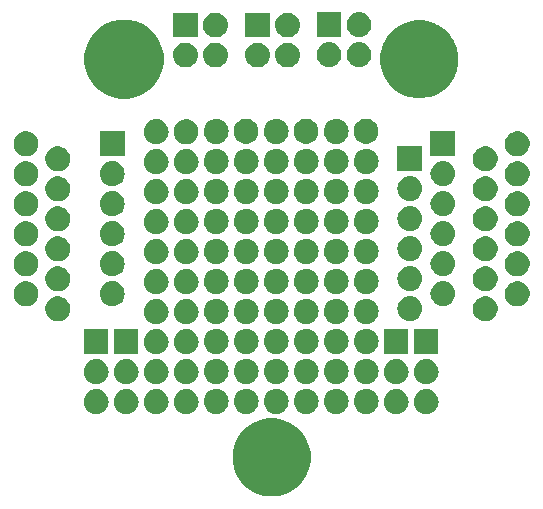
<source format=gbr>
G04 #@! TF.GenerationSoftware,KiCad,Pcbnew,(5.1.0)-1*
G04 #@! TF.CreationDate,2019-06-21T14:45:16-03:00*
G04 #@! TF.ProjectId,PCB_E,5043425f-452e-46b6-9963-61645f706362,rev?*
G04 #@! TF.SameCoordinates,Original*
G04 #@! TF.FileFunction,Soldermask,Top*
G04 #@! TF.FilePolarity,Negative*
%FSLAX46Y46*%
G04 Gerber Fmt 4.6, Leading zero omitted, Abs format (unit mm)*
G04 Created by KiCad (PCBNEW (5.1.0)-1) date 2019-06-21 14:45:16*
%MOMM*%
%LPD*%
G04 APERTURE LIST*
%ADD10C,0.100000*%
G04 APERTURE END LIST*
D10*
G36*
X643798Y-16963408D02*
G01*
X962574Y-17026817D01*
X1563136Y-17275578D01*
X2103627Y-17636723D01*
X2563277Y-18096373D01*
X2924422Y-18636864D01*
X3173183Y-19237426D01*
X3300000Y-19874978D01*
X3300000Y-20525022D01*
X3173183Y-21162574D01*
X2924422Y-21763136D01*
X2563277Y-22303627D01*
X2103627Y-22763277D01*
X1563136Y-23124422D01*
X962574Y-23373183D01*
X643798Y-23436591D01*
X325023Y-23500000D01*
X-325023Y-23500000D01*
X-643798Y-23436591D01*
X-962574Y-23373183D01*
X-1563136Y-23124422D01*
X-2103627Y-22763277D01*
X-2563277Y-22303627D01*
X-2924422Y-21763136D01*
X-3173183Y-21162574D01*
X-3300000Y-20525022D01*
X-3300000Y-19874978D01*
X-3173183Y-19237426D01*
X-2924422Y-18636864D01*
X-2563277Y-18096373D01*
X-2103627Y-17636723D01*
X-1563136Y-17275578D01*
X-962574Y-17026817D01*
X-643798Y-16963408D01*
X-325023Y-16900000D01*
X325023Y-16900000D01*
X643798Y-16963408D01*
X643798Y-16963408D01*
G37*
G36*
X13208707Y-14442597D02*
G01*
X13285836Y-14450194D01*
X13483762Y-14510234D01*
X13483765Y-14510235D01*
X13666170Y-14607733D01*
X13826055Y-14738946D01*
X13957268Y-14898831D01*
X14054766Y-15081236D01*
X14054767Y-15081239D01*
X14114807Y-15279165D01*
X14135080Y-15485001D01*
X14114807Y-15690837D01*
X14062351Y-15863762D01*
X14054766Y-15888766D01*
X13957268Y-16071171D01*
X13826055Y-16231056D01*
X13666170Y-16362269D01*
X13483765Y-16459767D01*
X13483762Y-16459768D01*
X13285836Y-16519808D01*
X13208707Y-16527405D01*
X13131580Y-16535001D01*
X13028420Y-16535001D01*
X12951293Y-16527405D01*
X12874164Y-16519808D01*
X12676238Y-16459768D01*
X12676235Y-16459767D01*
X12493830Y-16362269D01*
X12333945Y-16231056D01*
X12202732Y-16071171D01*
X12105234Y-15888766D01*
X12097649Y-15863762D01*
X12045193Y-15690837D01*
X12024920Y-15485001D01*
X12045193Y-15279165D01*
X12105233Y-15081239D01*
X12105234Y-15081236D01*
X12202732Y-14898831D01*
X12333945Y-14738946D01*
X12493830Y-14607733D01*
X12676235Y-14510235D01*
X12676238Y-14510234D01*
X12874164Y-14450194D01*
X12951293Y-14442597D01*
X13028420Y-14435001D01*
X13131580Y-14435001D01*
X13208707Y-14442597D01*
X13208707Y-14442597D01*
G37*
G36*
X-14731293Y-14442597D02*
G01*
X-14654164Y-14450194D01*
X-14456238Y-14510234D01*
X-14456235Y-14510235D01*
X-14273830Y-14607733D01*
X-14113945Y-14738946D01*
X-13982732Y-14898831D01*
X-13885234Y-15081236D01*
X-13885233Y-15081239D01*
X-13825193Y-15279165D01*
X-13804920Y-15485001D01*
X-13825193Y-15690837D01*
X-13877649Y-15863762D01*
X-13885234Y-15888766D01*
X-13982732Y-16071171D01*
X-14113945Y-16231056D01*
X-14273830Y-16362269D01*
X-14456235Y-16459767D01*
X-14456238Y-16459768D01*
X-14654164Y-16519808D01*
X-14731293Y-16527405D01*
X-14808420Y-16535001D01*
X-14911580Y-16535001D01*
X-14988707Y-16527405D01*
X-15065836Y-16519808D01*
X-15263762Y-16459768D01*
X-15263765Y-16459767D01*
X-15446170Y-16362269D01*
X-15606055Y-16231056D01*
X-15737268Y-16071171D01*
X-15834766Y-15888766D01*
X-15842351Y-15863762D01*
X-15894807Y-15690837D01*
X-15915080Y-15485001D01*
X-15894807Y-15279165D01*
X-15834767Y-15081239D01*
X-15834766Y-15081236D01*
X-15737268Y-14898831D01*
X-15606055Y-14738946D01*
X-15446170Y-14607733D01*
X-15263765Y-14510235D01*
X-15263762Y-14510234D01*
X-15065836Y-14450194D01*
X-14988707Y-14442597D01*
X-14911580Y-14435001D01*
X-14808420Y-14435001D01*
X-14731293Y-14442597D01*
X-14731293Y-14442597D01*
G37*
G36*
X-12191293Y-14442597D02*
G01*
X-12114164Y-14450194D01*
X-11916238Y-14510234D01*
X-11916235Y-14510235D01*
X-11733830Y-14607733D01*
X-11573945Y-14738946D01*
X-11442732Y-14898831D01*
X-11345234Y-15081236D01*
X-11345233Y-15081239D01*
X-11285193Y-15279165D01*
X-11264920Y-15485001D01*
X-11285193Y-15690837D01*
X-11337649Y-15863762D01*
X-11345234Y-15888766D01*
X-11442732Y-16071171D01*
X-11573945Y-16231056D01*
X-11733830Y-16362269D01*
X-11916235Y-16459767D01*
X-11916238Y-16459768D01*
X-12114164Y-16519808D01*
X-12191293Y-16527405D01*
X-12268420Y-16535001D01*
X-12371580Y-16535001D01*
X-12448707Y-16527405D01*
X-12525836Y-16519808D01*
X-12723762Y-16459768D01*
X-12723765Y-16459767D01*
X-12906170Y-16362269D01*
X-13066055Y-16231056D01*
X-13197268Y-16071171D01*
X-13294766Y-15888766D01*
X-13302351Y-15863762D01*
X-13354807Y-15690837D01*
X-13375080Y-15485001D01*
X-13354807Y-15279165D01*
X-13294767Y-15081239D01*
X-13294766Y-15081236D01*
X-13197268Y-14898831D01*
X-13066055Y-14738946D01*
X-12906170Y-14607733D01*
X-12723765Y-14510235D01*
X-12723762Y-14510234D01*
X-12525836Y-14450194D01*
X-12448707Y-14442597D01*
X-12371580Y-14435001D01*
X-12268420Y-14435001D01*
X-12191293Y-14442597D01*
X-12191293Y-14442597D01*
G37*
G36*
X10668707Y-14442597D02*
G01*
X10745836Y-14450194D01*
X10943762Y-14510234D01*
X10943765Y-14510235D01*
X11126170Y-14607733D01*
X11286055Y-14738946D01*
X11417268Y-14898831D01*
X11514766Y-15081236D01*
X11514767Y-15081239D01*
X11574807Y-15279165D01*
X11595080Y-15485001D01*
X11574807Y-15690837D01*
X11522351Y-15863762D01*
X11514766Y-15888766D01*
X11417268Y-16071171D01*
X11286055Y-16231056D01*
X11126170Y-16362269D01*
X10943765Y-16459767D01*
X10943762Y-16459768D01*
X10745836Y-16519808D01*
X10668707Y-16527405D01*
X10591580Y-16535001D01*
X10488420Y-16535001D01*
X10411293Y-16527405D01*
X10334164Y-16519808D01*
X10136238Y-16459768D01*
X10136235Y-16459767D01*
X9953830Y-16362269D01*
X9793945Y-16231056D01*
X9662732Y-16071171D01*
X9565234Y-15888766D01*
X9557649Y-15863762D01*
X9505193Y-15690837D01*
X9484920Y-15485001D01*
X9505193Y-15279165D01*
X9565233Y-15081239D01*
X9565234Y-15081236D01*
X9662732Y-14898831D01*
X9793945Y-14738946D01*
X9953830Y-14607733D01*
X10136235Y-14510235D01*
X10136238Y-14510234D01*
X10334164Y-14450194D01*
X10411293Y-14442597D01*
X10488420Y-14435001D01*
X10591580Y-14435001D01*
X10668707Y-14442597D01*
X10668707Y-14442597D01*
G37*
G36*
X-7111293Y-14442597D02*
G01*
X-7034164Y-14450194D01*
X-6836238Y-14510234D01*
X-6836235Y-14510235D01*
X-6653830Y-14607733D01*
X-6493945Y-14738946D01*
X-6362732Y-14898831D01*
X-6265234Y-15081236D01*
X-6265233Y-15081239D01*
X-6205193Y-15279165D01*
X-6184920Y-15485001D01*
X-6205193Y-15690837D01*
X-6257649Y-15863762D01*
X-6265234Y-15888766D01*
X-6362732Y-16071171D01*
X-6493945Y-16231056D01*
X-6653830Y-16362269D01*
X-6836235Y-16459767D01*
X-6836238Y-16459768D01*
X-7034164Y-16519808D01*
X-7111293Y-16527405D01*
X-7188420Y-16535001D01*
X-7291580Y-16535001D01*
X-7368707Y-16527405D01*
X-7445836Y-16519808D01*
X-7643762Y-16459768D01*
X-7643765Y-16459767D01*
X-7826170Y-16362269D01*
X-7986055Y-16231056D01*
X-8117268Y-16071171D01*
X-8214766Y-15888766D01*
X-8222351Y-15863762D01*
X-8274807Y-15690837D01*
X-8295080Y-15485001D01*
X-8274807Y-15279165D01*
X-8214767Y-15081239D01*
X-8214766Y-15081236D01*
X-8117268Y-14898831D01*
X-7986055Y-14738946D01*
X-7826170Y-14607733D01*
X-7643765Y-14510235D01*
X-7643762Y-14510234D01*
X-7445836Y-14450194D01*
X-7368707Y-14442597D01*
X-7291580Y-14435001D01*
X-7188420Y-14435001D01*
X-7111293Y-14442597D01*
X-7111293Y-14442597D01*
G37*
G36*
X-9651293Y-14442597D02*
G01*
X-9574164Y-14450194D01*
X-9376238Y-14510234D01*
X-9376235Y-14510235D01*
X-9193830Y-14607733D01*
X-9033945Y-14738946D01*
X-8902732Y-14898831D01*
X-8805234Y-15081236D01*
X-8805233Y-15081239D01*
X-8745193Y-15279165D01*
X-8724920Y-15485001D01*
X-8745193Y-15690837D01*
X-8797649Y-15863762D01*
X-8805234Y-15888766D01*
X-8902732Y-16071171D01*
X-9033945Y-16231056D01*
X-9193830Y-16362269D01*
X-9376235Y-16459767D01*
X-9376238Y-16459768D01*
X-9574164Y-16519808D01*
X-9651293Y-16527405D01*
X-9728420Y-16535001D01*
X-9831580Y-16535001D01*
X-9908707Y-16527405D01*
X-9985836Y-16519808D01*
X-10183762Y-16459768D01*
X-10183765Y-16459767D01*
X-10366170Y-16362269D01*
X-10526055Y-16231056D01*
X-10657268Y-16071171D01*
X-10754766Y-15888766D01*
X-10762351Y-15863762D01*
X-10814807Y-15690837D01*
X-10835080Y-15485001D01*
X-10814807Y-15279165D01*
X-10754767Y-15081239D01*
X-10754766Y-15081236D01*
X-10657268Y-14898831D01*
X-10526055Y-14738946D01*
X-10366170Y-14607733D01*
X-10183765Y-14510235D01*
X-10183762Y-14510234D01*
X-9985836Y-14450194D01*
X-9908707Y-14442597D01*
X-9831580Y-14435001D01*
X-9728420Y-14435001D01*
X-9651293Y-14442597D01*
X-9651293Y-14442597D01*
G37*
G36*
X5588707Y-14417596D02*
G01*
X5665836Y-14425193D01*
X5863762Y-14485233D01*
X5863765Y-14485234D01*
X6046170Y-14582732D01*
X6206055Y-14713945D01*
X6337268Y-14873830D01*
X6434766Y-15056235D01*
X6434767Y-15056238D01*
X6494807Y-15254164D01*
X6515080Y-15460000D01*
X6494807Y-15665836D01*
X6487223Y-15690837D01*
X6434766Y-15863765D01*
X6337268Y-16046170D01*
X6206055Y-16206055D01*
X6046170Y-16337268D01*
X5863765Y-16434766D01*
X5863762Y-16434767D01*
X5665836Y-16494807D01*
X5588707Y-16502403D01*
X5511580Y-16510000D01*
X5408420Y-16510000D01*
X5331293Y-16502403D01*
X5254164Y-16494807D01*
X5056238Y-16434767D01*
X5056235Y-16434766D01*
X4873830Y-16337268D01*
X4713945Y-16206055D01*
X4582732Y-16046170D01*
X4485234Y-15863765D01*
X4432777Y-15690837D01*
X4425193Y-15665836D01*
X4404920Y-15460000D01*
X4425193Y-15254164D01*
X4485233Y-15056238D01*
X4485234Y-15056235D01*
X4582732Y-14873830D01*
X4713945Y-14713945D01*
X4873830Y-14582732D01*
X5056235Y-14485234D01*
X5056238Y-14485233D01*
X5254164Y-14425193D01*
X5331293Y-14417596D01*
X5408420Y-14410000D01*
X5511580Y-14410000D01*
X5588707Y-14417596D01*
X5588707Y-14417596D01*
G37*
G36*
X8128707Y-14417596D02*
G01*
X8205836Y-14425193D01*
X8403762Y-14485233D01*
X8403765Y-14485234D01*
X8586170Y-14582732D01*
X8746055Y-14713945D01*
X8877268Y-14873830D01*
X8974766Y-15056235D01*
X8974767Y-15056238D01*
X9034807Y-15254164D01*
X9055080Y-15460000D01*
X9034807Y-15665836D01*
X9027223Y-15690837D01*
X8974766Y-15863765D01*
X8877268Y-16046170D01*
X8746055Y-16206055D01*
X8586170Y-16337268D01*
X8403765Y-16434766D01*
X8403762Y-16434767D01*
X8205836Y-16494807D01*
X8128707Y-16502403D01*
X8051580Y-16510000D01*
X7948420Y-16510000D01*
X7871293Y-16502403D01*
X7794164Y-16494807D01*
X7596238Y-16434767D01*
X7596235Y-16434766D01*
X7413830Y-16337268D01*
X7253945Y-16206055D01*
X7122732Y-16046170D01*
X7025234Y-15863765D01*
X6972777Y-15690837D01*
X6965193Y-15665836D01*
X6944920Y-15460000D01*
X6965193Y-15254164D01*
X7025233Y-15056238D01*
X7025234Y-15056235D01*
X7122732Y-14873830D01*
X7253945Y-14713945D01*
X7413830Y-14582732D01*
X7596235Y-14485234D01*
X7596238Y-14485233D01*
X7794164Y-14425193D01*
X7871293Y-14417596D01*
X7948420Y-14410000D01*
X8051580Y-14410000D01*
X8128707Y-14417596D01*
X8128707Y-14417596D01*
G37*
G36*
X-2031293Y-14417596D02*
G01*
X-1954164Y-14425193D01*
X-1756238Y-14485233D01*
X-1756235Y-14485234D01*
X-1573830Y-14582732D01*
X-1413945Y-14713945D01*
X-1282732Y-14873830D01*
X-1185234Y-15056235D01*
X-1185233Y-15056238D01*
X-1125193Y-15254164D01*
X-1104920Y-15460000D01*
X-1125193Y-15665836D01*
X-1132777Y-15690837D01*
X-1185234Y-15863765D01*
X-1282732Y-16046170D01*
X-1413945Y-16206055D01*
X-1573830Y-16337268D01*
X-1756235Y-16434766D01*
X-1756238Y-16434767D01*
X-1954164Y-16494807D01*
X-2031293Y-16502403D01*
X-2108420Y-16510000D01*
X-2211580Y-16510000D01*
X-2288707Y-16502403D01*
X-2365836Y-16494807D01*
X-2563762Y-16434767D01*
X-2563765Y-16434766D01*
X-2746170Y-16337268D01*
X-2906055Y-16206055D01*
X-3037268Y-16046170D01*
X-3134766Y-15863765D01*
X-3187223Y-15690837D01*
X-3194807Y-15665836D01*
X-3215080Y-15460000D01*
X-3194807Y-15254164D01*
X-3134767Y-15056238D01*
X-3134766Y-15056235D01*
X-3037268Y-14873830D01*
X-2906055Y-14713945D01*
X-2746170Y-14582732D01*
X-2563765Y-14485234D01*
X-2563762Y-14485233D01*
X-2365836Y-14425193D01*
X-2288707Y-14417596D01*
X-2211580Y-14410000D01*
X-2108420Y-14410000D01*
X-2031293Y-14417596D01*
X-2031293Y-14417596D01*
G37*
G36*
X-4571293Y-14417596D02*
G01*
X-4494164Y-14425193D01*
X-4296238Y-14485233D01*
X-4296235Y-14485234D01*
X-4113830Y-14582732D01*
X-3953945Y-14713945D01*
X-3822732Y-14873830D01*
X-3725234Y-15056235D01*
X-3725233Y-15056238D01*
X-3665193Y-15254164D01*
X-3644920Y-15460000D01*
X-3665193Y-15665836D01*
X-3672777Y-15690837D01*
X-3725234Y-15863765D01*
X-3822732Y-16046170D01*
X-3953945Y-16206055D01*
X-4113830Y-16337268D01*
X-4296235Y-16434766D01*
X-4296238Y-16434767D01*
X-4494164Y-16494807D01*
X-4571293Y-16502403D01*
X-4648420Y-16510000D01*
X-4751580Y-16510000D01*
X-4828707Y-16502403D01*
X-4905836Y-16494807D01*
X-5103762Y-16434767D01*
X-5103765Y-16434766D01*
X-5286170Y-16337268D01*
X-5446055Y-16206055D01*
X-5577268Y-16046170D01*
X-5674766Y-15863765D01*
X-5727223Y-15690837D01*
X-5734807Y-15665836D01*
X-5755080Y-15460000D01*
X-5734807Y-15254164D01*
X-5674767Y-15056238D01*
X-5674766Y-15056235D01*
X-5577268Y-14873830D01*
X-5446055Y-14713945D01*
X-5286170Y-14582732D01*
X-5103765Y-14485234D01*
X-5103762Y-14485233D01*
X-4905836Y-14425193D01*
X-4828707Y-14417596D01*
X-4751580Y-14410000D01*
X-4648420Y-14410000D01*
X-4571293Y-14417596D01*
X-4571293Y-14417596D01*
G37*
G36*
X3048707Y-14417596D02*
G01*
X3125836Y-14425193D01*
X3323762Y-14485233D01*
X3323765Y-14485234D01*
X3506170Y-14582732D01*
X3666055Y-14713945D01*
X3797268Y-14873830D01*
X3894766Y-15056235D01*
X3894767Y-15056238D01*
X3954807Y-15254164D01*
X3975080Y-15460000D01*
X3954807Y-15665836D01*
X3947223Y-15690837D01*
X3894766Y-15863765D01*
X3797268Y-16046170D01*
X3666055Y-16206055D01*
X3506170Y-16337268D01*
X3323765Y-16434766D01*
X3323762Y-16434767D01*
X3125836Y-16494807D01*
X3048707Y-16502403D01*
X2971580Y-16510000D01*
X2868420Y-16510000D01*
X2791293Y-16502403D01*
X2714164Y-16494807D01*
X2516238Y-16434767D01*
X2516235Y-16434766D01*
X2333830Y-16337268D01*
X2173945Y-16206055D01*
X2042732Y-16046170D01*
X1945234Y-15863765D01*
X1892777Y-15690837D01*
X1885193Y-15665836D01*
X1864920Y-15460000D01*
X1885193Y-15254164D01*
X1945233Y-15056238D01*
X1945234Y-15056235D01*
X2042732Y-14873830D01*
X2173945Y-14713945D01*
X2333830Y-14582732D01*
X2516235Y-14485234D01*
X2516238Y-14485233D01*
X2714164Y-14425193D01*
X2791293Y-14417596D01*
X2868420Y-14410000D01*
X2971580Y-14410000D01*
X3048707Y-14417596D01*
X3048707Y-14417596D01*
G37*
G36*
X508707Y-14417596D02*
G01*
X585836Y-14425193D01*
X783762Y-14485233D01*
X783765Y-14485234D01*
X966170Y-14582732D01*
X1126055Y-14713945D01*
X1257268Y-14873830D01*
X1354766Y-15056235D01*
X1354767Y-15056238D01*
X1414807Y-15254164D01*
X1435080Y-15460000D01*
X1414807Y-15665836D01*
X1407223Y-15690837D01*
X1354766Y-15863765D01*
X1257268Y-16046170D01*
X1126055Y-16206055D01*
X966170Y-16337268D01*
X783765Y-16434766D01*
X783762Y-16434767D01*
X585836Y-16494807D01*
X508707Y-16502403D01*
X431580Y-16510000D01*
X328420Y-16510000D01*
X251293Y-16502403D01*
X174164Y-16494807D01*
X-23762Y-16434767D01*
X-23765Y-16434766D01*
X-206170Y-16337268D01*
X-366055Y-16206055D01*
X-497268Y-16046170D01*
X-594766Y-15863765D01*
X-647223Y-15690837D01*
X-654807Y-15665836D01*
X-675080Y-15460000D01*
X-654807Y-15254164D01*
X-594767Y-15056238D01*
X-594766Y-15056235D01*
X-497268Y-14873830D01*
X-366055Y-14713945D01*
X-206170Y-14582732D01*
X-23765Y-14485234D01*
X-23762Y-14485233D01*
X174164Y-14425193D01*
X251293Y-14417596D01*
X328420Y-14410000D01*
X431580Y-14410000D01*
X508707Y-14417596D01*
X508707Y-14417596D01*
G37*
G36*
X-12191293Y-11902597D02*
G01*
X-12114164Y-11910194D01*
X-11916238Y-11970234D01*
X-11916235Y-11970235D01*
X-11733830Y-12067733D01*
X-11573945Y-12198946D01*
X-11442732Y-12358831D01*
X-11345234Y-12541236D01*
X-11345233Y-12541239D01*
X-11285193Y-12739165D01*
X-11264920Y-12945001D01*
X-11285193Y-13150837D01*
X-11337649Y-13323762D01*
X-11345234Y-13348766D01*
X-11442732Y-13531171D01*
X-11573945Y-13691056D01*
X-11733830Y-13822269D01*
X-11916235Y-13919767D01*
X-11916238Y-13919768D01*
X-12114164Y-13979808D01*
X-12191293Y-13987405D01*
X-12268420Y-13995001D01*
X-12371580Y-13995001D01*
X-12448707Y-13987405D01*
X-12525836Y-13979808D01*
X-12723762Y-13919768D01*
X-12723765Y-13919767D01*
X-12906170Y-13822269D01*
X-13066055Y-13691056D01*
X-13197268Y-13531171D01*
X-13294766Y-13348766D01*
X-13302351Y-13323762D01*
X-13354807Y-13150837D01*
X-13375080Y-12945001D01*
X-13354807Y-12739165D01*
X-13294767Y-12541239D01*
X-13294766Y-12541236D01*
X-13197268Y-12358831D01*
X-13066055Y-12198946D01*
X-12906170Y-12067733D01*
X-12723765Y-11970235D01*
X-12723762Y-11970234D01*
X-12525836Y-11910194D01*
X-12448707Y-11902597D01*
X-12371580Y-11895001D01*
X-12268420Y-11895001D01*
X-12191293Y-11902597D01*
X-12191293Y-11902597D01*
G37*
G36*
X-14731293Y-11902598D02*
G01*
X-14654164Y-11910194D01*
X-14456238Y-11970234D01*
X-14456235Y-11970235D01*
X-14273830Y-12067733D01*
X-14113945Y-12198946D01*
X-13982732Y-12358831D01*
X-13885234Y-12541236D01*
X-13885233Y-12541239D01*
X-13825193Y-12739165D01*
X-13804920Y-12945001D01*
X-13825193Y-13150837D01*
X-13877649Y-13323762D01*
X-13885234Y-13348766D01*
X-13982732Y-13531171D01*
X-14113945Y-13691056D01*
X-14273830Y-13822269D01*
X-14456235Y-13919767D01*
X-14456238Y-13919768D01*
X-14654164Y-13979808D01*
X-14731293Y-13987405D01*
X-14808420Y-13995001D01*
X-14911580Y-13995001D01*
X-14988707Y-13987405D01*
X-15065836Y-13979808D01*
X-15263762Y-13919768D01*
X-15263765Y-13919767D01*
X-15446170Y-13822269D01*
X-15606055Y-13691056D01*
X-15737268Y-13531171D01*
X-15834766Y-13348766D01*
X-15842351Y-13323762D01*
X-15894807Y-13150837D01*
X-15915080Y-12945001D01*
X-15894807Y-12739165D01*
X-15834767Y-12541239D01*
X-15834766Y-12541236D01*
X-15737268Y-12358831D01*
X-15606055Y-12198946D01*
X-15446170Y-12067733D01*
X-15263765Y-11970235D01*
X-15263762Y-11970234D01*
X-15065836Y-11910194D01*
X-14988707Y-11902597D01*
X-14911580Y-11895001D01*
X-14808420Y-11895001D01*
X-14731293Y-11902598D01*
X-14731293Y-11902598D01*
G37*
G36*
X10668707Y-11902597D02*
G01*
X10745836Y-11910194D01*
X10943762Y-11970234D01*
X10943765Y-11970235D01*
X11126170Y-12067733D01*
X11286055Y-12198946D01*
X11417268Y-12358831D01*
X11514766Y-12541236D01*
X11514767Y-12541239D01*
X11574807Y-12739165D01*
X11595080Y-12945001D01*
X11574807Y-13150837D01*
X11522351Y-13323762D01*
X11514766Y-13348766D01*
X11417268Y-13531171D01*
X11286055Y-13691056D01*
X11126170Y-13822269D01*
X10943765Y-13919767D01*
X10943762Y-13919768D01*
X10745836Y-13979808D01*
X10668707Y-13987405D01*
X10591580Y-13995001D01*
X10488420Y-13995001D01*
X10411293Y-13987405D01*
X10334164Y-13979808D01*
X10136238Y-13919768D01*
X10136235Y-13919767D01*
X9953830Y-13822269D01*
X9793945Y-13691056D01*
X9662732Y-13531171D01*
X9565234Y-13348766D01*
X9557649Y-13323762D01*
X9505193Y-13150837D01*
X9484920Y-12945001D01*
X9505193Y-12739165D01*
X9565233Y-12541239D01*
X9565234Y-12541236D01*
X9662732Y-12358831D01*
X9793945Y-12198946D01*
X9953830Y-12067733D01*
X10136235Y-11970235D01*
X10136238Y-11970234D01*
X10334164Y-11910194D01*
X10411293Y-11902597D01*
X10488420Y-11895001D01*
X10591580Y-11895001D01*
X10668707Y-11902597D01*
X10668707Y-11902597D01*
G37*
G36*
X-7111293Y-11902597D02*
G01*
X-7034164Y-11910194D01*
X-6836238Y-11970234D01*
X-6836235Y-11970235D01*
X-6653830Y-12067733D01*
X-6493945Y-12198946D01*
X-6362732Y-12358831D01*
X-6265234Y-12541236D01*
X-6265233Y-12541239D01*
X-6205193Y-12739165D01*
X-6184920Y-12945001D01*
X-6205193Y-13150837D01*
X-6257649Y-13323762D01*
X-6265234Y-13348766D01*
X-6362732Y-13531171D01*
X-6493945Y-13691056D01*
X-6653830Y-13822269D01*
X-6836235Y-13919767D01*
X-6836238Y-13919768D01*
X-7034164Y-13979808D01*
X-7111293Y-13987405D01*
X-7188420Y-13995001D01*
X-7291580Y-13995001D01*
X-7368707Y-13987405D01*
X-7445836Y-13979808D01*
X-7643762Y-13919768D01*
X-7643765Y-13919767D01*
X-7826170Y-13822269D01*
X-7986055Y-13691056D01*
X-8117268Y-13531171D01*
X-8214766Y-13348766D01*
X-8222351Y-13323762D01*
X-8274807Y-13150837D01*
X-8295080Y-12945001D01*
X-8274807Y-12739165D01*
X-8214767Y-12541239D01*
X-8214766Y-12541236D01*
X-8117268Y-12358831D01*
X-7986055Y-12198946D01*
X-7826170Y-12067733D01*
X-7643765Y-11970235D01*
X-7643762Y-11970234D01*
X-7445836Y-11910194D01*
X-7368707Y-11902597D01*
X-7291580Y-11895001D01*
X-7188420Y-11895001D01*
X-7111293Y-11902597D01*
X-7111293Y-11902597D01*
G37*
G36*
X-9651293Y-11902597D02*
G01*
X-9574164Y-11910194D01*
X-9376238Y-11970234D01*
X-9376235Y-11970235D01*
X-9193830Y-12067733D01*
X-9033945Y-12198946D01*
X-8902732Y-12358831D01*
X-8805234Y-12541236D01*
X-8805233Y-12541239D01*
X-8745193Y-12739165D01*
X-8724920Y-12945001D01*
X-8745193Y-13150837D01*
X-8797649Y-13323762D01*
X-8805234Y-13348766D01*
X-8902732Y-13531171D01*
X-9033945Y-13691056D01*
X-9193830Y-13822269D01*
X-9376235Y-13919767D01*
X-9376238Y-13919768D01*
X-9574164Y-13979808D01*
X-9651293Y-13987405D01*
X-9728420Y-13995001D01*
X-9831580Y-13995001D01*
X-9908707Y-13987405D01*
X-9985836Y-13979808D01*
X-10183762Y-13919768D01*
X-10183765Y-13919767D01*
X-10366170Y-13822269D01*
X-10526055Y-13691056D01*
X-10657268Y-13531171D01*
X-10754766Y-13348766D01*
X-10762351Y-13323762D01*
X-10814807Y-13150837D01*
X-10835080Y-12945001D01*
X-10814807Y-12739165D01*
X-10754767Y-12541239D01*
X-10754766Y-12541236D01*
X-10657268Y-12358831D01*
X-10526055Y-12198946D01*
X-10366170Y-12067733D01*
X-10183765Y-11970235D01*
X-10183762Y-11970234D01*
X-9985836Y-11910194D01*
X-9908707Y-11902597D01*
X-9831580Y-11895001D01*
X-9728420Y-11895001D01*
X-9651293Y-11902597D01*
X-9651293Y-11902597D01*
G37*
G36*
X13208707Y-11902597D02*
G01*
X13285836Y-11910194D01*
X13483762Y-11970234D01*
X13483765Y-11970235D01*
X13666170Y-12067733D01*
X13826055Y-12198946D01*
X13957268Y-12358831D01*
X14054766Y-12541236D01*
X14054767Y-12541239D01*
X14114807Y-12739165D01*
X14135080Y-12945001D01*
X14114807Y-13150837D01*
X14062351Y-13323762D01*
X14054766Y-13348766D01*
X13957268Y-13531171D01*
X13826055Y-13691056D01*
X13666170Y-13822269D01*
X13483765Y-13919767D01*
X13483762Y-13919768D01*
X13285836Y-13979808D01*
X13208707Y-13987405D01*
X13131580Y-13995001D01*
X13028420Y-13995001D01*
X12951293Y-13987405D01*
X12874164Y-13979808D01*
X12676238Y-13919768D01*
X12676235Y-13919767D01*
X12493830Y-13822269D01*
X12333945Y-13691056D01*
X12202732Y-13531171D01*
X12105234Y-13348766D01*
X12097649Y-13323762D01*
X12045193Y-13150837D01*
X12024920Y-12945001D01*
X12045193Y-12739165D01*
X12105233Y-12541239D01*
X12105234Y-12541236D01*
X12202732Y-12358831D01*
X12333945Y-12198946D01*
X12493830Y-12067733D01*
X12676235Y-11970235D01*
X12676238Y-11970234D01*
X12874164Y-11910194D01*
X12951293Y-11902597D01*
X13028420Y-11895001D01*
X13131580Y-11895001D01*
X13208707Y-11902597D01*
X13208707Y-11902597D01*
G37*
G36*
X3048707Y-11877596D02*
G01*
X3125836Y-11885193D01*
X3323762Y-11945233D01*
X3323765Y-11945234D01*
X3506170Y-12042732D01*
X3666055Y-12173945D01*
X3797268Y-12333830D01*
X3894766Y-12516235D01*
X3894767Y-12516238D01*
X3954807Y-12714164D01*
X3975080Y-12920000D01*
X3954807Y-13125836D01*
X3947223Y-13150837D01*
X3894766Y-13323765D01*
X3797268Y-13506170D01*
X3666055Y-13666055D01*
X3506170Y-13797268D01*
X3323765Y-13894766D01*
X3323762Y-13894767D01*
X3125836Y-13954807D01*
X3048707Y-13962403D01*
X2971580Y-13970000D01*
X2868420Y-13970000D01*
X2791293Y-13962403D01*
X2714164Y-13954807D01*
X2516238Y-13894767D01*
X2516235Y-13894766D01*
X2333830Y-13797268D01*
X2173945Y-13666055D01*
X2042732Y-13506170D01*
X1945234Y-13323765D01*
X1892777Y-13150837D01*
X1885193Y-13125836D01*
X1864920Y-12920000D01*
X1885193Y-12714164D01*
X1945233Y-12516238D01*
X1945234Y-12516235D01*
X2042732Y-12333830D01*
X2173945Y-12173945D01*
X2333830Y-12042732D01*
X2516235Y-11945234D01*
X2516238Y-11945233D01*
X2714164Y-11885193D01*
X2791293Y-11877596D01*
X2868420Y-11870000D01*
X2971580Y-11870000D01*
X3048707Y-11877596D01*
X3048707Y-11877596D01*
G37*
G36*
X508707Y-11877596D02*
G01*
X585836Y-11885193D01*
X783762Y-11945233D01*
X783765Y-11945234D01*
X966170Y-12042732D01*
X1126055Y-12173945D01*
X1257268Y-12333830D01*
X1354766Y-12516235D01*
X1354767Y-12516238D01*
X1414807Y-12714164D01*
X1435080Y-12920000D01*
X1414807Y-13125836D01*
X1407223Y-13150837D01*
X1354766Y-13323765D01*
X1257268Y-13506170D01*
X1126055Y-13666055D01*
X966170Y-13797268D01*
X783765Y-13894766D01*
X783762Y-13894767D01*
X585836Y-13954807D01*
X508707Y-13962403D01*
X431580Y-13970000D01*
X328420Y-13970000D01*
X251293Y-13962403D01*
X174164Y-13954807D01*
X-23762Y-13894767D01*
X-23765Y-13894766D01*
X-206170Y-13797268D01*
X-366055Y-13666055D01*
X-497268Y-13506170D01*
X-594766Y-13323765D01*
X-647223Y-13150837D01*
X-654807Y-13125836D01*
X-675080Y-12920000D01*
X-654807Y-12714164D01*
X-594767Y-12516238D01*
X-594766Y-12516235D01*
X-497268Y-12333830D01*
X-366055Y-12173945D01*
X-206170Y-12042732D01*
X-23765Y-11945234D01*
X-23762Y-11945233D01*
X174164Y-11885193D01*
X251293Y-11877596D01*
X328420Y-11870000D01*
X431580Y-11870000D01*
X508707Y-11877596D01*
X508707Y-11877596D01*
G37*
G36*
X5588707Y-11877596D02*
G01*
X5665836Y-11885193D01*
X5863762Y-11945233D01*
X5863765Y-11945234D01*
X6046170Y-12042732D01*
X6206055Y-12173945D01*
X6337268Y-12333830D01*
X6434766Y-12516235D01*
X6434767Y-12516238D01*
X6494807Y-12714164D01*
X6515080Y-12920000D01*
X6494807Y-13125836D01*
X6487223Y-13150837D01*
X6434766Y-13323765D01*
X6337268Y-13506170D01*
X6206055Y-13666055D01*
X6046170Y-13797268D01*
X5863765Y-13894766D01*
X5863762Y-13894767D01*
X5665836Y-13954807D01*
X5588707Y-13962403D01*
X5511580Y-13970000D01*
X5408420Y-13970000D01*
X5331293Y-13962403D01*
X5254164Y-13954807D01*
X5056238Y-13894767D01*
X5056235Y-13894766D01*
X4873830Y-13797268D01*
X4713945Y-13666055D01*
X4582732Y-13506170D01*
X4485234Y-13323765D01*
X4432777Y-13150837D01*
X4425193Y-13125836D01*
X4404920Y-12920000D01*
X4425193Y-12714164D01*
X4485233Y-12516238D01*
X4485234Y-12516235D01*
X4582732Y-12333830D01*
X4713945Y-12173945D01*
X4873830Y-12042732D01*
X5056235Y-11945234D01*
X5056238Y-11945233D01*
X5254164Y-11885193D01*
X5331293Y-11877596D01*
X5408420Y-11870000D01*
X5511580Y-11870000D01*
X5588707Y-11877596D01*
X5588707Y-11877596D01*
G37*
G36*
X8128707Y-11877596D02*
G01*
X8205836Y-11885193D01*
X8403762Y-11945233D01*
X8403765Y-11945234D01*
X8586170Y-12042732D01*
X8746055Y-12173945D01*
X8877268Y-12333830D01*
X8974766Y-12516235D01*
X8974767Y-12516238D01*
X9034807Y-12714164D01*
X9055080Y-12920000D01*
X9034807Y-13125836D01*
X9027223Y-13150837D01*
X8974766Y-13323765D01*
X8877268Y-13506170D01*
X8746055Y-13666055D01*
X8586170Y-13797268D01*
X8403765Y-13894766D01*
X8403762Y-13894767D01*
X8205836Y-13954807D01*
X8128707Y-13962403D01*
X8051580Y-13970000D01*
X7948420Y-13970000D01*
X7871293Y-13962403D01*
X7794164Y-13954807D01*
X7596238Y-13894767D01*
X7596235Y-13894766D01*
X7413830Y-13797268D01*
X7253945Y-13666055D01*
X7122732Y-13506170D01*
X7025234Y-13323765D01*
X6972777Y-13150837D01*
X6965193Y-13125836D01*
X6944920Y-12920000D01*
X6965193Y-12714164D01*
X7025233Y-12516238D01*
X7025234Y-12516235D01*
X7122732Y-12333830D01*
X7253945Y-12173945D01*
X7413830Y-12042732D01*
X7596235Y-11945234D01*
X7596238Y-11945233D01*
X7794164Y-11885193D01*
X7871293Y-11877596D01*
X7948420Y-11870000D01*
X8051580Y-11870000D01*
X8128707Y-11877596D01*
X8128707Y-11877596D01*
G37*
G36*
X-4571293Y-11877596D02*
G01*
X-4494164Y-11885193D01*
X-4296238Y-11945233D01*
X-4296235Y-11945234D01*
X-4113830Y-12042732D01*
X-3953945Y-12173945D01*
X-3822732Y-12333830D01*
X-3725234Y-12516235D01*
X-3725233Y-12516238D01*
X-3665193Y-12714164D01*
X-3644920Y-12920000D01*
X-3665193Y-13125836D01*
X-3672777Y-13150837D01*
X-3725234Y-13323765D01*
X-3822732Y-13506170D01*
X-3953945Y-13666055D01*
X-4113830Y-13797268D01*
X-4296235Y-13894766D01*
X-4296238Y-13894767D01*
X-4494164Y-13954807D01*
X-4571293Y-13962403D01*
X-4648420Y-13970000D01*
X-4751580Y-13970000D01*
X-4828707Y-13962403D01*
X-4905836Y-13954807D01*
X-5103762Y-13894767D01*
X-5103765Y-13894766D01*
X-5286170Y-13797268D01*
X-5446055Y-13666055D01*
X-5577268Y-13506170D01*
X-5674766Y-13323765D01*
X-5727223Y-13150837D01*
X-5734807Y-13125836D01*
X-5755080Y-12920000D01*
X-5734807Y-12714164D01*
X-5674767Y-12516238D01*
X-5674766Y-12516235D01*
X-5577268Y-12333830D01*
X-5446055Y-12173945D01*
X-5286170Y-12042732D01*
X-5103765Y-11945234D01*
X-5103762Y-11945233D01*
X-4905836Y-11885193D01*
X-4828707Y-11877596D01*
X-4751580Y-11870000D01*
X-4648420Y-11870000D01*
X-4571293Y-11877596D01*
X-4571293Y-11877596D01*
G37*
G36*
X-2031293Y-11877596D02*
G01*
X-1954164Y-11885193D01*
X-1756238Y-11945233D01*
X-1756235Y-11945234D01*
X-1573830Y-12042732D01*
X-1413945Y-12173945D01*
X-1282732Y-12333830D01*
X-1185234Y-12516235D01*
X-1185233Y-12516238D01*
X-1125193Y-12714164D01*
X-1104920Y-12920000D01*
X-1125193Y-13125836D01*
X-1132777Y-13150837D01*
X-1185234Y-13323765D01*
X-1282732Y-13506170D01*
X-1413945Y-13666055D01*
X-1573830Y-13797268D01*
X-1756235Y-13894766D01*
X-1756238Y-13894767D01*
X-1954164Y-13954807D01*
X-2031293Y-13962403D01*
X-2108420Y-13970000D01*
X-2211580Y-13970000D01*
X-2288707Y-13962403D01*
X-2365836Y-13954807D01*
X-2563762Y-13894767D01*
X-2563765Y-13894766D01*
X-2746170Y-13797268D01*
X-2906055Y-13666055D01*
X-3037268Y-13506170D01*
X-3134766Y-13323765D01*
X-3187223Y-13150837D01*
X-3194807Y-13125836D01*
X-3215080Y-12920000D01*
X-3194807Y-12714164D01*
X-3134767Y-12516238D01*
X-3134766Y-12516235D01*
X-3037268Y-12333830D01*
X-2906055Y-12173945D01*
X-2746170Y-12042732D01*
X-2563765Y-11945234D01*
X-2563762Y-11945233D01*
X-2365836Y-11885193D01*
X-2288707Y-11877596D01*
X-2211580Y-11870000D01*
X-2108420Y-11870000D01*
X-2031293Y-11877596D01*
X-2031293Y-11877596D01*
G37*
G36*
X-13810000Y-11455001D02*
G01*
X-15910000Y-11455001D01*
X-15910000Y-9355001D01*
X-13810000Y-9355001D01*
X-13810000Y-11455001D01*
X-13810000Y-11455001D01*
G37*
G36*
X-11270000Y-11455001D02*
G01*
X-13370000Y-11455001D01*
X-13370000Y-9355001D01*
X-11270000Y-9355001D01*
X-11270000Y-11455001D01*
X-11270000Y-11455001D01*
G37*
G36*
X-9651293Y-9362598D02*
G01*
X-9574164Y-9370194D01*
X-9376238Y-9430234D01*
X-9376235Y-9430235D01*
X-9193830Y-9527733D01*
X-9033945Y-9658946D01*
X-8902732Y-9818831D01*
X-8805234Y-10001236D01*
X-8805233Y-10001239D01*
X-8745193Y-10199165D01*
X-8724920Y-10405001D01*
X-8745193Y-10610837D01*
X-8797649Y-10783762D01*
X-8805234Y-10808766D01*
X-8902732Y-10991171D01*
X-9033945Y-11151056D01*
X-9193830Y-11282269D01*
X-9376235Y-11379767D01*
X-9376238Y-11379768D01*
X-9574164Y-11439808D01*
X-9651293Y-11447404D01*
X-9728420Y-11455001D01*
X-9831580Y-11455001D01*
X-9908707Y-11447404D01*
X-9985836Y-11439808D01*
X-10183762Y-11379768D01*
X-10183765Y-11379767D01*
X-10366170Y-11282269D01*
X-10526055Y-11151056D01*
X-10657268Y-10991171D01*
X-10754766Y-10808766D01*
X-10762351Y-10783762D01*
X-10814807Y-10610837D01*
X-10835080Y-10405001D01*
X-10814807Y-10199165D01*
X-10754767Y-10001239D01*
X-10754766Y-10001236D01*
X-10657268Y-9818831D01*
X-10526055Y-9658946D01*
X-10366170Y-9527733D01*
X-10183765Y-9430235D01*
X-10183762Y-9430234D01*
X-9985836Y-9370194D01*
X-9908707Y-9362598D01*
X-9831580Y-9355001D01*
X-9728420Y-9355001D01*
X-9651293Y-9362598D01*
X-9651293Y-9362598D01*
G37*
G36*
X14130000Y-11455001D02*
G01*
X12030000Y-11455001D01*
X12030000Y-9355001D01*
X14130000Y-9355001D01*
X14130000Y-11455001D01*
X14130000Y-11455001D01*
G37*
G36*
X-7111293Y-9362598D02*
G01*
X-7034164Y-9370194D01*
X-6836238Y-9430234D01*
X-6836235Y-9430235D01*
X-6653830Y-9527733D01*
X-6493945Y-9658946D01*
X-6362732Y-9818831D01*
X-6265234Y-10001236D01*
X-6265233Y-10001239D01*
X-6205193Y-10199165D01*
X-6184920Y-10405001D01*
X-6205193Y-10610837D01*
X-6257649Y-10783762D01*
X-6265234Y-10808766D01*
X-6362732Y-10991171D01*
X-6493945Y-11151056D01*
X-6653830Y-11282269D01*
X-6836235Y-11379767D01*
X-6836238Y-11379768D01*
X-7034164Y-11439808D01*
X-7111293Y-11447404D01*
X-7188420Y-11455001D01*
X-7291580Y-11455001D01*
X-7368707Y-11447404D01*
X-7445836Y-11439808D01*
X-7643762Y-11379768D01*
X-7643765Y-11379767D01*
X-7826170Y-11282269D01*
X-7986055Y-11151056D01*
X-8117268Y-10991171D01*
X-8214766Y-10808766D01*
X-8222351Y-10783762D01*
X-8274807Y-10610837D01*
X-8295080Y-10405001D01*
X-8274807Y-10199165D01*
X-8214767Y-10001239D01*
X-8214766Y-10001236D01*
X-8117268Y-9818831D01*
X-7986055Y-9658946D01*
X-7826170Y-9527733D01*
X-7643765Y-9430235D01*
X-7643762Y-9430234D01*
X-7445836Y-9370194D01*
X-7368707Y-9362598D01*
X-7291580Y-9355001D01*
X-7188420Y-9355001D01*
X-7111293Y-9362598D01*
X-7111293Y-9362598D01*
G37*
G36*
X11590000Y-11455001D02*
G01*
X9490000Y-11455001D01*
X9490000Y-9355001D01*
X11590000Y-9355001D01*
X11590000Y-11455001D01*
X11590000Y-11455001D01*
G37*
G36*
X3048707Y-9337596D02*
G01*
X3125836Y-9345193D01*
X3323762Y-9405233D01*
X3323765Y-9405234D01*
X3506170Y-9502732D01*
X3666055Y-9633945D01*
X3797268Y-9793830D01*
X3894766Y-9976235D01*
X3894767Y-9976238D01*
X3954807Y-10174164D01*
X3975080Y-10380000D01*
X3954807Y-10585836D01*
X3947223Y-10610837D01*
X3894766Y-10783765D01*
X3797268Y-10966170D01*
X3666055Y-11126055D01*
X3506170Y-11257268D01*
X3323765Y-11354766D01*
X3323762Y-11354767D01*
X3125836Y-11414807D01*
X3048707Y-11422404D01*
X2971580Y-11430000D01*
X2868420Y-11430000D01*
X2791293Y-11422404D01*
X2714164Y-11414807D01*
X2516238Y-11354767D01*
X2516235Y-11354766D01*
X2333830Y-11257268D01*
X2173945Y-11126055D01*
X2042732Y-10966170D01*
X1945234Y-10783765D01*
X1892777Y-10610837D01*
X1885193Y-10585836D01*
X1864920Y-10380000D01*
X1885193Y-10174164D01*
X1945233Y-9976238D01*
X1945234Y-9976235D01*
X2042732Y-9793830D01*
X2173945Y-9633945D01*
X2333830Y-9502732D01*
X2516235Y-9405234D01*
X2516238Y-9405233D01*
X2714164Y-9345193D01*
X2791293Y-9337596D01*
X2868420Y-9330000D01*
X2971580Y-9330000D01*
X3048707Y-9337596D01*
X3048707Y-9337596D01*
G37*
G36*
X8128707Y-9337596D02*
G01*
X8205836Y-9345193D01*
X8403762Y-9405233D01*
X8403765Y-9405234D01*
X8586170Y-9502732D01*
X8746055Y-9633945D01*
X8877268Y-9793830D01*
X8974766Y-9976235D01*
X8974767Y-9976238D01*
X9034807Y-10174164D01*
X9055080Y-10380000D01*
X9034807Y-10585836D01*
X9027223Y-10610837D01*
X8974766Y-10783765D01*
X8877268Y-10966170D01*
X8746055Y-11126055D01*
X8586170Y-11257268D01*
X8403765Y-11354766D01*
X8403762Y-11354767D01*
X8205836Y-11414807D01*
X8128707Y-11422404D01*
X8051580Y-11430000D01*
X7948420Y-11430000D01*
X7871293Y-11422404D01*
X7794164Y-11414807D01*
X7596238Y-11354767D01*
X7596235Y-11354766D01*
X7413830Y-11257268D01*
X7253945Y-11126055D01*
X7122732Y-10966170D01*
X7025234Y-10783765D01*
X6972777Y-10610837D01*
X6965193Y-10585836D01*
X6944920Y-10380000D01*
X6965193Y-10174164D01*
X7025233Y-9976238D01*
X7025234Y-9976235D01*
X7122732Y-9793830D01*
X7253945Y-9633945D01*
X7413830Y-9502732D01*
X7596235Y-9405234D01*
X7596238Y-9405233D01*
X7794164Y-9345193D01*
X7871293Y-9337596D01*
X7948420Y-9330000D01*
X8051580Y-9330000D01*
X8128707Y-9337596D01*
X8128707Y-9337596D01*
G37*
G36*
X508707Y-9337596D02*
G01*
X585836Y-9345193D01*
X783762Y-9405233D01*
X783765Y-9405234D01*
X966170Y-9502732D01*
X1126055Y-9633945D01*
X1257268Y-9793830D01*
X1354766Y-9976235D01*
X1354767Y-9976238D01*
X1414807Y-10174164D01*
X1435080Y-10380000D01*
X1414807Y-10585836D01*
X1407223Y-10610837D01*
X1354766Y-10783765D01*
X1257268Y-10966170D01*
X1126055Y-11126055D01*
X966170Y-11257268D01*
X783765Y-11354766D01*
X783762Y-11354767D01*
X585836Y-11414807D01*
X508707Y-11422404D01*
X431580Y-11430000D01*
X328420Y-11430000D01*
X251293Y-11422404D01*
X174164Y-11414807D01*
X-23762Y-11354767D01*
X-23765Y-11354766D01*
X-206170Y-11257268D01*
X-366055Y-11126055D01*
X-497268Y-10966170D01*
X-594766Y-10783765D01*
X-647223Y-10610837D01*
X-654807Y-10585836D01*
X-675080Y-10380000D01*
X-654807Y-10174164D01*
X-594767Y-9976238D01*
X-594766Y-9976235D01*
X-497268Y-9793830D01*
X-366055Y-9633945D01*
X-206170Y-9502732D01*
X-23765Y-9405234D01*
X-23762Y-9405233D01*
X174164Y-9345193D01*
X251293Y-9337596D01*
X328420Y-9330000D01*
X431580Y-9330000D01*
X508707Y-9337596D01*
X508707Y-9337596D01*
G37*
G36*
X-4571293Y-9337596D02*
G01*
X-4494164Y-9345193D01*
X-4296238Y-9405233D01*
X-4296235Y-9405234D01*
X-4113830Y-9502732D01*
X-3953945Y-9633945D01*
X-3822732Y-9793830D01*
X-3725234Y-9976235D01*
X-3725233Y-9976238D01*
X-3665193Y-10174164D01*
X-3644920Y-10380000D01*
X-3665193Y-10585836D01*
X-3672777Y-10610837D01*
X-3725234Y-10783765D01*
X-3822732Y-10966170D01*
X-3953945Y-11126055D01*
X-4113830Y-11257268D01*
X-4296235Y-11354766D01*
X-4296238Y-11354767D01*
X-4494164Y-11414807D01*
X-4571293Y-11422404D01*
X-4648420Y-11430000D01*
X-4751580Y-11430000D01*
X-4828707Y-11422404D01*
X-4905836Y-11414807D01*
X-5103762Y-11354767D01*
X-5103765Y-11354766D01*
X-5286170Y-11257268D01*
X-5446055Y-11126055D01*
X-5577268Y-10966170D01*
X-5674766Y-10783765D01*
X-5727223Y-10610837D01*
X-5734807Y-10585836D01*
X-5755080Y-10380000D01*
X-5734807Y-10174164D01*
X-5674767Y-9976238D01*
X-5674766Y-9976235D01*
X-5577268Y-9793830D01*
X-5446055Y-9633945D01*
X-5286170Y-9502732D01*
X-5103765Y-9405234D01*
X-5103762Y-9405233D01*
X-4905836Y-9345193D01*
X-4828707Y-9337596D01*
X-4751580Y-9330000D01*
X-4648420Y-9330000D01*
X-4571293Y-9337596D01*
X-4571293Y-9337596D01*
G37*
G36*
X-2031293Y-9337596D02*
G01*
X-1954164Y-9345193D01*
X-1756238Y-9405233D01*
X-1756235Y-9405234D01*
X-1573830Y-9502732D01*
X-1413945Y-9633945D01*
X-1282732Y-9793830D01*
X-1185234Y-9976235D01*
X-1185233Y-9976238D01*
X-1125193Y-10174164D01*
X-1104920Y-10380000D01*
X-1125193Y-10585836D01*
X-1132777Y-10610837D01*
X-1185234Y-10783765D01*
X-1282732Y-10966170D01*
X-1413945Y-11126055D01*
X-1573830Y-11257268D01*
X-1756235Y-11354766D01*
X-1756238Y-11354767D01*
X-1954164Y-11414807D01*
X-2031293Y-11422404D01*
X-2108420Y-11430000D01*
X-2211580Y-11430000D01*
X-2288707Y-11422404D01*
X-2365836Y-11414807D01*
X-2563762Y-11354767D01*
X-2563765Y-11354766D01*
X-2746170Y-11257268D01*
X-2906055Y-11126055D01*
X-3037268Y-10966170D01*
X-3134766Y-10783765D01*
X-3187223Y-10610837D01*
X-3194807Y-10585836D01*
X-3215080Y-10380000D01*
X-3194807Y-10174164D01*
X-3134767Y-9976238D01*
X-3134766Y-9976235D01*
X-3037268Y-9793830D01*
X-2906055Y-9633945D01*
X-2746170Y-9502732D01*
X-2563765Y-9405234D01*
X-2563762Y-9405233D01*
X-2365836Y-9345193D01*
X-2288707Y-9337596D01*
X-2211580Y-9330000D01*
X-2108420Y-9330000D01*
X-2031293Y-9337596D01*
X-2031293Y-9337596D01*
G37*
G36*
X5588707Y-9337596D02*
G01*
X5665836Y-9345193D01*
X5863762Y-9405233D01*
X5863765Y-9405234D01*
X6046170Y-9502732D01*
X6206055Y-9633945D01*
X6337268Y-9793830D01*
X6434766Y-9976235D01*
X6434767Y-9976238D01*
X6494807Y-10174164D01*
X6515080Y-10380000D01*
X6494807Y-10585836D01*
X6487223Y-10610837D01*
X6434766Y-10783765D01*
X6337268Y-10966170D01*
X6206055Y-11126055D01*
X6046170Y-11257268D01*
X5863765Y-11354766D01*
X5863762Y-11354767D01*
X5665836Y-11414807D01*
X5588707Y-11422404D01*
X5511580Y-11430000D01*
X5408420Y-11430000D01*
X5331293Y-11422404D01*
X5254164Y-11414807D01*
X5056238Y-11354767D01*
X5056235Y-11354766D01*
X4873830Y-11257268D01*
X4713945Y-11126055D01*
X4582732Y-10966170D01*
X4485234Y-10783765D01*
X4432777Y-10610837D01*
X4425193Y-10585836D01*
X4404920Y-10380000D01*
X4425193Y-10174164D01*
X4485233Y-9976238D01*
X4485234Y-9976235D01*
X4582732Y-9793830D01*
X4713945Y-9633945D01*
X4873830Y-9502732D01*
X5056235Y-9405234D01*
X5056238Y-9405233D01*
X5254164Y-9345193D01*
X5331293Y-9337596D01*
X5408420Y-9330000D01*
X5511580Y-9330000D01*
X5588707Y-9337596D01*
X5588707Y-9337596D01*
G37*
G36*
X-7111293Y-6822598D02*
G01*
X-7034164Y-6830194D01*
X-6836238Y-6890234D01*
X-6836235Y-6890235D01*
X-6653830Y-6987733D01*
X-6493945Y-7118946D01*
X-6362732Y-7278831D01*
X-6265234Y-7461236D01*
X-6265233Y-7461239D01*
X-6205193Y-7659165D01*
X-6184920Y-7865001D01*
X-6205193Y-8070837D01*
X-6240179Y-8186170D01*
X-6265234Y-8268766D01*
X-6362732Y-8451171D01*
X-6493945Y-8611056D01*
X-6653830Y-8742269D01*
X-6836235Y-8839767D01*
X-6836238Y-8839768D01*
X-7034164Y-8899808D01*
X-7111293Y-8907405D01*
X-7188420Y-8915001D01*
X-7291580Y-8915001D01*
X-7368707Y-8907405D01*
X-7445836Y-8899808D01*
X-7643762Y-8839768D01*
X-7643765Y-8839767D01*
X-7826170Y-8742269D01*
X-7986055Y-8611056D01*
X-8117268Y-8451171D01*
X-8214766Y-8268766D01*
X-8239821Y-8186170D01*
X-8274807Y-8070837D01*
X-8295080Y-7865001D01*
X-8274807Y-7659165D01*
X-8214767Y-7461239D01*
X-8214766Y-7461236D01*
X-8117268Y-7278831D01*
X-7986055Y-7118946D01*
X-7826170Y-6987733D01*
X-7643765Y-6890235D01*
X-7643762Y-6890234D01*
X-7445836Y-6830194D01*
X-7368707Y-6822598D01*
X-7291580Y-6815001D01*
X-7188420Y-6815001D01*
X-7111293Y-6822598D01*
X-7111293Y-6822598D01*
G37*
G36*
X-9651293Y-6822598D02*
G01*
X-9574164Y-6830194D01*
X-9376238Y-6890234D01*
X-9376235Y-6890235D01*
X-9193830Y-6987733D01*
X-9033945Y-7118946D01*
X-8902732Y-7278831D01*
X-8805234Y-7461236D01*
X-8805233Y-7461239D01*
X-8745193Y-7659165D01*
X-8724920Y-7865001D01*
X-8745193Y-8070837D01*
X-8780179Y-8186170D01*
X-8805234Y-8268766D01*
X-8902732Y-8451171D01*
X-9033945Y-8611056D01*
X-9193830Y-8742269D01*
X-9376235Y-8839767D01*
X-9376238Y-8839768D01*
X-9574164Y-8899808D01*
X-9651293Y-8907405D01*
X-9728420Y-8915001D01*
X-9831580Y-8915001D01*
X-9908707Y-8907405D01*
X-9985836Y-8899808D01*
X-10183762Y-8839768D01*
X-10183765Y-8839767D01*
X-10366170Y-8742269D01*
X-10526055Y-8611056D01*
X-10657268Y-8451171D01*
X-10754766Y-8268766D01*
X-10779821Y-8186170D01*
X-10814807Y-8070837D01*
X-10835080Y-7865001D01*
X-10814807Y-7659165D01*
X-10754767Y-7461239D01*
X-10754766Y-7461236D01*
X-10657268Y-7278831D01*
X-10526055Y-7118946D01*
X-10366170Y-6987733D01*
X-10183765Y-6890235D01*
X-10183762Y-6890234D01*
X-9985836Y-6830194D01*
X-9908707Y-6822598D01*
X-9831580Y-6815001D01*
X-9728420Y-6815001D01*
X-9651293Y-6822598D01*
X-9651293Y-6822598D01*
G37*
G36*
X8128707Y-6797596D02*
G01*
X8205836Y-6805193D01*
X8403762Y-6865233D01*
X8403765Y-6865234D01*
X8586170Y-6962732D01*
X8746055Y-7093945D01*
X8877268Y-7253830D01*
X8974766Y-7436235D01*
X8974767Y-7436238D01*
X9034807Y-7634164D01*
X9055080Y-7840000D01*
X9034807Y-8045836D01*
X8992237Y-8186170D01*
X8974766Y-8243765D01*
X8877268Y-8426170D01*
X8746055Y-8586055D01*
X8586170Y-8717268D01*
X8403765Y-8814766D01*
X8403762Y-8814767D01*
X8205836Y-8874807D01*
X8128707Y-8882403D01*
X8051580Y-8890000D01*
X7948420Y-8890000D01*
X7871293Y-8882403D01*
X7794164Y-8874807D01*
X7596238Y-8814767D01*
X7596235Y-8814766D01*
X7413830Y-8717268D01*
X7253945Y-8586055D01*
X7122732Y-8426170D01*
X7025234Y-8243765D01*
X7007763Y-8186170D01*
X6965193Y-8045836D01*
X6944920Y-7840000D01*
X6965193Y-7634164D01*
X7025233Y-7436238D01*
X7025234Y-7436235D01*
X7122732Y-7253830D01*
X7253945Y-7093945D01*
X7413830Y-6962732D01*
X7596235Y-6865234D01*
X7596238Y-6865233D01*
X7794164Y-6805193D01*
X7871293Y-6797596D01*
X7948420Y-6790000D01*
X8051580Y-6790000D01*
X8128707Y-6797596D01*
X8128707Y-6797596D01*
G37*
G36*
X5588707Y-6797596D02*
G01*
X5665836Y-6805193D01*
X5863762Y-6865233D01*
X5863765Y-6865234D01*
X6046170Y-6962732D01*
X6206055Y-7093945D01*
X6337268Y-7253830D01*
X6434766Y-7436235D01*
X6434767Y-7436238D01*
X6494807Y-7634164D01*
X6515080Y-7840000D01*
X6494807Y-8045836D01*
X6452237Y-8186170D01*
X6434766Y-8243765D01*
X6337268Y-8426170D01*
X6206055Y-8586055D01*
X6046170Y-8717268D01*
X5863765Y-8814766D01*
X5863762Y-8814767D01*
X5665836Y-8874807D01*
X5588707Y-8882403D01*
X5511580Y-8890000D01*
X5408420Y-8890000D01*
X5331293Y-8882403D01*
X5254164Y-8874807D01*
X5056238Y-8814767D01*
X5056235Y-8814766D01*
X4873830Y-8717268D01*
X4713945Y-8586055D01*
X4582732Y-8426170D01*
X4485234Y-8243765D01*
X4467763Y-8186170D01*
X4425193Y-8045836D01*
X4404920Y-7840000D01*
X4425193Y-7634164D01*
X4485233Y-7436238D01*
X4485234Y-7436235D01*
X4582732Y-7253830D01*
X4713945Y-7093945D01*
X4873830Y-6962732D01*
X5056235Y-6865234D01*
X5056238Y-6865233D01*
X5254164Y-6805193D01*
X5331293Y-6797596D01*
X5408420Y-6790000D01*
X5511580Y-6790000D01*
X5588707Y-6797596D01*
X5588707Y-6797596D01*
G37*
G36*
X3048707Y-6797596D02*
G01*
X3125836Y-6805193D01*
X3323762Y-6865233D01*
X3323765Y-6865234D01*
X3506170Y-6962732D01*
X3666055Y-7093945D01*
X3797268Y-7253830D01*
X3894766Y-7436235D01*
X3894767Y-7436238D01*
X3954807Y-7634164D01*
X3975080Y-7840000D01*
X3954807Y-8045836D01*
X3912237Y-8186170D01*
X3894766Y-8243765D01*
X3797268Y-8426170D01*
X3666055Y-8586055D01*
X3506170Y-8717268D01*
X3323765Y-8814766D01*
X3323762Y-8814767D01*
X3125836Y-8874807D01*
X3048707Y-8882403D01*
X2971580Y-8890000D01*
X2868420Y-8890000D01*
X2791293Y-8882403D01*
X2714164Y-8874807D01*
X2516238Y-8814767D01*
X2516235Y-8814766D01*
X2333830Y-8717268D01*
X2173945Y-8586055D01*
X2042732Y-8426170D01*
X1945234Y-8243765D01*
X1927763Y-8186170D01*
X1885193Y-8045836D01*
X1864920Y-7840000D01*
X1885193Y-7634164D01*
X1945233Y-7436238D01*
X1945234Y-7436235D01*
X2042732Y-7253830D01*
X2173945Y-7093945D01*
X2333830Y-6962732D01*
X2516235Y-6865234D01*
X2516238Y-6865233D01*
X2714164Y-6805193D01*
X2791293Y-6797596D01*
X2868420Y-6790000D01*
X2971580Y-6790000D01*
X3048707Y-6797596D01*
X3048707Y-6797596D01*
G37*
G36*
X508707Y-6797596D02*
G01*
X585836Y-6805193D01*
X783762Y-6865233D01*
X783765Y-6865234D01*
X966170Y-6962732D01*
X1126055Y-7093945D01*
X1257268Y-7253830D01*
X1354766Y-7436235D01*
X1354767Y-7436238D01*
X1414807Y-7634164D01*
X1435080Y-7840000D01*
X1414807Y-8045836D01*
X1372237Y-8186170D01*
X1354766Y-8243765D01*
X1257268Y-8426170D01*
X1126055Y-8586055D01*
X966170Y-8717268D01*
X783765Y-8814766D01*
X783762Y-8814767D01*
X585836Y-8874807D01*
X508707Y-8882403D01*
X431580Y-8890000D01*
X328420Y-8890000D01*
X251293Y-8882403D01*
X174164Y-8874807D01*
X-23762Y-8814767D01*
X-23765Y-8814766D01*
X-206170Y-8717268D01*
X-366055Y-8586055D01*
X-497268Y-8426170D01*
X-594766Y-8243765D01*
X-612237Y-8186170D01*
X-654807Y-8045836D01*
X-675080Y-7840000D01*
X-654807Y-7634164D01*
X-594767Y-7436238D01*
X-594766Y-7436235D01*
X-497268Y-7253830D01*
X-366055Y-7093945D01*
X-206170Y-6962732D01*
X-23765Y-6865234D01*
X-23762Y-6865233D01*
X174164Y-6805193D01*
X251293Y-6797596D01*
X328420Y-6790000D01*
X431580Y-6790000D01*
X508707Y-6797596D01*
X508707Y-6797596D01*
G37*
G36*
X-2031293Y-6797596D02*
G01*
X-1954164Y-6805193D01*
X-1756238Y-6865233D01*
X-1756235Y-6865234D01*
X-1573830Y-6962732D01*
X-1413945Y-7093945D01*
X-1282732Y-7253830D01*
X-1185234Y-7436235D01*
X-1185233Y-7436238D01*
X-1125193Y-7634164D01*
X-1104920Y-7840000D01*
X-1125193Y-8045836D01*
X-1167763Y-8186170D01*
X-1185234Y-8243765D01*
X-1282732Y-8426170D01*
X-1413945Y-8586055D01*
X-1573830Y-8717268D01*
X-1756235Y-8814766D01*
X-1756238Y-8814767D01*
X-1954164Y-8874807D01*
X-2031293Y-8882403D01*
X-2108420Y-8890000D01*
X-2211580Y-8890000D01*
X-2288707Y-8882403D01*
X-2365836Y-8874807D01*
X-2563762Y-8814767D01*
X-2563765Y-8814766D01*
X-2746170Y-8717268D01*
X-2906055Y-8586055D01*
X-3037268Y-8426170D01*
X-3134766Y-8243765D01*
X-3152237Y-8186170D01*
X-3194807Y-8045836D01*
X-3215080Y-7840000D01*
X-3194807Y-7634164D01*
X-3134767Y-7436238D01*
X-3134766Y-7436235D01*
X-3037268Y-7253830D01*
X-2906055Y-7093945D01*
X-2746170Y-6962732D01*
X-2563765Y-6865234D01*
X-2563762Y-6865233D01*
X-2365836Y-6805193D01*
X-2288707Y-6797596D01*
X-2211580Y-6790000D01*
X-2108420Y-6790000D01*
X-2031293Y-6797596D01*
X-2031293Y-6797596D01*
G37*
G36*
X-4571293Y-6797596D02*
G01*
X-4494164Y-6805193D01*
X-4296238Y-6865233D01*
X-4296235Y-6865234D01*
X-4113830Y-6962732D01*
X-3953945Y-7093945D01*
X-3822732Y-7253830D01*
X-3725234Y-7436235D01*
X-3725233Y-7436238D01*
X-3665193Y-7634164D01*
X-3644920Y-7840000D01*
X-3665193Y-8045836D01*
X-3707763Y-8186170D01*
X-3725234Y-8243765D01*
X-3822732Y-8426170D01*
X-3953945Y-8586055D01*
X-4113830Y-8717268D01*
X-4296235Y-8814766D01*
X-4296238Y-8814767D01*
X-4494164Y-8874807D01*
X-4571293Y-8882403D01*
X-4648420Y-8890000D01*
X-4751580Y-8890000D01*
X-4828707Y-8882403D01*
X-4905836Y-8874807D01*
X-5103762Y-8814767D01*
X-5103765Y-8814766D01*
X-5286170Y-8717268D01*
X-5446055Y-8586055D01*
X-5577268Y-8426170D01*
X-5674766Y-8243765D01*
X-5692237Y-8186170D01*
X-5734807Y-8045836D01*
X-5755080Y-7840000D01*
X-5734807Y-7634164D01*
X-5674767Y-7436238D01*
X-5674766Y-7436235D01*
X-5577268Y-7253830D01*
X-5446055Y-7093945D01*
X-5286170Y-6962732D01*
X-5103765Y-6865234D01*
X-5103762Y-6865233D01*
X-4905836Y-6805193D01*
X-4828707Y-6797596D01*
X-4751580Y-6790000D01*
X-4648420Y-6790000D01*
X-4571293Y-6797596D01*
X-4571293Y-6797596D01*
G37*
G36*
X-17971313Y-6575027D02*
G01*
X-17793726Y-6610350D01*
X-17602638Y-6689502D01*
X-17430664Y-6804411D01*
X-17284411Y-6950664D01*
X-17169502Y-7122638D01*
X-17090350Y-7313726D01*
X-17050000Y-7516584D01*
X-17050000Y-7723416D01*
X-17090350Y-7926274D01*
X-17169502Y-8117362D01*
X-17284411Y-8289336D01*
X-17430664Y-8435589D01*
X-17602638Y-8550498D01*
X-17793726Y-8629650D01*
X-17971313Y-8664973D01*
X-17996583Y-8670000D01*
X-18203417Y-8670000D01*
X-18228687Y-8664973D01*
X-18406274Y-8629650D01*
X-18597362Y-8550498D01*
X-18769336Y-8435589D01*
X-18915589Y-8289336D01*
X-19030498Y-8117362D01*
X-19109650Y-7926274D01*
X-19150000Y-7723416D01*
X-19150000Y-7516584D01*
X-19109650Y-7313726D01*
X-19030498Y-7122638D01*
X-18915589Y-6950664D01*
X-18769336Y-6804411D01*
X-18597362Y-6689502D01*
X-18406274Y-6610350D01*
X-18228687Y-6575027D01*
X-18203417Y-6570000D01*
X-17996583Y-6570000D01*
X-17971313Y-6575027D01*
X-17971313Y-6575027D01*
G37*
G36*
X18228687Y-6575027D02*
G01*
X18406274Y-6610350D01*
X18597362Y-6689502D01*
X18769336Y-6804411D01*
X18915589Y-6950664D01*
X19030498Y-7122638D01*
X19109650Y-7313726D01*
X19150000Y-7516584D01*
X19150000Y-7723416D01*
X19109650Y-7926274D01*
X19030498Y-8117362D01*
X18915589Y-8289336D01*
X18769336Y-8435589D01*
X18597362Y-8550498D01*
X18406274Y-8629650D01*
X18228687Y-8664973D01*
X18203417Y-8670000D01*
X17996583Y-8670000D01*
X17971313Y-8664973D01*
X17793726Y-8629650D01*
X17602638Y-8550498D01*
X17430664Y-8435589D01*
X17284411Y-8289336D01*
X17169502Y-8117362D01*
X17090350Y-7926274D01*
X17050000Y-7723416D01*
X17050000Y-7516584D01*
X17090350Y-7313726D01*
X17169502Y-7122638D01*
X17284411Y-6950664D01*
X17430664Y-6804411D01*
X17602638Y-6689502D01*
X17793726Y-6610350D01*
X17971313Y-6575027D01*
X17996583Y-6570000D01*
X18203417Y-6570000D01*
X18228687Y-6575027D01*
X18228687Y-6575027D01*
G37*
G36*
X11828707Y-6557596D02*
G01*
X11905836Y-6565193D01*
X12054702Y-6610351D01*
X12103765Y-6625234D01*
X12286170Y-6722732D01*
X12446055Y-6853945D01*
X12577268Y-7013830D01*
X12674766Y-7196235D01*
X12674767Y-7196238D01*
X12734807Y-7394164D01*
X12755080Y-7600000D01*
X12734807Y-7805836D01*
X12674767Y-8003762D01*
X12674766Y-8003765D01*
X12577268Y-8186170D01*
X12446055Y-8346055D01*
X12286170Y-8477268D01*
X12103765Y-8574766D01*
X12103762Y-8574767D01*
X11905836Y-8634807D01*
X11828707Y-8642403D01*
X11751580Y-8650000D01*
X11648420Y-8650000D01*
X11571293Y-8642403D01*
X11494164Y-8634807D01*
X11296238Y-8574767D01*
X11296235Y-8574766D01*
X11113830Y-8477268D01*
X10953945Y-8346055D01*
X10822732Y-8186170D01*
X10725234Y-8003765D01*
X10725233Y-8003762D01*
X10665193Y-7805836D01*
X10644920Y-7600000D01*
X10665193Y-7394164D01*
X10725233Y-7196238D01*
X10725234Y-7196235D01*
X10822732Y-7013830D01*
X10953945Y-6853945D01*
X11113830Y-6722732D01*
X11296235Y-6625234D01*
X11345298Y-6610351D01*
X11494164Y-6565193D01*
X11571293Y-6557596D01*
X11648420Y-6550000D01*
X11751580Y-6550000D01*
X11828707Y-6557596D01*
X11828707Y-6557596D01*
G37*
G36*
X-20671313Y-5305027D02*
G01*
X-20493726Y-5340350D01*
X-20302638Y-5419502D01*
X-20130664Y-5534411D01*
X-19984411Y-5680664D01*
X-19869502Y-5852638D01*
X-19790350Y-6043726D01*
X-19750000Y-6246584D01*
X-19750000Y-6453416D01*
X-19790350Y-6656274D01*
X-19869502Y-6847362D01*
X-19984411Y-7019336D01*
X-20130664Y-7165589D01*
X-20302638Y-7280498D01*
X-20493726Y-7359650D01*
X-20667244Y-7394164D01*
X-20696583Y-7400000D01*
X-20903417Y-7400000D01*
X-20932756Y-7394164D01*
X-21106274Y-7359650D01*
X-21297362Y-7280498D01*
X-21469336Y-7165589D01*
X-21615589Y-7019336D01*
X-21730498Y-6847362D01*
X-21809650Y-6656274D01*
X-21850000Y-6453416D01*
X-21850000Y-6246584D01*
X-21809650Y-6043726D01*
X-21730498Y-5852638D01*
X-21615589Y-5680664D01*
X-21469336Y-5534411D01*
X-21297362Y-5419502D01*
X-21106274Y-5340350D01*
X-20928687Y-5305027D01*
X-20903417Y-5300000D01*
X-20696583Y-5300000D01*
X-20671313Y-5305027D01*
X-20671313Y-5305027D01*
G37*
G36*
X-13371293Y-5307596D02*
G01*
X-13294164Y-5315193D01*
X-13096238Y-5375233D01*
X-13096235Y-5375234D01*
X-12913830Y-5472732D01*
X-12753945Y-5603945D01*
X-12622732Y-5763830D01*
X-12525234Y-5946235D01*
X-12525233Y-5946238D01*
X-12465193Y-6144164D01*
X-12444920Y-6350000D01*
X-12465193Y-6555836D01*
X-12519166Y-6733762D01*
X-12525234Y-6753765D01*
X-12622732Y-6936170D01*
X-12753945Y-7096055D01*
X-12913830Y-7227268D01*
X-13096235Y-7324766D01*
X-13096238Y-7324767D01*
X-13294164Y-7384807D01*
X-13371293Y-7392404D01*
X-13448420Y-7400000D01*
X-13551580Y-7400000D01*
X-13628707Y-7392404D01*
X-13705836Y-7384807D01*
X-13903762Y-7324767D01*
X-13903765Y-7324766D01*
X-14086170Y-7227268D01*
X-14246055Y-7096055D01*
X-14377268Y-6936170D01*
X-14474766Y-6753765D01*
X-14480834Y-6733762D01*
X-14534807Y-6555836D01*
X-14555080Y-6350000D01*
X-14534807Y-6144164D01*
X-14474767Y-5946238D01*
X-14474766Y-5946235D01*
X-14377268Y-5763830D01*
X-14246055Y-5603945D01*
X-14086170Y-5472732D01*
X-13903765Y-5375234D01*
X-13903762Y-5375233D01*
X-13705836Y-5315193D01*
X-13628707Y-5307596D01*
X-13551580Y-5300000D01*
X-13448420Y-5300000D01*
X-13371293Y-5307596D01*
X-13371293Y-5307596D01*
G37*
G36*
X20928687Y-5305027D02*
G01*
X21106274Y-5340350D01*
X21297362Y-5419502D01*
X21469336Y-5534411D01*
X21615589Y-5680664D01*
X21730498Y-5852638D01*
X21809650Y-6043726D01*
X21850000Y-6246584D01*
X21850000Y-6453416D01*
X21809650Y-6656274D01*
X21730498Y-6847362D01*
X21615589Y-7019336D01*
X21469336Y-7165589D01*
X21297362Y-7280498D01*
X21106274Y-7359650D01*
X20932756Y-7394164D01*
X20903417Y-7400000D01*
X20696583Y-7400000D01*
X20667244Y-7394164D01*
X20493726Y-7359650D01*
X20302638Y-7280498D01*
X20130664Y-7165589D01*
X19984411Y-7019336D01*
X19869502Y-6847362D01*
X19790350Y-6656274D01*
X19750000Y-6453416D01*
X19750000Y-6246584D01*
X19790350Y-6043726D01*
X19869502Y-5852638D01*
X19984411Y-5680664D01*
X20130664Y-5534411D01*
X20302638Y-5419502D01*
X20493726Y-5340350D01*
X20671313Y-5305027D01*
X20696583Y-5300000D01*
X20903417Y-5300000D01*
X20928687Y-5305027D01*
X20928687Y-5305027D01*
G37*
G36*
X14628707Y-5287597D02*
G01*
X14705836Y-5295193D01*
X14854702Y-5340351D01*
X14903765Y-5355234D01*
X15086170Y-5452732D01*
X15246055Y-5583945D01*
X15377268Y-5743830D01*
X15474766Y-5926235D01*
X15474767Y-5926238D01*
X15534807Y-6124164D01*
X15555080Y-6330000D01*
X15534807Y-6535836D01*
X15474767Y-6733762D01*
X15474766Y-6733765D01*
X15377268Y-6916170D01*
X15246055Y-7076055D01*
X15086170Y-7207268D01*
X14903765Y-7304766D01*
X14903762Y-7304767D01*
X14705836Y-7364807D01*
X14628707Y-7372403D01*
X14551580Y-7380000D01*
X14448420Y-7380000D01*
X14371293Y-7372403D01*
X14294164Y-7364807D01*
X14096238Y-7304767D01*
X14096235Y-7304766D01*
X13913830Y-7207268D01*
X13753945Y-7076055D01*
X13622732Y-6916170D01*
X13525234Y-6733765D01*
X13525233Y-6733762D01*
X13465193Y-6535836D01*
X13444920Y-6330000D01*
X13465193Y-6124164D01*
X13525233Y-5926238D01*
X13525234Y-5926235D01*
X13622732Y-5743830D01*
X13753945Y-5583945D01*
X13913830Y-5452732D01*
X14096235Y-5355234D01*
X14145298Y-5340351D01*
X14294164Y-5295193D01*
X14371293Y-5287597D01*
X14448420Y-5280000D01*
X14551580Y-5280000D01*
X14628707Y-5287597D01*
X14628707Y-5287597D01*
G37*
G36*
X-9651293Y-4282598D02*
G01*
X-9574164Y-4290194D01*
X-9376238Y-4350234D01*
X-9376235Y-4350235D01*
X-9193830Y-4447733D01*
X-9033945Y-4578946D01*
X-8902732Y-4738831D01*
X-8805234Y-4921236D01*
X-8805233Y-4921239D01*
X-8745193Y-5119165D01*
X-8724920Y-5325001D01*
X-8745193Y-5530837D01*
X-8790643Y-5680665D01*
X-8805234Y-5728766D01*
X-8902732Y-5911171D01*
X-9033945Y-6071056D01*
X-9193830Y-6202269D01*
X-9376235Y-6299767D01*
X-9376238Y-6299768D01*
X-9574164Y-6359808D01*
X-9651293Y-6367405D01*
X-9728420Y-6375001D01*
X-9831580Y-6375001D01*
X-9908707Y-6367405D01*
X-9985836Y-6359808D01*
X-10183762Y-6299768D01*
X-10183765Y-6299767D01*
X-10366170Y-6202269D01*
X-10526055Y-6071056D01*
X-10657268Y-5911171D01*
X-10754766Y-5728766D01*
X-10769357Y-5680665D01*
X-10814807Y-5530837D01*
X-10835080Y-5325001D01*
X-10814807Y-5119165D01*
X-10754767Y-4921239D01*
X-10754766Y-4921236D01*
X-10657268Y-4738831D01*
X-10526055Y-4578946D01*
X-10366170Y-4447733D01*
X-10183765Y-4350235D01*
X-10183762Y-4350234D01*
X-9985836Y-4290194D01*
X-9908707Y-4282598D01*
X-9831580Y-4275001D01*
X-9728420Y-4275001D01*
X-9651293Y-4282598D01*
X-9651293Y-4282598D01*
G37*
G36*
X-7111293Y-4282598D02*
G01*
X-7034164Y-4290194D01*
X-6836238Y-4350234D01*
X-6836235Y-4350235D01*
X-6653830Y-4447733D01*
X-6493945Y-4578946D01*
X-6362732Y-4738831D01*
X-6265234Y-4921236D01*
X-6265233Y-4921239D01*
X-6205193Y-5119165D01*
X-6184920Y-5325001D01*
X-6205193Y-5530837D01*
X-6250643Y-5680665D01*
X-6265234Y-5728766D01*
X-6362732Y-5911171D01*
X-6493945Y-6071056D01*
X-6653830Y-6202269D01*
X-6836235Y-6299767D01*
X-6836238Y-6299768D01*
X-7034164Y-6359808D01*
X-7111293Y-6367405D01*
X-7188420Y-6375001D01*
X-7291580Y-6375001D01*
X-7368707Y-6367405D01*
X-7445836Y-6359808D01*
X-7643762Y-6299768D01*
X-7643765Y-6299767D01*
X-7826170Y-6202269D01*
X-7986055Y-6071056D01*
X-8117268Y-5911171D01*
X-8214766Y-5728766D01*
X-8229357Y-5680665D01*
X-8274807Y-5530837D01*
X-8295080Y-5325001D01*
X-8274807Y-5119165D01*
X-8214767Y-4921239D01*
X-8214766Y-4921236D01*
X-8117268Y-4738831D01*
X-7986055Y-4578946D01*
X-7826170Y-4447733D01*
X-7643765Y-4350235D01*
X-7643762Y-4350234D01*
X-7445836Y-4290194D01*
X-7368707Y-4282598D01*
X-7291580Y-4275001D01*
X-7188420Y-4275001D01*
X-7111293Y-4282598D01*
X-7111293Y-4282598D01*
G37*
G36*
X-4571293Y-4257596D02*
G01*
X-4494164Y-4265193D01*
X-4296238Y-4325233D01*
X-4296235Y-4325234D01*
X-4113830Y-4422732D01*
X-3953945Y-4553945D01*
X-3822732Y-4713830D01*
X-3725234Y-4896235D01*
X-3725233Y-4896238D01*
X-3665193Y-5094164D01*
X-3644920Y-5300000D01*
X-3665193Y-5505836D01*
X-3707763Y-5646170D01*
X-3725234Y-5703765D01*
X-3822732Y-5886170D01*
X-3953945Y-6046055D01*
X-4113830Y-6177268D01*
X-4296235Y-6274766D01*
X-4296238Y-6274767D01*
X-4494164Y-6334807D01*
X-4571293Y-6342403D01*
X-4648420Y-6350000D01*
X-4751580Y-6350000D01*
X-4828707Y-6342404D01*
X-4905836Y-6334807D01*
X-5103762Y-6274767D01*
X-5103765Y-6274766D01*
X-5286170Y-6177268D01*
X-5446055Y-6046055D01*
X-5577268Y-5886170D01*
X-5674766Y-5703765D01*
X-5692237Y-5646170D01*
X-5734807Y-5505836D01*
X-5755080Y-5300000D01*
X-5734807Y-5094164D01*
X-5674767Y-4896238D01*
X-5674766Y-4896235D01*
X-5577268Y-4713830D01*
X-5446055Y-4553945D01*
X-5286170Y-4422732D01*
X-5103765Y-4325234D01*
X-5103762Y-4325233D01*
X-4905836Y-4265193D01*
X-4828707Y-4257596D01*
X-4751580Y-4250000D01*
X-4648420Y-4250000D01*
X-4571293Y-4257596D01*
X-4571293Y-4257596D01*
G37*
G36*
X-2031293Y-4257596D02*
G01*
X-1954164Y-4265193D01*
X-1756238Y-4325233D01*
X-1756235Y-4325234D01*
X-1573830Y-4422732D01*
X-1413945Y-4553945D01*
X-1282732Y-4713830D01*
X-1185234Y-4896235D01*
X-1185233Y-4896238D01*
X-1125193Y-5094164D01*
X-1104920Y-5300000D01*
X-1125193Y-5505836D01*
X-1167763Y-5646170D01*
X-1185234Y-5703765D01*
X-1282732Y-5886170D01*
X-1413945Y-6046055D01*
X-1573830Y-6177268D01*
X-1756235Y-6274766D01*
X-1756238Y-6274767D01*
X-1954164Y-6334807D01*
X-2031293Y-6342403D01*
X-2108420Y-6350000D01*
X-2211580Y-6350000D01*
X-2288707Y-6342403D01*
X-2365836Y-6334807D01*
X-2563762Y-6274767D01*
X-2563765Y-6274766D01*
X-2746170Y-6177268D01*
X-2906055Y-6046055D01*
X-3037268Y-5886170D01*
X-3134766Y-5703765D01*
X-3152237Y-5646170D01*
X-3194807Y-5505836D01*
X-3215080Y-5300000D01*
X-3194807Y-5094164D01*
X-3134767Y-4896238D01*
X-3134766Y-4896235D01*
X-3037268Y-4713830D01*
X-2906055Y-4553945D01*
X-2746170Y-4422732D01*
X-2563765Y-4325234D01*
X-2563762Y-4325233D01*
X-2365836Y-4265193D01*
X-2288707Y-4257596D01*
X-2211580Y-4250000D01*
X-2108420Y-4250000D01*
X-2031293Y-4257596D01*
X-2031293Y-4257596D01*
G37*
G36*
X508707Y-4257596D02*
G01*
X585836Y-4265193D01*
X783762Y-4325233D01*
X783765Y-4325234D01*
X966170Y-4422732D01*
X1126055Y-4553945D01*
X1257268Y-4713830D01*
X1354766Y-4896235D01*
X1354767Y-4896238D01*
X1414807Y-5094164D01*
X1435080Y-5300000D01*
X1414807Y-5505836D01*
X1372237Y-5646170D01*
X1354766Y-5703765D01*
X1257268Y-5886170D01*
X1126055Y-6046055D01*
X966170Y-6177268D01*
X783765Y-6274766D01*
X783762Y-6274767D01*
X585836Y-6334807D01*
X508707Y-6342403D01*
X431580Y-6350000D01*
X328420Y-6350000D01*
X251293Y-6342403D01*
X174164Y-6334807D01*
X-23762Y-6274767D01*
X-23765Y-6274766D01*
X-206170Y-6177268D01*
X-366055Y-6046055D01*
X-497268Y-5886170D01*
X-594766Y-5703765D01*
X-612237Y-5646170D01*
X-654807Y-5505836D01*
X-675080Y-5300000D01*
X-654807Y-5094164D01*
X-594767Y-4896238D01*
X-594766Y-4896235D01*
X-497268Y-4713830D01*
X-366055Y-4553945D01*
X-206170Y-4422732D01*
X-23765Y-4325234D01*
X-23762Y-4325233D01*
X174164Y-4265193D01*
X251293Y-4257596D01*
X328420Y-4250000D01*
X431580Y-4250000D01*
X508707Y-4257596D01*
X508707Y-4257596D01*
G37*
G36*
X3048707Y-4257596D02*
G01*
X3125836Y-4265193D01*
X3323762Y-4325233D01*
X3323765Y-4325234D01*
X3506170Y-4422732D01*
X3666055Y-4553945D01*
X3797268Y-4713830D01*
X3894766Y-4896235D01*
X3894767Y-4896238D01*
X3954807Y-5094164D01*
X3975080Y-5300000D01*
X3954807Y-5505836D01*
X3912237Y-5646170D01*
X3894766Y-5703765D01*
X3797268Y-5886170D01*
X3666055Y-6046055D01*
X3506170Y-6177268D01*
X3323765Y-6274766D01*
X3323762Y-6274767D01*
X3125836Y-6334807D01*
X3048707Y-6342404D01*
X2971580Y-6350000D01*
X2868420Y-6350000D01*
X2791293Y-6342403D01*
X2714164Y-6334807D01*
X2516238Y-6274767D01*
X2516235Y-6274766D01*
X2333830Y-6177268D01*
X2173945Y-6046055D01*
X2042732Y-5886170D01*
X1945234Y-5703765D01*
X1927763Y-5646170D01*
X1885193Y-5505836D01*
X1864920Y-5300000D01*
X1885193Y-5094164D01*
X1945233Y-4896238D01*
X1945234Y-4896235D01*
X2042732Y-4713830D01*
X2173945Y-4553945D01*
X2333830Y-4422732D01*
X2516235Y-4325234D01*
X2516238Y-4325233D01*
X2714164Y-4265193D01*
X2791293Y-4257596D01*
X2868420Y-4250000D01*
X2971580Y-4250000D01*
X3048707Y-4257596D01*
X3048707Y-4257596D01*
G37*
G36*
X8128707Y-4257596D02*
G01*
X8205836Y-4265193D01*
X8403762Y-4325233D01*
X8403765Y-4325234D01*
X8586170Y-4422732D01*
X8746055Y-4553945D01*
X8877268Y-4713830D01*
X8974766Y-4896235D01*
X8974767Y-4896238D01*
X9034807Y-5094164D01*
X9055080Y-5300000D01*
X9034807Y-5505836D01*
X8992237Y-5646170D01*
X8974766Y-5703765D01*
X8877268Y-5886170D01*
X8746055Y-6046055D01*
X8586170Y-6177268D01*
X8403765Y-6274766D01*
X8403762Y-6274767D01*
X8205836Y-6334807D01*
X8128707Y-6342404D01*
X8051580Y-6350000D01*
X7948420Y-6350000D01*
X7871293Y-6342403D01*
X7794164Y-6334807D01*
X7596238Y-6274767D01*
X7596235Y-6274766D01*
X7413830Y-6177268D01*
X7253945Y-6046055D01*
X7122732Y-5886170D01*
X7025234Y-5703765D01*
X7007763Y-5646170D01*
X6965193Y-5505836D01*
X6944920Y-5300000D01*
X6965193Y-5094164D01*
X7025233Y-4896238D01*
X7025234Y-4896235D01*
X7122732Y-4713830D01*
X7253945Y-4553945D01*
X7413830Y-4422732D01*
X7596235Y-4325234D01*
X7596238Y-4325233D01*
X7794164Y-4265193D01*
X7871293Y-4257596D01*
X7948420Y-4250000D01*
X8051580Y-4250000D01*
X8128707Y-4257596D01*
X8128707Y-4257596D01*
G37*
G36*
X5588707Y-4257596D02*
G01*
X5665836Y-4265193D01*
X5863762Y-4325233D01*
X5863765Y-4325234D01*
X6046170Y-4422732D01*
X6206055Y-4553945D01*
X6337268Y-4713830D01*
X6434766Y-4896235D01*
X6434767Y-4896238D01*
X6494807Y-5094164D01*
X6515080Y-5300000D01*
X6494807Y-5505836D01*
X6452237Y-5646170D01*
X6434766Y-5703765D01*
X6337268Y-5886170D01*
X6206055Y-6046055D01*
X6046170Y-6177268D01*
X5863765Y-6274766D01*
X5863762Y-6274767D01*
X5665836Y-6334807D01*
X5588707Y-6342404D01*
X5511580Y-6350000D01*
X5408420Y-6350000D01*
X5331293Y-6342403D01*
X5254164Y-6334807D01*
X5056238Y-6274767D01*
X5056235Y-6274766D01*
X4873830Y-6177268D01*
X4713945Y-6046055D01*
X4582732Y-5886170D01*
X4485234Y-5703765D01*
X4467763Y-5646170D01*
X4425193Y-5505836D01*
X4404920Y-5300000D01*
X4425193Y-5094164D01*
X4485233Y-4896238D01*
X4485234Y-4896235D01*
X4582732Y-4713830D01*
X4713945Y-4553945D01*
X4873830Y-4422732D01*
X5056235Y-4325234D01*
X5056238Y-4325233D01*
X5254164Y-4265193D01*
X5331293Y-4257596D01*
X5408420Y-4250000D01*
X5511580Y-4250000D01*
X5588707Y-4257596D01*
X5588707Y-4257596D01*
G37*
G36*
X18228687Y-4035027D02*
G01*
X18406274Y-4070350D01*
X18597362Y-4149502D01*
X18769336Y-4264411D01*
X18915589Y-4410664D01*
X19030498Y-4582638D01*
X19109650Y-4773726D01*
X19150000Y-4976584D01*
X19150000Y-5183416D01*
X19109650Y-5386274D01*
X19030498Y-5577362D01*
X18915589Y-5749336D01*
X18769336Y-5895589D01*
X18597362Y-6010498D01*
X18406274Y-6089650D01*
X18232756Y-6124164D01*
X18203417Y-6130000D01*
X17996583Y-6130000D01*
X17967244Y-6124164D01*
X17793726Y-6089650D01*
X17602638Y-6010498D01*
X17430664Y-5895589D01*
X17284411Y-5749336D01*
X17169502Y-5577362D01*
X17090350Y-5386274D01*
X17050000Y-5183416D01*
X17050000Y-4976584D01*
X17090350Y-4773726D01*
X17169502Y-4582638D01*
X17284411Y-4410664D01*
X17430664Y-4264411D01*
X17602638Y-4149502D01*
X17793726Y-4070350D01*
X17971313Y-4035027D01*
X17996583Y-4030000D01*
X18203417Y-4030000D01*
X18228687Y-4035027D01*
X18228687Y-4035027D01*
G37*
G36*
X-17971313Y-4035027D02*
G01*
X-17793726Y-4070350D01*
X-17602638Y-4149502D01*
X-17430664Y-4264411D01*
X-17284411Y-4410664D01*
X-17169502Y-4582638D01*
X-17090350Y-4773726D01*
X-17050000Y-4976584D01*
X-17050000Y-5183416D01*
X-17090350Y-5386274D01*
X-17169502Y-5577362D01*
X-17284411Y-5749336D01*
X-17430664Y-5895589D01*
X-17602638Y-6010498D01*
X-17793726Y-6089650D01*
X-17967244Y-6124164D01*
X-17996583Y-6130000D01*
X-18203417Y-6130000D01*
X-18232756Y-6124164D01*
X-18406274Y-6089650D01*
X-18597362Y-6010498D01*
X-18769336Y-5895589D01*
X-18915589Y-5749336D01*
X-19030498Y-5577362D01*
X-19109650Y-5386274D01*
X-19150000Y-5183416D01*
X-19150000Y-4976584D01*
X-19109650Y-4773726D01*
X-19030498Y-4582638D01*
X-18915589Y-4410664D01*
X-18769336Y-4264411D01*
X-18597362Y-4149502D01*
X-18406274Y-4070350D01*
X-18228687Y-4035027D01*
X-18203417Y-4030000D01*
X-17996583Y-4030000D01*
X-17971313Y-4035027D01*
X-17971313Y-4035027D01*
G37*
G36*
X11828707Y-4017596D02*
G01*
X11905836Y-4025193D01*
X12054702Y-4070351D01*
X12103765Y-4085234D01*
X12286170Y-4182732D01*
X12446055Y-4313945D01*
X12577268Y-4473830D01*
X12674766Y-4656235D01*
X12674767Y-4656238D01*
X12734807Y-4854164D01*
X12755080Y-5060000D01*
X12734807Y-5265836D01*
X12674767Y-5463762D01*
X12674766Y-5463765D01*
X12577268Y-5646170D01*
X12446055Y-5806055D01*
X12286170Y-5937268D01*
X12103765Y-6034766D01*
X12103762Y-6034767D01*
X11905836Y-6094807D01*
X11828707Y-6102403D01*
X11751580Y-6110000D01*
X11648420Y-6110000D01*
X11571293Y-6102404D01*
X11494164Y-6094807D01*
X11296238Y-6034767D01*
X11296235Y-6034766D01*
X11113830Y-5937268D01*
X10953945Y-5806055D01*
X10822732Y-5646170D01*
X10725234Y-5463765D01*
X10725233Y-5463762D01*
X10665193Y-5265836D01*
X10644920Y-5060000D01*
X10665193Y-4854164D01*
X10725233Y-4656238D01*
X10725234Y-4656235D01*
X10822732Y-4473830D01*
X10953945Y-4313945D01*
X11113830Y-4182732D01*
X11296235Y-4085234D01*
X11345298Y-4070351D01*
X11494164Y-4025193D01*
X11571293Y-4017596D01*
X11648420Y-4010000D01*
X11751580Y-4010000D01*
X11828707Y-4017596D01*
X11828707Y-4017596D01*
G37*
G36*
X20928687Y-2765027D02*
G01*
X21106274Y-2800350D01*
X21297362Y-2879502D01*
X21469336Y-2994411D01*
X21615589Y-3140664D01*
X21730498Y-3312638D01*
X21809650Y-3503726D01*
X21850000Y-3706584D01*
X21850000Y-3913416D01*
X21809650Y-4116274D01*
X21730498Y-4307362D01*
X21615589Y-4479336D01*
X21469336Y-4625589D01*
X21297362Y-4740498D01*
X21106274Y-4819650D01*
X20932756Y-4854164D01*
X20903417Y-4860000D01*
X20696583Y-4860000D01*
X20667244Y-4854164D01*
X20493726Y-4819650D01*
X20302638Y-4740498D01*
X20130664Y-4625589D01*
X19984411Y-4479336D01*
X19869502Y-4307362D01*
X19790350Y-4116274D01*
X19750000Y-3913416D01*
X19750000Y-3706584D01*
X19790350Y-3503726D01*
X19869502Y-3312638D01*
X19984411Y-3140664D01*
X20130664Y-2994411D01*
X20302638Y-2879502D01*
X20493726Y-2800350D01*
X20671313Y-2765027D01*
X20696583Y-2760000D01*
X20903417Y-2760000D01*
X20928687Y-2765027D01*
X20928687Y-2765027D01*
G37*
G36*
X-13371293Y-2767597D02*
G01*
X-13294164Y-2775193D01*
X-13096238Y-2835233D01*
X-13096235Y-2835234D01*
X-12913830Y-2932732D01*
X-12753945Y-3063945D01*
X-12622732Y-3223830D01*
X-12525234Y-3406235D01*
X-12525233Y-3406238D01*
X-12465193Y-3604164D01*
X-12444920Y-3810000D01*
X-12465193Y-4015836D01*
X-12519166Y-4193762D01*
X-12525234Y-4213765D01*
X-12622732Y-4396170D01*
X-12753945Y-4556055D01*
X-12913830Y-4687268D01*
X-13096235Y-4784766D01*
X-13096238Y-4784767D01*
X-13294164Y-4844807D01*
X-13371293Y-4852404D01*
X-13448420Y-4860000D01*
X-13551580Y-4860000D01*
X-13628707Y-4852404D01*
X-13705836Y-4844807D01*
X-13903762Y-4784767D01*
X-13903765Y-4784766D01*
X-14086170Y-4687268D01*
X-14246055Y-4556055D01*
X-14377268Y-4396170D01*
X-14474766Y-4213765D01*
X-14480834Y-4193762D01*
X-14534807Y-4015836D01*
X-14555080Y-3810000D01*
X-14534807Y-3604164D01*
X-14474767Y-3406238D01*
X-14474766Y-3406235D01*
X-14377268Y-3223830D01*
X-14246055Y-3063945D01*
X-14086170Y-2932732D01*
X-13903765Y-2835234D01*
X-13903762Y-2835233D01*
X-13705836Y-2775193D01*
X-13628707Y-2767597D01*
X-13551580Y-2760000D01*
X-13448420Y-2760000D01*
X-13371293Y-2767597D01*
X-13371293Y-2767597D01*
G37*
G36*
X-20671313Y-2765027D02*
G01*
X-20493726Y-2800350D01*
X-20302638Y-2879502D01*
X-20130664Y-2994411D01*
X-19984411Y-3140664D01*
X-19869502Y-3312638D01*
X-19790350Y-3503726D01*
X-19750000Y-3706584D01*
X-19750000Y-3913416D01*
X-19790350Y-4116274D01*
X-19869502Y-4307362D01*
X-19984411Y-4479336D01*
X-20130664Y-4625589D01*
X-20302638Y-4740498D01*
X-20493726Y-4819650D01*
X-20667244Y-4854164D01*
X-20696583Y-4860000D01*
X-20903417Y-4860000D01*
X-20932756Y-4854164D01*
X-21106274Y-4819650D01*
X-21297362Y-4740498D01*
X-21469336Y-4625589D01*
X-21615589Y-4479336D01*
X-21730498Y-4307362D01*
X-21809650Y-4116274D01*
X-21850000Y-3913416D01*
X-21850000Y-3706584D01*
X-21809650Y-3503726D01*
X-21730498Y-3312638D01*
X-21615589Y-3140664D01*
X-21469336Y-2994411D01*
X-21297362Y-2879502D01*
X-21106274Y-2800350D01*
X-20928687Y-2765027D01*
X-20903417Y-2760000D01*
X-20696583Y-2760000D01*
X-20671313Y-2765027D01*
X-20671313Y-2765027D01*
G37*
G36*
X14628707Y-2747597D02*
G01*
X14705836Y-2755193D01*
X14854702Y-2800351D01*
X14903765Y-2815234D01*
X15086170Y-2912732D01*
X15246055Y-3043945D01*
X15377268Y-3203830D01*
X15474766Y-3386235D01*
X15474767Y-3386238D01*
X15534807Y-3584164D01*
X15555080Y-3790000D01*
X15534807Y-3995836D01*
X15474767Y-4193762D01*
X15474766Y-4193765D01*
X15377268Y-4376170D01*
X15246055Y-4536055D01*
X15086170Y-4667268D01*
X14903765Y-4764766D01*
X14903762Y-4764767D01*
X14705836Y-4824807D01*
X14628707Y-4832403D01*
X14551580Y-4840000D01*
X14448420Y-4840000D01*
X14371293Y-4832403D01*
X14294164Y-4824807D01*
X14096238Y-4764767D01*
X14096235Y-4764766D01*
X13913830Y-4667268D01*
X13753945Y-4536055D01*
X13622732Y-4376170D01*
X13525234Y-4193765D01*
X13525233Y-4193762D01*
X13465193Y-3995836D01*
X13444920Y-3790000D01*
X13465193Y-3584164D01*
X13525233Y-3386238D01*
X13525234Y-3386235D01*
X13622732Y-3203830D01*
X13753945Y-3043945D01*
X13913830Y-2912732D01*
X14096235Y-2815234D01*
X14145298Y-2800351D01*
X14294164Y-2755193D01*
X14371293Y-2747597D01*
X14448420Y-2740000D01*
X14551580Y-2740000D01*
X14628707Y-2747597D01*
X14628707Y-2747597D01*
G37*
G36*
X-7111293Y-1742597D02*
G01*
X-7034164Y-1750194D01*
X-6836238Y-1810234D01*
X-6836235Y-1810235D01*
X-6653830Y-1907733D01*
X-6493945Y-2038946D01*
X-6362732Y-2198831D01*
X-6265234Y-2381236D01*
X-6265233Y-2381239D01*
X-6205193Y-2579165D01*
X-6184920Y-2785001D01*
X-6205193Y-2990837D01*
X-6250643Y-3140665D01*
X-6265234Y-3188766D01*
X-6362732Y-3371171D01*
X-6493945Y-3531056D01*
X-6653830Y-3662269D01*
X-6836235Y-3759767D01*
X-6836238Y-3759768D01*
X-7034164Y-3819808D01*
X-7111293Y-3827405D01*
X-7188420Y-3835001D01*
X-7291580Y-3835001D01*
X-7368707Y-3827405D01*
X-7445836Y-3819808D01*
X-7643762Y-3759768D01*
X-7643765Y-3759767D01*
X-7826170Y-3662269D01*
X-7986055Y-3531056D01*
X-8117268Y-3371171D01*
X-8214766Y-3188766D01*
X-8229357Y-3140665D01*
X-8274807Y-2990837D01*
X-8295080Y-2785001D01*
X-8274807Y-2579165D01*
X-8214767Y-2381239D01*
X-8214766Y-2381236D01*
X-8117268Y-2198831D01*
X-7986055Y-2038946D01*
X-7826170Y-1907733D01*
X-7643765Y-1810235D01*
X-7643762Y-1810234D01*
X-7445836Y-1750194D01*
X-7368707Y-1742597D01*
X-7291580Y-1735001D01*
X-7188420Y-1735001D01*
X-7111293Y-1742597D01*
X-7111293Y-1742597D01*
G37*
G36*
X-9651293Y-1742597D02*
G01*
X-9574164Y-1750194D01*
X-9376238Y-1810234D01*
X-9376235Y-1810235D01*
X-9193830Y-1907733D01*
X-9033945Y-2038946D01*
X-8902732Y-2198831D01*
X-8805234Y-2381236D01*
X-8805233Y-2381239D01*
X-8745193Y-2579165D01*
X-8724920Y-2785001D01*
X-8745193Y-2990837D01*
X-8790643Y-3140665D01*
X-8805234Y-3188766D01*
X-8902732Y-3371171D01*
X-9033945Y-3531056D01*
X-9193830Y-3662269D01*
X-9376235Y-3759767D01*
X-9376238Y-3759768D01*
X-9574164Y-3819808D01*
X-9651293Y-3827405D01*
X-9728420Y-3835001D01*
X-9831580Y-3835001D01*
X-9908707Y-3827405D01*
X-9985836Y-3819808D01*
X-10183762Y-3759768D01*
X-10183765Y-3759767D01*
X-10366170Y-3662269D01*
X-10526055Y-3531056D01*
X-10657268Y-3371171D01*
X-10754766Y-3188766D01*
X-10769357Y-3140665D01*
X-10814807Y-2990837D01*
X-10835080Y-2785001D01*
X-10814807Y-2579165D01*
X-10754767Y-2381239D01*
X-10754766Y-2381236D01*
X-10657268Y-2198831D01*
X-10526055Y-2038946D01*
X-10366170Y-1907733D01*
X-10183765Y-1810235D01*
X-10183762Y-1810234D01*
X-9985836Y-1750194D01*
X-9908707Y-1742597D01*
X-9831580Y-1735001D01*
X-9728420Y-1735001D01*
X-9651293Y-1742597D01*
X-9651293Y-1742597D01*
G37*
G36*
X-2031293Y-1717596D02*
G01*
X-1954164Y-1725193D01*
X-1756238Y-1785233D01*
X-1756235Y-1785234D01*
X-1573830Y-1882732D01*
X-1413945Y-2013945D01*
X-1282732Y-2173830D01*
X-1185234Y-2356235D01*
X-1185233Y-2356238D01*
X-1125193Y-2554164D01*
X-1104920Y-2760000D01*
X-1125193Y-2965836D01*
X-1167763Y-3106170D01*
X-1185234Y-3163765D01*
X-1282732Y-3346170D01*
X-1413945Y-3506055D01*
X-1573830Y-3637268D01*
X-1756235Y-3734766D01*
X-1756238Y-3734767D01*
X-1954164Y-3794807D01*
X-2031293Y-3802403D01*
X-2108420Y-3810000D01*
X-2211580Y-3810000D01*
X-2288707Y-3802403D01*
X-2365836Y-3794807D01*
X-2563762Y-3734767D01*
X-2563765Y-3734766D01*
X-2746170Y-3637268D01*
X-2906055Y-3506055D01*
X-3037268Y-3346170D01*
X-3134766Y-3163765D01*
X-3152237Y-3106170D01*
X-3194807Y-2965836D01*
X-3215080Y-2760000D01*
X-3194807Y-2554164D01*
X-3134767Y-2356238D01*
X-3134766Y-2356235D01*
X-3037268Y-2173830D01*
X-2906055Y-2013945D01*
X-2746170Y-1882732D01*
X-2563765Y-1785234D01*
X-2563762Y-1785233D01*
X-2365836Y-1725193D01*
X-2288707Y-1717596D01*
X-2211580Y-1710000D01*
X-2108420Y-1710000D01*
X-2031293Y-1717596D01*
X-2031293Y-1717596D01*
G37*
G36*
X508707Y-1717596D02*
G01*
X585836Y-1725193D01*
X783762Y-1785233D01*
X783765Y-1785234D01*
X966170Y-1882732D01*
X1126055Y-2013945D01*
X1257268Y-2173830D01*
X1354766Y-2356235D01*
X1354767Y-2356238D01*
X1414807Y-2554164D01*
X1435080Y-2760000D01*
X1414807Y-2965836D01*
X1372237Y-3106170D01*
X1354766Y-3163765D01*
X1257268Y-3346170D01*
X1126055Y-3506055D01*
X966170Y-3637268D01*
X783765Y-3734766D01*
X783762Y-3734767D01*
X585836Y-3794807D01*
X508707Y-3802403D01*
X431580Y-3810000D01*
X328420Y-3810000D01*
X251293Y-3802403D01*
X174164Y-3794807D01*
X-23762Y-3734767D01*
X-23765Y-3734766D01*
X-206170Y-3637268D01*
X-366055Y-3506055D01*
X-497268Y-3346170D01*
X-594766Y-3163765D01*
X-612237Y-3106170D01*
X-654807Y-2965836D01*
X-675080Y-2760000D01*
X-654807Y-2554164D01*
X-594767Y-2356238D01*
X-594766Y-2356235D01*
X-497268Y-2173830D01*
X-366055Y-2013945D01*
X-206170Y-1882732D01*
X-23765Y-1785234D01*
X-23762Y-1785233D01*
X174164Y-1725193D01*
X251293Y-1717596D01*
X328420Y-1710000D01*
X431580Y-1710000D01*
X508707Y-1717596D01*
X508707Y-1717596D01*
G37*
G36*
X3048707Y-1717596D02*
G01*
X3125836Y-1725193D01*
X3323762Y-1785233D01*
X3323765Y-1785234D01*
X3506170Y-1882732D01*
X3666055Y-2013945D01*
X3797268Y-2173830D01*
X3894766Y-2356235D01*
X3894767Y-2356238D01*
X3954807Y-2554164D01*
X3975080Y-2760000D01*
X3954807Y-2965836D01*
X3912237Y-3106170D01*
X3894766Y-3163765D01*
X3797268Y-3346170D01*
X3666055Y-3506055D01*
X3506170Y-3637268D01*
X3323765Y-3734766D01*
X3323762Y-3734767D01*
X3125836Y-3794807D01*
X3048707Y-3802403D01*
X2971580Y-3810000D01*
X2868420Y-3810000D01*
X2791293Y-3802403D01*
X2714164Y-3794807D01*
X2516238Y-3734767D01*
X2516235Y-3734766D01*
X2333830Y-3637268D01*
X2173945Y-3506055D01*
X2042732Y-3346170D01*
X1945234Y-3163765D01*
X1927763Y-3106170D01*
X1885193Y-2965836D01*
X1864920Y-2760000D01*
X1885193Y-2554164D01*
X1945233Y-2356238D01*
X1945234Y-2356235D01*
X2042732Y-2173830D01*
X2173945Y-2013945D01*
X2333830Y-1882732D01*
X2516235Y-1785234D01*
X2516238Y-1785233D01*
X2714164Y-1725193D01*
X2791293Y-1717596D01*
X2868420Y-1710000D01*
X2971580Y-1710000D01*
X3048707Y-1717596D01*
X3048707Y-1717596D01*
G37*
G36*
X8128707Y-1717596D02*
G01*
X8205836Y-1725193D01*
X8403762Y-1785233D01*
X8403765Y-1785234D01*
X8586170Y-1882732D01*
X8746055Y-2013945D01*
X8877268Y-2173830D01*
X8974766Y-2356235D01*
X8974767Y-2356238D01*
X9034807Y-2554164D01*
X9055080Y-2760000D01*
X9034807Y-2965836D01*
X8992237Y-3106170D01*
X8974766Y-3163765D01*
X8877268Y-3346170D01*
X8746055Y-3506055D01*
X8586170Y-3637268D01*
X8403765Y-3734766D01*
X8403762Y-3734767D01*
X8205836Y-3794807D01*
X8128707Y-3802403D01*
X8051580Y-3810000D01*
X7948420Y-3810000D01*
X7871293Y-3802403D01*
X7794164Y-3794807D01*
X7596238Y-3734767D01*
X7596235Y-3734766D01*
X7413830Y-3637268D01*
X7253945Y-3506055D01*
X7122732Y-3346170D01*
X7025234Y-3163765D01*
X7007763Y-3106170D01*
X6965193Y-2965836D01*
X6944920Y-2760000D01*
X6965193Y-2554164D01*
X7025233Y-2356238D01*
X7025234Y-2356235D01*
X7122732Y-2173830D01*
X7253945Y-2013945D01*
X7413830Y-1882732D01*
X7596235Y-1785234D01*
X7596238Y-1785233D01*
X7794164Y-1725193D01*
X7871293Y-1717596D01*
X7948420Y-1710000D01*
X8051580Y-1710000D01*
X8128707Y-1717596D01*
X8128707Y-1717596D01*
G37*
G36*
X5588707Y-1717596D02*
G01*
X5665836Y-1725193D01*
X5863762Y-1785233D01*
X5863765Y-1785234D01*
X6046170Y-1882732D01*
X6206055Y-2013945D01*
X6337268Y-2173830D01*
X6434766Y-2356235D01*
X6434767Y-2356238D01*
X6494807Y-2554164D01*
X6515080Y-2760000D01*
X6494807Y-2965836D01*
X6452237Y-3106170D01*
X6434766Y-3163765D01*
X6337268Y-3346170D01*
X6206055Y-3506055D01*
X6046170Y-3637268D01*
X5863765Y-3734766D01*
X5863762Y-3734767D01*
X5665836Y-3794807D01*
X5588707Y-3802403D01*
X5511580Y-3810000D01*
X5408420Y-3810000D01*
X5331293Y-3802403D01*
X5254164Y-3794807D01*
X5056238Y-3734767D01*
X5056235Y-3734766D01*
X4873830Y-3637268D01*
X4713945Y-3506055D01*
X4582732Y-3346170D01*
X4485234Y-3163765D01*
X4467763Y-3106170D01*
X4425193Y-2965836D01*
X4404920Y-2760000D01*
X4425193Y-2554164D01*
X4485233Y-2356238D01*
X4485234Y-2356235D01*
X4582732Y-2173830D01*
X4713945Y-2013945D01*
X4873830Y-1882732D01*
X5056235Y-1785234D01*
X5056238Y-1785233D01*
X5254164Y-1725193D01*
X5331293Y-1717596D01*
X5408420Y-1710000D01*
X5511580Y-1710000D01*
X5588707Y-1717596D01*
X5588707Y-1717596D01*
G37*
G36*
X-4571293Y-1717596D02*
G01*
X-4494164Y-1725193D01*
X-4296238Y-1785233D01*
X-4296235Y-1785234D01*
X-4113830Y-1882732D01*
X-3953945Y-2013945D01*
X-3822732Y-2173830D01*
X-3725234Y-2356235D01*
X-3725233Y-2356238D01*
X-3665193Y-2554164D01*
X-3644920Y-2760000D01*
X-3665193Y-2965836D01*
X-3707763Y-3106170D01*
X-3725234Y-3163765D01*
X-3822732Y-3346170D01*
X-3953945Y-3506055D01*
X-4113830Y-3637268D01*
X-4296235Y-3734766D01*
X-4296238Y-3734767D01*
X-4494164Y-3794807D01*
X-4571293Y-3802403D01*
X-4648420Y-3810000D01*
X-4751580Y-3810000D01*
X-4828707Y-3802403D01*
X-4905836Y-3794807D01*
X-5103762Y-3734767D01*
X-5103765Y-3734766D01*
X-5286170Y-3637268D01*
X-5446055Y-3506055D01*
X-5577268Y-3346170D01*
X-5674766Y-3163765D01*
X-5692237Y-3106170D01*
X-5734807Y-2965836D01*
X-5755080Y-2760000D01*
X-5734807Y-2554164D01*
X-5674767Y-2356238D01*
X-5674766Y-2356235D01*
X-5577268Y-2173830D01*
X-5446055Y-2013945D01*
X-5286170Y-1882732D01*
X-5103765Y-1785234D01*
X-5103762Y-1785233D01*
X-4905836Y-1725193D01*
X-4828707Y-1717596D01*
X-4751580Y-1710000D01*
X-4648420Y-1710000D01*
X-4571293Y-1717596D01*
X-4571293Y-1717596D01*
G37*
G36*
X-17971313Y-1495027D02*
G01*
X-17793726Y-1530350D01*
X-17602638Y-1609502D01*
X-17430664Y-1724411D01*
X-17284411Y-1870664D01*
X-17169502Y-2042638D01*
X-17090350Y-2233726D01*
X-17050000Y-2436584D01*
X-17050000Y-2643416D01*
X-17090350Y-2846274D01*
X-17169502Y-3037362D01*
X-17284411Y-3209336D01*
X-17430664Y-3355589D01*
X-17602638Y-3470498D01*
X-17793726Y-3549650D01*
X-17967244Y-3584164D01*
X-17996583Y-3590000D01*
X-18203417Y-3590000D01*
X-18232756Y-3584164D01*
X-18406274Y-3549650D01*
X-18597362Y-3470498D01*
X-18769336Y-3355589D01*
X-18915589Y-3209336D01*
X-19030498Y-3037362D01*
X-19109650Y-2846274D01*
X-19150000Y-2643416D01*
X-19150000Y-2436584D01*
X-19109650Y-2233726D01*
X-19030498Y-2042638D01*
X-18915589Y-1870664D01*
X-18769336Y-1724411D01*
X-18597362Y-1609502D01*
X-18406274Y-1530350D01*
X-18228687Y-1495027D01*
X-18203417Y-1490000D01*
X-17996583Y-1490000D01*
X-17971313Y-1495027D01*
X-17971313Y-1495027D01*
G37*
G36*
X18228687Y-1495027D02*
G01*
X18406274Y-1530350D01*
X18597362Y-1609502D01*
X18769336Y-1724411D01*
X18915589Y-1870664D01*
X19030498Y-2042638D01*
X19109650Y-2233726D01*
X19150000Y-2436584D01*
X19150000Y-2643416D01*
X19109650Y-2846274D01*
X19030498Y-3037362D01*
X18915589Y-3209336D01*
X18769336Y-3355589D01*
X18597362Y-3470498D01*
X18406274Y-3549650D01*
X18232756Y-3584164D01*
X18203417Y-3590000D01*
X17996583Y-3590000D01*
X17967244Y-3584164D01*
X17793726Y-3549650D01*
X17602638Y-3470498D01*
X17430664Y-3355589D01*
X17284411Y-3209336D01*
X17169502Y-3037362D01*
X17090350Y-2846274D01*
X17050000Y-2643416D01*
X17050000Y-2436584D01*
X17090350Y-2233726D01*
X17169502Y-2042638D01*
X17284411Y-1870664D01*
X17430664Y-1724411D01*
X17602638Y-1609502D01*
X17793726Y-1530350D01*
X17971313Y-1495027D01*
X17996583Y-1490000D01*
X18203417Y-1490000D01*
X18228687Y-1495027D01*
X18228687Y-1495027D01*
G37*
G36*
X11828707Y-1477597D02*
G01*
X11905836Y-1485193D01*
X12054702Y-1530351D01*
X12103765Y-1545234D01*
X12286170Y-1642732D01*
X12446055Y-1773945D01*
X12577268Y-1933830D01*
X12674766Y-2116235D01*
X12674767Y-2116238D01*
X12734807Y-2314164D01*
X12755080Y-2520000D01*
X12734807Y-2725836D01*
X12674767Y-2923762D01*
X12674766Y-2923765D01*
X12577268Y-3106170D01*
X12446055Y-3266055D01*
X12286170Y-3397268D01*
X12103765Y-3494766D01*
X12103762Y-3494767D01*
X11905836Y-3554807D01*
X11828707Y-3562404D01*
X11751580Y-3570000D01*
X11648420Y-3570000D01*
X11571293Y-3562404D01*
X11494164Y-3554807D01*
X11296238Y-3494767D01*
X11296235Y-3494766D01*
X11113830Y-3397268D01*
X10953945Y-3266055D01*
X10822732Y-3106170D01*
X10725234Y-2923765D01*
X10725233Y-2923762D01*
X10665193Y-2725836D01*
X10644920Y-2520000D01*
X10665193Y-2314164D01*
X10725233Y-2116238D01*
X10725234Y-2116235D01*
X10822732Y-1933830D01*
X10953945Y-1773945D01*
X11113830Y-1642732D01*
X11296235Y-1545234D01*
X11345298Y-1530351D01*
X11494164Y-1485193D01*
X11571293Y-1477597D01*
X11648420Y-1470000D01*
X11751580Y-1470000D01*
X11828707Y-1477597D01*
X11828707Y-1477597D01*
G37*
G36*
X20928687Y-225027D02*
G01*
X21106274Y-260350D01*
X21297362Y-339502D01*
X21469336Y-454411D01*
X21615589Y-600664D01*
X21730498Y-772638D01*
X21809650Y-963726D01*
X21850000Y-1166584D01*
X21850000Y-1373416D01*
X21809650Y-1576274D01*
X21730498Y-1767362D01*
X21615589Y-1939336D01*
X21469336Y-2085589D01*
X21297362Y-2200498D01*
X21106274Y-2279650D01*
X20932756Y-2314164D01*
X20903417Y-2320000D01*
X20696583Y-2320000D01*
X20667244Y-2314164D01*
X20493726Y-2279650D01*
X20302638Y-2200498D01*
X20130664Y-2085589D01*
X19984411Y-1939336D01*
X19869502Y-1767362D01*
X19790350Y-1576274D01*
X19750000Y-1373416D01*
X19750000Y-1166584D01*
X19790350Y-963726D01*
X19869502Y-772638D01*
X19984411Y-600664D01*
X20130664Y-454411D01*
X20302638Y-339502D01*
X20493726Y-260350D01*
X20671313Y-225027D01*
X20696583Y-220000D01*
X20903417Y-220000D01*
X20928687Y-225027D01*
X20928687Y-225027D01*
G37*
G36*
X-13371293Y-227597D02*
G01*
X-13294164Y-235193D01*
X-13096238Y-295233D01*
X-13096235Y-295234D01*
X-12913830Y-392732D01*
X-12753945Y-523945D01*
X-12622732Y-683830D01*
X-12525234Y-866235D01*
X-12525233Y-866238D01*
X-12465193Y-1064164D01*
X-12444920Y-1270000D01*
X-12465193Y-1475836D01*
X-12519166Y-1653762D01*
X-12525234Y-1673765D01*
X-12622732Y-1856170D01*
X-12753945Y-2016055D01*
X-12913830Y-2147268D01*
X-13096235Y-2244766D01*
X-13096238Y-2244767D01*
X-13294164Y-2304807D01*
X-13371293Y-2312404D01*
X-13448420Y-2320000D01*
X-13551580Y-2320000D01*
X-13628707Y-2312403D01*
X-13705836Y-2304807D01*
X-13903762Y-2244767D01*
X-13903765Y-2244766D01*
X-14086170Y-2147268D01*
X-14246055Y-2016055D01*
X-14377268Y-1856170D01*
X-14474766Y-1673765D01*
X-14480834Y-1653762D01*
X-14534807Y-1475836D01*
X-14555080Y-1270000D01*
X-14534807Y-1064164D01*
X-14474767Y-866238D01*
X-14474766Y-866235D01*
X-14377268Y-683830D01*
X-14246055Y-523945D01*
X-14086170Y-392732D01*
X-13903765Y-295234D01*
X-13903762Y-295233D01*
X-13705836Y-235193D01*
X-13628707Y-227597D01*
X-13551580Y-220000D01*
X-13448420Y-220000D01*
X-13371293Y-227597D01*
X-13371293Y-227597D01*
G37*
G36*
X-20671313Y-225027D02*
G01*
X-20493726Y-260350D01*
X-20302638Y-339502D01*
X-20130664Y-454411D01*
X-19984411Y-600664D01*
X-19869502Y-772638D01*
X-19790350Y-963726D01*
X-19750000Y-1166584D01*
X-19750000Y-1373416D01*
X-19790350Y-1576274D01*
X-19869502Y-1767362D01*
X-19984411Y-1939336D01*
X-20130664Y-2085589D01*
X-20302638Y-2200498D01*
X-20493726Y-2279650D01*
X-20667244Y-2314164D01*
X-20696583Y-2320000D01*
X-20903417Y-2320000D01*
X-20932756Y-2314164D01*
X-21106274Y-2279650D01*
X-21297362Y-2200498D01*
X-21469336Y-2085589D01*
X-21615589Y-1939336D01*
X-21730498Y-1767362D01*
X-21809650Y-1576274D01*
X-21850000Y-1373416D01*
X-21850000Y-1166584D01*
X-21809650Y-963726D01*
X-21730498Y-772638D01*
X-21615589Y-600664D01*
X-21469336Y-454411D01*
X-21297362Y-339502D01*
X-21106274Y-260350D01*
X-20928687Y-225027D01*
X-20903417Y-220000D01*
X-20696583Y-220000D01*
X-20671313Y-225027D01*
X-20671313Y-225027D01*
G37*
G36*
X14628707Y-207597D02*
G01*
X14705836Y-215193D01*
X14854702Y-260351D01*
X14903765Y-275234D01*
X15086170Y-372732D01*
X15246055Y-503945D01*
X15377268Y-663830D01*
X15474766Y-846235D01*
X15474767Y-846238D01*
X15534807Y-1044164D01*
X15555080Y-1250000D01*
X15534807Y-1455836D01*
X15474767Y-1653762D01*
X15474766Y-1653765D01*
X15377268Y-1836170D01*
X15246055Y-1996055D01*
X15086170Y-2127268D01*
X14903765Y-2224766D01*
X14903762Y-2224767D01*
X14705836Y-2284807D01*
X14628707Y-2292404D01*
X14551580Y-2300000D01*
X14448420Y-2300000D01*
X14371293Y-2292403D01*
X14294164Y-2284807D01*
X14096238Y-2224767D01*
X14096235Y-2224766D01*
X13913830Y-2127268D01*
X13753945Y-1996055D01*
X13622732Y-1836170D01*
X13525234Y-1653765D01*
X13525233Y-1653762D01*
X13465193Y-1455836D01*
X13444920Y-1250000D01*
X13465193Y-1044164D01*
X13525233Y-846238D01*
X13525234Y-846235D01*
X13622732Y-663830D01*
X13753945Y-503945D01*
X13913830Y-372732D01*
X14096235Y-275234D01*
X14145298Y-260351D01*
X14294164Y-215193D01*
X14371293Y-207597D01*
X14448420Y-200000D01*
X14551580Y-200000D01*
X14628707Y-207597D01*
X14628707Y-207597D01*
G37*
G36*
X-9651293Y797403D02*
G01*
X-9574164Y789806D01*
X-9376238Y729766D01*
X-9376235Y729765D01*
X-9193830Y632267D01*
X-9033945Y501054D01*
X-8902732Y341169D01*
X-8805234Y158764D01*
X-8805233Y158761D01*
X-8745193Y-39165D01*
X-8724920Y-245001D01*
X-8745193Y-450837D01*
X-8790643Y-600665D01*
X-8805234Y-648766D01*
X-8902732Y-831171D01*
X-9033945Y-991056D01*
X-9193830Y-1122269D01*
X-9376235Y-1219767D01*
X-9376238Y-1219768D01*
X-9574164Y-1279808D01*
X-9651293Y-1287405D01*
X-9728420Y-1295001D01*
X-9831580Y-1295001D01*
X-9908707Y-1287405D01*
X-9985836Y-1279808D01*
X-10183762Y-1219768D01*
X-10183765Y-1219767D01*
X-10366170Y-1122269D01*
X-10526055Y-991056D01*
X-10657268Y-831171D01*
X-10754766Y-648766D01*
X-10769357Y-600665D01*
X-10814807Y-450837D01*
X-10835080Y-245001D01*
X-10814807Y-39165D01*
X-10754767Y158761D01*
X-10754766Y158764D01*
X-10657268Y341169D01*
X-10526055Y501054D01*
X-10366170Y632267D01*
X-10183765Y729765D01*
X-10183762Y729766D01*
X-9985836Y789806D01*
X-9908707Y797402D01*
X-9831580Y804999D01*
X-9728420Y804999D01*
X-9651293Y797403D01*
X-9651293Y797403D01*
G37*
G36*
X-7111293Y797403D02*
G01*
X-7034164Y789806D01*
X-6836238Y729766D01*
X-6836235Y729765D01*
X-6653830Y632267D01*
X-6493945Y501054D01*
X-6362732Y341169D01*
X-6265234Y158764D01*
X-6265233Y158761D01*
X-6205193Y-39165D01*
X-6184920Y-245001D01*
X-6205193Y-450837D01*
X-6250643Y-600665D01*
X-6265234Y-648766D01*
X-6362732Y-831171D01*
X-6493945Y-991056D01*
X-6653830Y-1122269D01*
X-6836235Y-1219767D01*
X-6836238Y-1219768D01*
X-7034164Y-1279808D01*
X-7111293Y-1287405D01*
X-7188420Y-1295001D01*
X-7291580Y-1295001D01*
X-7368707Y-1287405D01*
X-7445836Y-1279808D01*
X-7643762Y-1219768D01*
X-7643765Y-1219767D01*
X-7826170Y-1122269D01*
X-7986055Y-991056D01*
X-8117268Y-831171D01*
X-8214766Y-648766D01*
X-8229357Y-600665D01*
X-8274807Y-450837D01*
X-8295080Y-245001D01*
X-8274807Y-39165D01*
X-8214767Y158761D01*
X-8214766Y158764D01*
X-8117268Y341169D01*
X-7986055Y501054D01*
X-7826170Y632267D01*
X-7643765Y729765D01*
X-7643762Y729766D01*
X-7445836Y789806D01*
X-7368707Y797402D01*
X-7291580Y804999D01*
X-7188420Y804999D01*
X-7111293Y797403D01*
X-7111293Y797403D01*
G37*
G36*
X-4571293Y822404D02*
G01*
X-4494164Y814807D01*
X-4296238Y754767D01*
X-4296235Y754766D01*
X-4113830Y657268D01*
X-3953945Y526055D01*
X-3822732Y366170D01*
X-3725234Y183765D01*
X-3725233Y183762D01*
X-3665193Y-14164D01*
X-3644920Y-220000D01*
X-3665193Y-425836D01*
X-3707763Y-566170D01*
X-3725234Y-623765D01*
X-3822732Y-806170D01*
X-3953945Y-966055D01*
X-4113830Y-1097268D01*
X-4296235Y-1194766D01*
X-4296238Y-1194767D01*
X-4494164Y-1254807D01*
X-4571293Y-1262403D01*
X-4648420Y-1270000D01*
X-4751580Y-1270000D01*
X-4828707Y-1262404D01*
X-4905836Y-1254807D01*
X-5103762Y-1194767D01*
X-5103765Y-1194766D01*
X-5286170Y-1097268D01*
X-5446055Y-966055D01*
X-5577268Y-806170D01*
X-5674766Y-623765D01*
X-5692237Y-566170D01*
X-5734807Y-425836D01*
X-5755080Y-220000D01*
X-5734807Y-14164D01*
X-5674767Y183762D01*
X-5674766Y183765D01*
X-5577268Y366170D01*
X-5446055Y526055D01*
X-5286170Y657268D01*
X-5103765Y754766D01*
X-5103762Y754767D01*
X-4905836Y814807D01*
X-4828707Y822403D01*
X-4751580Y830000D01*
X-4648420Y830000D01*
X-4571293Y822404D01*
X-4571293Y822404D01*
G37*
G36*
X5588707Y822403D02*
G01*
X5665836Y814807D01*
X5863762Y754767D01*
X5863765Y754766D01*
X6046170Y657268D01*
X6206055Y526055D01*
X6337268Y366170D01*
X6434766Y183765D01*
X6434767Y183762D01*
X6494807Y-14164D01*
X6515080Y-220000D01*
X6494807Y-425836D01*
X6452237Y-566170D01*
X6434766Y-623765D01*
X6337268Y-806170D01*
X6206055Y-966055D01*
X6046170Y-1097268D01*
X5863765Y-1194766D01*
X5863762Y-1194767D01*
X5665836Y-1254807D01*
X5588707Y-1262404D01*
X5511580Y-1270000D01*
X5408420Y-1270000D01*
X5331293Y-1262403D01*
X5254164Y-1254807D01*
X5056238Y-1194767D01*
X5056235Y-1194766D01*
X4873830Y-1097268D01*
X4713945Y-966055D01*
X4582732Y-806170D01*
X4485234Y-623765D01*
X4467763Y-566170D01*
X4425193Y-425836D01*
X4404920Y-220000D01*
X4425193Y-14164D01*
X4485233Y183762D01*
X4485234Y183765D01*
X4582732Y366170D01*
X4713945Y526055D01*
X4873830Y657268D01*
X5056235Y754766D01*
X5056238Y754767D01*
X5254164Y814807D01*
X5331293Y822404D01*
X5408420Y830000D01*
X5511580Y830000D01*
X5588707Y822403D01*
X5588707Y822403D01*
G37*
G36*
X508707Y822403D02*
G01*
X585836Y814807D01*
X783762Y754767D01*
X783765Y754766D01*
X966170Y657268D01*
X1126055Y526055D01*
X1257268Y366170D01*
X1354766Y183765D01*
X1354767Y183762D01*
X1414807Y-14164D01*
X1435080Y-220000D01*
X1414807Y-425836D01*
X1372237Y-566170D01*
X1354766Y-623765D01*
X1257268Y-806170D01*
X1126055Y-966055D01*
X966170Y-1097268D01*
X783765Y-1194766D01*
X783762Y-1194767D01*
X585836Y-1254807D01*
X508707Y-1262403D01*
X431580Y-1270000D01*
X328420Y-1270000D01*
X251293Y-1262403D01*
X174164Y-1254807D01*
X-23762Y-1194767D01*
X-23765Y-1194766D01*
X-206170Y-1097268D01*
X-366055Y-966055D01*
X-497268Y-806170D01*
X-594766Y-623765D01*
X-612237Y-566170D01*
X-654807Y-425836D01*
X-675080Y-220000D01*
X-654807Y-14164D01*
X-594767Y183762D01*
X-594766Y183765D01*
X-497268Y366170D01*
X-366055Y526055D01*
X-206170Y657268D01*
X-23765Y754766D01*
X-23762Y754767D01*
X174164Y814807D01*
X251293Y822404D01*
X328420Y830000D01*
X431580Y830000D01*
X508707Y822403D01*
X508707Y822403D01*
G37*
G36*
X3048707Y822403D02*
G01*
X3125836Y814807D01*
X3323762Y754767D01*
X3323765Y754766D01*
X3506170Y657268D01*
X3666055Y526055D01*
X3797268Y366170D01*
X3894766Y183765D01*
X3894767Y183762D01*
X3954807Y-14164D01*
X3975080Y-220000D01*
X3954807Y-425836D01*
X3912237Y-566170D01*
X3894766Y-623765D01*
X3797268Y-806170D01*
X3666055Y-966055D01*
X3506170Y-1097268D01*
X3323765Y-1194766D01*
X3323762Y-1194767D01*
X3125836Y-1254807D01*
X3048707Y-1262403D01*
X2971580Y-1270000D01*
X2868420Y-1270000D01*
X2791293Y-1262403D01*
X2714164Y-1254807D01*
X2516238Y-1194767D01*
X2516235Y-1194766D01*
X2333830Y-1097268D01*
X2173945Y-966055D01*
X2042732Y-806170D01*
X1945234Y-623765D01*
X1927763Y-566170D01*
X1885193Y-425836D01*
X1864920Y-220000D01*
X1885193Y-14164D01*
X1945233Y183762D01*
X1945234Y183765D01*
X2042732Y366170D01*
X2173945Y526055D01*
X2333830Y657268D01*
X2516235Y754766D01*
X2516238Y754767D01*
X2714164Y814807D01*
X2791293Y822404D01*
X2868420Y830000D01*
X2971580Y830000D01*
X3048707Y822403D01*
X3048707Y822403D01*
G37*
G36*
X8128707Y822403D02*
G01*
X8205836Y814807D01*
X8403762Y754767D01*
X8403765Y754766D01*
X8586170Y657268D01*
X8746055Y526055D01*
X8877268Y366170D01*
X8974766Y183765D01*
X8974767Y183762D01*
X9034807Y-14164D01*
X9055080Y-220000D01*
X9034807Y-425836D01*
X8992237Y-566170D01*
X8974766Y-623765D01*
X8877268Y-806170D01*
X8746055Y-966055D01*
X8586170Y-1097268D01*
X8403765Y-1194766D01*
X8403762Y-1194767D01*
X8205836Y-1254807D01*
X8128707Y-1262404D01*
X8051580Y-1270000D01*
X7948420Y-1270000D01*
X7871293Y-1262403D01*
X7794164Y-1254807D01*
X7596238Y-1194767D01*
X7596235Y-1194766D01*
X7413830Y-1097268D01*
X7253945Y-966055D01*
X7122732Y-806170D01*
X7025234Y-623765D01*
X7007763Y-566170D01*
X6965193Y-425836D01*
X6944920Y-220000D01*
X6965193Y-14164D01*
X7025233Y183762D01*
X7025234Y183765D01*
X7122732Y366170D01*
X7253945Y526055D01*
X7413830Y657268D01*
X7596235Y754766D01*
X7596238Y754767D01*
X7794164Y814807D01*
X7871293Y822404D01*
X7948420Y830000D01*
X8051580Y830000D01*
X8128707Y822403D01*
X8128707Y822403D01*
G37*
G36*
X-2031293Y822404D02*
G01*
X-1954164Y814807D01*
X-1756238Y754767D01*
X-1756235Y754766D01*
X-1573830Y657268D01*
X-1413945Y526055D01*
X-1282732Y366170D01*
X-1185234Y183765D01*
X-1185233Y183762D01*
X-1125193Y-14164D01*
X-1104920Y-220000D01*
X-1125193Y-425836D01*
X-1167763Y-566170D01*
X-1185234Y-623765D01*
X-1282732Y-806170D01*
X-1413945Y-966055D01*
X-1573830Y-1097268D01*
X-1756235Y-1194766D01*
X-1756238Y-1194767D01*
X-1954164Y-1254807D01*
X-2031293Y-1262403D01*
X-2108420Y-1270000D01*
X-2211580Y-1270000D01*
X-2288707Y-1262403D01*
X-2365836Y-1254807D01*
X-2563762Y-1194767D01*
X-2563765Y-1194766D01*
X-2746170Y-1097268D01*
X-2906055Y-966055D01*
X-3037268Y-806170D01*
X-3134766Y-623765D01*
X-3152237Y-566170D01*
X-3194807Y-425836D01*
X-3215080Y-220000D01*
X-3194807Y-14164D01*
X-3134767Y183762D01*
X-3134766Y183765D01*
X-3037268Y366170D01*
X-2906055Y526055D01*
X-2746170Y657268D01*
X-2563765Y754766D01*
X-2563762Y754767D01*
X-2365836Y814807D01*
X-2288707Y822403D01*
X-2211580Y830000D01*
X-2108420Y830000D01*
X-2031293Y822404D01*
X-2031293Y822404D01*
G37*
G36*
X18228687Y1044973D02*
G01*
X18406274Y1009650D01*
X18597362Y930498D01*
X18769336Y815589D01*
X18915589Y669336D01*
X19030498Y497362D01*
X19109650Y306274D01*
X19150000Y103416D01*
X19150000Y-103416D01*
X19109650Y-306274D01*
X19030498Y-497362D01*
X18915589Y-669336D01*
X18769336Y-815589D01*
X18597362Y-930498D01*
X18406274Y-1009650D01*
X18232756Y-1044164D01*
X18203417Y-1050000D01*
X17996583Y-1050000D01*
X17967244Y-1044164D01*
X17793726Y-1009650D01*
X17602638Y-930498D01*
X17430664Y-815589D01*
X17284411Y-669336D01*
X17169502Y-497362D01*
X17090350Y-306274D01*
X17050000Y-103416D01*
X17050000Y103416D01*
X17090350Y306274D01*
X17169502Y497362D01*
X17284411Y669336D01*
X17430664Y815589D01*
X17602638Y930498D01*
X17793726Y1009650D01*
X17971313Y1044973D01*
X17996583Y1050000D01*
X18203417Y1050000D01*
X18228687Y1044973D01*
X18228687Y1044973D01*
G37*
G36*
X-17971313Y1044973D02*
G01*
X-17793726Y1009650D01*
X-17602638Y930498D01*
X-17430664Y815589D01*
X-17284411Y669336D01*
X-17169502Y497362D01*
X-17090350Y306274D01*
X-17050000Y103416D01*
X-17050000Y-103416D01*
X-17090350Y-306274D01*
X-17169502Y-497362D01*
X-17284411Y-669336D01*
X-17430664Y-815589D01*
X-17602638Y-930498D01*
X-17793726Y-1009650D01*
X-17967244Y-1044164D01*
X-17996583Y-1050000D01*
X-18203417Y-1050000D01*
X-18232756Y-1044164D01*
X-18406274Y-1009650D01*
X-18597362Y-930498D01*
X-18769336Y-815589D01*
X-18915589Y-669336D01*
X-19030498Y-497362D01*
X-19109650Y-306274D01*
X-19150000Y-103416D01*
X-19150000Y103416D01*
X-19109650Y306274D01*
X-19030498Y497362D01*
X-18915589Y669336D01*
X-18769336Y815589D01*
X-18597362Y930498D01*
X-18406274Y1009650D01*
X-18228687Y1044973D01*
X-18203417Y1050000D01*
X-17996583Y1050000D01*
X-17971313Y1044973D01*
X-17971313Y1044973D01*
G37*
G36*
X11828707Y1062403D02*
G01*
X11905836Y1054807D01*
X12054702Y1009649D01*
X12103765Y994766D01*
X12286170Y897268D01*
X12446055Y766055D01*
X12577268Y606170D01*
X12674766Y423765D01*
X12674767Y423762D01*
X12734807Y225836D01*
X12755080Y20000D01*
X12734807Y-185836D01*
X12674767Y-383762D01*
X12674766Y-383765D01*
X12577268Y-566170D01*
X12446055Y-726055D01*
X12286170Y-857268D01*
X12103765Y-954766D01*
X12103762Y-954767D01*
X11905836Y-1014807D01*
X11828707Y-1022403D01*
X11751580Y-1030000D01*
X11648420Y-1030000D01*
X11571293Y-1022403D01*
X11494164Y-1014807D01*
X11296238Y-954767D01*
X11296235Y-954766D01*
X11113830Y-857268D01*
X10953945Y-726055D01*
X10822732Y-566170D01*
X10725234Y-383765D01*
X10725233Y-383762D01*
X10665193Y-185836D01*
X10644920Y20000D01*
X10665193Y225836D01*
X10725233Y423762D01*
X10725234Y423765D01*
X10822732Y606170D01*
X10953945Y766055D01*
X11113830Y897268D01*
X11296235Y994766D01*
X11345298Y1009649D01*
X11494164Y1054807D01*
X11571293Y1062403D01*
X11648420Y1070000D01*
X11751580Y1070000D01*
X11828707Y1062403D01*
X11828707Y1062403D01*
G37*
G36*
X-13371293Y2312404D02*
G01*
X-13294164Y2304807D01*
X-13096238Y2244767D01*
X-13096235Y2244766D01*
X-12913830Y2147268D01*
X-12753945Y2016055D01*
X-12622732Y1856170D01*
X-12525234Y1673765D01*
X-12525233Y1673762D01*
X-12465193Y1475836D01*
X-12444920Y1270000D01*
X-12465193Y1064164D01*
X-12519166Y886238D01*
X-12525234Y866235D01*
X-12622732Y683830D01*
X-12753945Y523945D01*
X-12913830Y392732D01*
X-13096235Y295234D01*
X-13096238Y295233D01*
X-13294164Y235193D01*
X-13371293Y227597D01*
X-13448420Y220000D01*
X-13551580Y220000D01*
X-13628707Y227597D01*
X-13705836Y235193D01*
X-13903762Y295233D01*
X-13903765Y295234D01*
X-14086170Y392732D01*
X-14246055Y523945D01*
X-14377268Y683830D01*
X-14474766Y866235D01*
X-14480834Y886238D01*
X-14534807Y1064164D01*
X-14555080Y1270000D01*
X-14534807Y1475836D01*
X-14474767Y1673762D01*
X-14474766Y1673765D01*
X-14377268Y1856170D01*
X-14246055Y2016055D01*
X-14086170Y2147268D01*
X-13903765Y2244766D01*
X-13903762Y2244767D01*
X-13705836Y2304807D01*
X-13628707Y2312403D01*
X-13551580Y2320000D01*
X-13448420Y2320000D01*
X-13371293Y2312404D01*
X-13371293Y2312404D01*
G37*
G36*
X-20671313Y2314973D02*
G01*
X-20493726Y2279650D01*
X-20302638Y2200498D01*
X-20130664Y2085589D01*
X-19984411Y1939336D01*
X-19869502Y1767362D01*
X-19790350Y1576274D01*
X-19750000Y1373416D01*
X-19750000Y1166584D01*
X-19790350Y963726D01*
X-19869502Y772638D01*
X-19984411Y600664D01*
X-20130664Y454411D01*
X-20302638Y339502D01*
X-20493726Y260350D01*
X-20667244Y225836D01*
X-20696583Y220000D01*
X-20903417Y220000D01*
X-20932756Y225836D01*
X-21106274Y260350D01*
X-21297362Y339502D01*
X-21469336Y454411D01*
X-21615589Y600664D01*
X-21730498Y772638D01*
X-21809650Y963726D01*
X-21850000Y1166584D01*
X-21850000Y1373416D01*
X-21809650Y1576274D01*
X-21730498Y1767362D01*
X-21615589Y1939336D01*
X-21469336Y2085589D01*
X-21297362Y2200498D01*
X-21106274Y2279650D01*
X-20928687Y2314973D01*
X-20903417Y2320000D01*
X-20696583Y2320000D01*
X-20671313Y2314973D01*
X-20671313Y2314973D01*
G37*
G36*
X20928687Y2314973D02*
G01*
X21106274Y2279650D01*
X21297362Y2200498D01*
X21469336Y2085589D01*
X21615589Y1939336D01*
X21730498Y1767362D01*
X21809650Y1576274D01*
X21850000Y1373416D01*
X21850000Y1166584D01*
X21809650Y963726D01*
X21730498Y772638D01*
X21615589Y600664D01*
X21469336Y454411D01*
X21297362Y339502D01*
X21106274Y260350D01*
X20932756Y225836D01*
X20903417Y220000D01*
X20696583Y220000D01*
X20667244Y225836D01*
X20493726Y260350D01*
X20302638Y339502D01*
X20130664Y454411D01*
X19984411Y600664D01*
X19869502Y772638D01*
X19790350Y963726D01*
X19750000Y1166584D01*
X19750000Y1373416D01*
X19790350Y1576274D01*
X19869502Y1767362D01*
X19984411Y1939336D01*
X20130664Y2085589D01*
X20302638Y2200498D01*
X20493726Y2279650D01*
X20671313Y2314973D01*
X20696583Y2320000D01*
X20903417Y2320000D01*
X20928687Y2314973D01*
X20928687Y2314973D01*
G37*
G36*
X14628707Y2332404D02*
G01*
X14705836Y2324807D01*
X14854702Y2279649D01*
X14903765Y2264766D01*
X15086170Y2167268D01*
X15246055Y2036055D01*
X15377268Y1876170D01*
X15474766Y1693765D01*
X15474767Y1693762D01*
X15534807Y1495836D01*
X15555080Y1290000D01*
X15534807Y1084164D01*
X15474767Y886238D01*
X15474766Y886235D01*
X15377268Y703830D01*
X15246055Y543945D01*
X15086170Y412732D01*
X14903765Y315234D01*
X14903762Y315233D01*
X14705836Y255193D01*
X14628707Y247596D01*
X14551580Y240000D01*
X14448420Y240000D01*
X14371293Y247596D01*
X14294164Y255193D01*
X14096238Y315233D01*
X14096235Y315234D01*
X13913830Y412732D01*
X13753945Y543945D01*
X13622732Y703830D01*
X13525234Y886235D01*
X13525233Y886238D01*
X13465193Y1084164D01*
X13444920Y1290000D01*
X13465193Y1495836D01*
X13525233Y1693762D01*
X13525234Y1693765D01*
X13622732Y1876170D01*
X13753945Y2036055D01*
X13913830Y2167268D01*
X14096235Y2264766D01*
X14145298Y2279649D01*
X14294164Y2324807D01*
X14371293Y2332404D01*
X14448420Y2340000D01*
X14551580Y2340000D01*
X14628707Y2332404D01*
X14628707Y2332404D01*
G37*
G36*
X-9651293Y3337402D02*
G01*
X-9574164Y3329806D01*
X-9376238Y3269766D01*
X-9376235Y3269765D01*
X-9193830Y3172267D01*
X-9033945Y3041054D01*
X-8902732Y2881169D01*
X-8805234Y2698764D01*
X-8805233Y2698761D01*
X-8745193Y2500835D01*
X-8724920Y2294999D01*
X-8745193Y2089163D01*
X-8790643Y1939335D01*
X-8805234Y1891234D01*
X-8902732Y1708829D01*
X-9033945Y1548944D01*
X-9193830Y1417731D01*
X-9376235Y1320233D01*
X-9376238Y1320232D01*
X-9574164Y1260192D01*
X-9651293Y1252596D01*
X-9728420Y1244999D01*
X-9831580Y1244999D01*
X-9908707Y1252596D01*
X-9985836Y1260192D01*
X-10183762Y1320232D01*
X-10183765Y1320233D01*
X-10366170Y1417731D01*
X-10526055Y1548944D01*
X-10657268Y1708829D01*
X-10754766Y1891234D01*
X-10769357Y1939335D01*
X-10814807Y2089163D01*
X-10835080Y2294999D01*
X-10814807Y2500835D01*
X-10754767Y2698761D01*
X-10754766Y2698764D01*
X-10657268Y2881169D01*
X-10526055Y3041054D01*
X-10366170Y3172267D01*
X-10183765Y3269765D01*
X-10183762Y3269766D01*
X-9985836Y3329806D01*
X-9908707Y3337402D01*
X-9831580Y3344999D01*
X-9728420Y3344999D01*
X-9651293Y3337402D01*
X-9651293Y3337402D01*
G37*
G36*
X-7111293Y3337402D02*
G01*
X-7034164Y3329806D01*
X-6836238Y3269766D01*
X-6836235Y3269765D01*
X-6653830Y3172267D01*
X-6493945Y3041054D01*
X-6362732Y2881169D01*
X-6265234Y2698764D01*
X-6265233Y2698761D01*
X-6205193Y2500835D01*
X-6184920Y2294999D01*
X-6205193Y2089163D01*
X-6250643Y1939335D01*
X-6265234Y1891234D01*
X-6362732Y1708829D01*
X-6493945Y1548944D01*
X-6653830Y1417731D01*
X-6836235Y1320233D01*
X-6836238Y1320232D01*
X-7034164Y1260192D01*
X-7111293Y1252596D01*
X-7188420Y1244999D01*
X-7291580Y1244999D01*
X-7368707Y1252596D01*
X-7445836Y1260192D01*
X-7643762Y1320232D01*
X-7643765Y1320233D01*
X-7826170Y1417731D01*
X-7986055Y1548944D01*
X-8117268Y1708829D01*
X-8214766Y1891234D01*
X-8229357Y1939335D01*
X-8274807Y2089163D01*
X-8295080Y2294999D01*
X-8274807Y2500835D01*
X-8214767Y2698761D01*
X-8214766Y2698764D01*
X-8117268Y2881169D01*
X-7986055Y3041054D01*
X-7826170Y3172267D01*
X-7643765Y3269765D01*
X-7643762Y3269766D01*
X-7445836Y3329806D01*
X-7368707Y3337402D01*
X-7291580Y3344999D01*
X-7188420Y3344999D01*
X-7111293Y3337402D01*
X-7111293Y3337402D01*
G37*
G36*
X-2031293Y3362404D02*
G01*
X-1954164Y3354807D01*
X-1756238Y3294767D01*
X-1756235Y3294766D01*
X-1573830Y3197268D01*
X-1413945Y3066055D01*
X-1282732Y2906170D01*
X-1185234Y2723765D01*
X-1185233Y2723762D01*
X-1125193Y2525836D01*
X-1104920Y2320000D01*
X-1125193Y2114164D01*
X-1167763Y1973830D01*
X-1185234Y1916235D01*
X-1282732Y1733830D01*
X-1413945Y1573945D01*
X-1573830Y1442732D01*
X-1756235Y1345234D01*
X-1756238Y1345233D01*
X-1954164Y1285193D01*
X-2031293Y1277596D01*
X-2108420Y1270000D01*
X-2211580Y1270000D01*
X-2288707Y1277596D01*
X-2365836Y1285193D01*
X-2563762Y1345233D01*
X-2563765Y1345234D01*
X-2746170Y1442732D01*
X-2906055Y1573945D01*
X-3037268Y1733830D01*
X-3134766Y1916235D01*
X-3152237Y1973830D01*
X-3194807Y2114164D01*
X-3215080Y2320000D01*
X-3194807Y2525836D01*
X-3134767Y2723762D01*
X-3134766Y2723765D01*
X-3037268Y2906170D01*
X-2906055Y3066055D01*
X-2746170Y3197268D01*
X-2563765Y3294766D01*
X-2563762Y3294767D01*
X-2365836Y3354807D01*
X-2288707Y3362404D01*
X-2211580Y3370000D01*
X-2108420Y3370000D01*
X-2031293Y3362404D01*
X-2031293Y3362404D01*
G37*
G36*
X8128707Y3362404D02*
G01*
X8205836Y3354807D01*
X8403762Y3294767D01*
X8403765Y3294766D01*
X8586170Y3197268D01*
X8746055Y3066055D01*
X8877268Y2906170D01*
X8974766Y2723765D01*
X8974767Y2723762D01*
X9034807Y2525836D01*
X9055080Y2320000D01*
X9034807Y2114164D01*
X8992237Y1973830D01*
X8974766Y1916235D01*
X8877268Y1733830D01*
X8746055Y1573945D01*
X8586170Y1442732D01*
X8403765Y1345234D01*
X8403762Y1345233D01*
X8205836Y1285193D01*
X8128707Y1277596D01*
X8051580Y1270000D01*
X7948420Y1270000D01*
X7871293Y1277597D01*
X7794164Y1285193D01*
X7596238Y1345233D01*
X7596235Y1345234D01*
X7413830Y1442732D01*
X7253945Y1573945D01*
X7122732Y1733830D01*
X7025234Y1916235D01*
X7007763Y1973830D01*
X6965193Y2114164D01*
X6944920Y2320000D01*
X6965193Y2525836D01*
X7025233Y2723762D01*
X7025234Y2723765D01*
X7122732Y2906170D01*
X7253945Y3066055D01*
X7413830Y3197268D01*
X7596235Y3294766D01*
X7596238Y3294767D01*
X7794164Y3354807D01*
X7871293Y3362404D01*
X7948420Y3370000D01*
X8051580Y3370000D01*
X8128707Y3362404D01*
X8128707Y3362404D01*
G37*
G36*
X5588707Y3362404D02*
G01*
X5665836Y3354807D01*
X5863762Y3294767D01*
X5863765Y3294766D01*
X6046170Y3197268D01*
X6206055Y3066055D01*
X6337268Y2906170D01*
X6434766Y2723765D01*
X6434767Y2723762D01*
X6494807Y2525836D01*
X6515080Y2320000D01*
X6494807Y2114164D01*
X6452237Y1973830D01*
X6434766Y1916235D01*
X6337268Y1733830D01*
X6206055Y1573945D01*
X6046170Y1442732D01*
X5863765Y1345234D01*
X5863762Y1345233D01*
X5665836Y1285193D01*
X5588707Y1277596D01*
X5511580Y1270000D01*
X5408420Y1270000D01*
X5331293Y1277597D01*
X5254164Y1285193D01*
X5056238Y1345233D01*
X5056235Y1345234D01*
X4873830Y1442732D01*
X4713945Y1573945D01*
X4582732Y1733830D01*
X4485234Y1916235D01*
X4467763Y1973830D01*
X4425193Y2114164D01*
X4404920Y2320000D01*
X4425193Y2525836D01*
X4485233Y2723762D01*
X4485234Y2723765D01*
X4582732Y2906170D01*
X4713945Y3066055D01*
X4873830Y3197268D01*
X5056235Y3294766D01*
X5056238Y3294767D01*
X5254164Y3354807D01*
X5331293Y3362404D01*
X5408420Y3370000D01*
X5511580Y3370000D01*
X5588707Y3362404D01*
X5588707Y3362404D01*
G37*
G36*
X3048707Y3362404D02*
G01*
X3125836Y3354807D01*
X3323762Y3294767D01*
X3323765Y3294766D01*
X3506170Y3197268D01*
X3666055Y3066055D01*
X3797268Y2906170D01*
X3894766Y2723765D01*
X3894767Y2723762D01*
X3954807Y2525836D01*
X3975080Y2320000D01*
X3954807Y2114164D01*
X3912237Y1973830D01*
X3894766Y1916235D01*
X3797268Y1733830D01*
X3666055Y1573945D01*
X3506170Y1442732D01*
X3323765Y1345234D01*
X3323762Y1345233D01*
X3125836Y1285193D01*
X3048707Y1277596D01*
X2971580Y1270000D01*
X2868420Y1270000D01*
X2791293Y1277596D01*
X2714164Y1285193D01*
X2516238Y1345233D01*
X2516235Y1345234D01*
X2333830Y1442732D01*
X2173945Y1573945D01*
X2042732Y1733830D01*
X1945234Y1916235D01*
X1927763Y1973830D01*
X1885193Y2114164D01*
X1864920Y2320000D01*
X1885193Y2525836D01*
X1945233Y2723762D01*
X1945234Y2723765D01*
X2042732Y2906170D01*
X2173945Y3066055D01*
X2333830Y3197268D01*
X2516235Y3294766D01*
X2516238Y3294767D01*
X2714164Y3354807D01*
X2791293Y3362404D01*
X2868420Y3370000D01*
X2971580Y3370000D01*
X3048707Y3362404D01*
X3048707Y3362404D01*
G37*
G36*
X508707Y3362404D02*
G01*
X585836Y3354807D01*
X783762Y3294767D01*
X783765Y3294766D01*
X966170Y3197268D01*
X1126055Y3066055D01*
X1257268Y2906170D01*
X1354766Y2723765D01*
X1354767Y2723762D01*
X1414807Y2525836D01*
X1435080Y2320000D01*
X1414807Y2114164D01*
X1372237Y1973830D01*
X1354766Y1916235D01*
X1257268Y1733830D01*
X1126055Y1573945D01*
X966170Y1442732D01*
X783765Y1345234D01*
X783762Y1345233D01*
X585836Y1285193D01*
X508707Y1277596D01*
X431580Y1270000D01*
X328420Y1270000D01*
X251293Y1277596D01*
X174164Y1285193D01*
X-23762Y1345233D01*
X-23765Y1345234D01*
X-206170Y1442732D01*
X-366055Y1573945D01*
X-497268Y1733830D01*
X-594766Y1916235D01*
X-612237Y1973830D01*
X-654807Y2114164D01*
X-675080Y2320000D01*
X-654807Y2525836D01*
X-594767Y2723762D01*
X-594766Y2723765D01*
X-497268Y2906170D01*
X-366055Y3066055D01*
X-206170Y3197268D01*
X-23765Y3294766D01*
X-23762Y3294767D01*
X174164Y3354807D01*
X251293Y3362404D01*
X328420Y3370000D01*
X431580Y3370000D01*
X508707Y3362404D01*
X508707Y3362404D01*
G37*
G36*
X-4571293Y3362404D02*
G01*
X-4494164Y3354807D01*
X-4296238Y3294767D01*
X-4296235Y3294766D01*
X-4113830Y3197268D01*
X-3953945Y3066055D01*
X-3822732Y2906170D01*
X-3725234Y2723765D01*
X-3725233Y2723762D01*
X-3665193Y2525836D01*
X-3644920Y2320000D01*
X-3665193Y2114164D01*
X-3707763Y1973830D01*
X-3725234Y1916235D01*
X-3822732Y1733830D01*
X-3953945Y1573945D01*
X-4113830Y1442732D01*
X-4296235Y1345234D01*
X-4296238Y1345233D01*
X-4494164Y1285193D01*
X-4571293Y1277597D01*
X-4648420Y1270000D01*
X-4751580Y1270000D01*
X-4828707Y1277596D01*
X-4905836Y1285193D01*
X-5103762Y1345233D01*
X-5103765Y1345234D01*
X-5286170Y1442732D01*
X-5446055Y1573945D01*
X-5577268Y1733830D01*
X-5674766Y1916235D01*
X-5692237Y1973830D01*
X-5734807Y2114164D01*
X-5755080Y2320000D01*
X-5734807Y2525836D01*
X-5674767Y2723762D01*
X-5674766Y2723765D01*
X-5577268Y2906170D01*
X-5446055Y3066055D01*
X-5286170Y3197268D01*
X-5103765Y3294766D01*
X-5103762Y3294767D01*
X-4905836Y3354807D01*
X-4828707Y3362404D01*
X-4751580Y3370000D01*
X-4648420Y3370000D01*
X-4571293Y3362404D01*
X-4571293Y3362404D01*
G37*
G36*
X-17971313Y3584973D02*
G01*
X-17793726Y3549650D01*
X-17602638Y3470498D01*
X-17430664Y3355589D01*
X-17284411Y3209336D01*
X-17169502Y3037362D01*
X-17090350Y2846274D01*
X-17050000Y2643416D01*
X-17050000Y2436584D01*
X-17090350Y2233726D01*
X-17169502Y2042638D01*
X-17284411Y1870664D01*
X-17430664Y1724411D01*
X-17602638Y1609502D01*
X-17793726Y1530350D01*
X-17967244Y1495836D01*
X-17996583Y1490000D01*
X-18203417Y1490000D01*
X-18232756Y1495836D01*
X-18406274Y1530350D01*
X-18597362Y1609502D01*
X-18769336Y1724411D01*
X-18915589Y1870664D01*
X-19030498Y2042638D01*
X-19109650Y2233726D01*
X-19150000Y2436584D01*
X-19150000Y2643416D01*
X-19109650Y2846274D01*
X-19030498Y3037362D01*
X-18915589Y3209336D01*
X-18769336Y3355589D01*
X-18597362Y3470498D01*
X-18406274Y3549650D01*
X-18228687Y3584973D01*
X-18203417Y3590000D01*
X-17996583Y3590000D01*
X-17971313Y3584973D01*
X-17971313Y3584973D01*
G37*
G36*
X18228687Y3584973D02*
G01*
X18406274Y3549650D01*
X18597362Y3470498D01*
X18769336Y3355589D01*
X18915589Y3209336D01*
X19030498Y3037362D01*
X19109650Y2846274D01*
X19150000Y2643416D01*
X19150000Y2436584D01*
X19109650Y2233726D01*
X19030498Y2042638D01*
X18915589Y1870664D01*
X18769336Y1724411D01*
X18597362Y1609502D01*
X18406274Y1530350D01*
X18232756Y1495836D01*
X18203417Y1490000D01*
X17996583Y1490000D01*
X17967244Y1495836D01*
X17793726Y1530350D01*
X17602638Y1609502D01*
X17430664Y1724411D01*
X17284411Y1870664D01*
X17169502Y2042638D01*
X17090350Y2233726D01*
X17050000Y2436584D01*
X17050000Y2643416D01*
X17090350Y2846274D01*
X17169502Y3037362D01*
X17284411Y3209336D01*
X17430664Y3355589D01*
X17602638Y3470498D01*
X17793726Y3549650D01*
X17971313Y3584973D01*
X17996583Y3590000D01*
X18203417Y3590000D01*
X18228687Y3584973D01*
X18228687Y3584973D01*
G37*
G36*
X11828707Y3602403D02*
G01*
X11905836Y3594807D01*
X12054702Y3549649D01*
X12103765Y3534766D01*
X12286170Y3437268D01*
X12446055Y3306055D01*
X12577268Y3146170D01*
X12674766Y2963765D01*
X12674767Y2963762D01*
X12734807Y2765836D01*
X12755080Y2560000D01*
X12734807Y2354164D01*
X12674767Y2156238D01*
X12674766Y2156235D01*
X12577268Y1973830D01*
X12446055Y1813945D01*
X12286170Y1682732D01*
X12103765Y1585234D01*
X12103762Y1585233D01*
X11905836Y1525193D01*
X11828707Y1517596D01*
X11751580Y1510000D01*
X11648420Y1510000D01*
X11571293Y1517597D01*
X11494164Y1525193D01*
X11296238Y1585233D01*
X11296235Y1585234D01*
X11113830Y1682732D01*
X10953945Y1813945D01*
X10822732Y1973830D01*
X10725234Y2156235D01*
X10725233Y2156238D01*
X10665193Y2354164D01*
X10644920Y2560000D01*
X10665193Y2765836D01*
X10725233Y2963762D01*
X10725234Y2963765D01*
X10822732Y3146170D01*
X10953945Y3306055D01*
X11113830Y3437268D01*
X11296235Y3534766D01*
X11345298Y3549649D01*
X11494164Y3594807D01*
X11571293Y3602403D01*
X11648420Y3610000D01*
X11751580Y3610000D01*
X11828707Y3602403D01*
X11828707Y3602403D01*
G37*
G36*
X-20671313Y4854973D02*
G01*
X-20493726Y4819650D01*
X-20302638Y4740498D01*
X-20130664Y4625589D01*
X-19984411Y4479336D01*
X-19869502Y4307362D01*
X-19790350Y4116274D01*
X-19750000Y3913416D01*
X-19750000Y3706584D01*
X-19790350Y3503726D01*
X-19869502Y3312638D01*
X-19984411Y3140664D01*
X-20130664Y2994411D01*
X-20302638Y2879502D01*
X-20493726Y2800350D01*
X-20667244Y2765836D01*
X-20696583Y2760000D01*
X-20903417Y2760000D01*
X-20932756Y2765836D01*
X-21106274Y2800350D01*
X-21297362Y2879502D01*
X-21469336Y2994411D01*
X-21615589Y3140664D01*
X-21730498Y3312638D01*
X-21809650Y3503726D01*
X-21850000Y3706584D01*
X-21850000Y3913416D01*
X-21809650Y4116274D01*
X-21730498Y4307362D01*
X-21615589Y4479336D01*
X-21469336Y4625589D01*
X-21297362Y4740498D01*
X-21106274Y4819650D01*
X-20928687Y4854973D01*
X-20903417Y4860000D01*
X-20696583Y4860000D01*
X-20671313Y4854973D01*
X-20671313Y4854973D01*
G37*
G36*
X20928687Y4854973D02*
G01*
X21106274Y4819650D01*
X21297362Y4740498D01*
X21469336Y4625589D01*
X21615589Y4479336D01*
X21730498Y4307362D01*
X21809650Y4116274D01*
X21850000Y3913416D01*
X21850000Y3706584D01*
X21809650Y3503726D01*
X21730498Y3312638D01*
X21615589Y3140664D01*
X21469336Y2994411D01*
X21297362Y2879502D01*
X21106274Y2800350D01*
X20932756Y2765836D01*
X20903417Y2760000D01*
X20696583Y2760000D01*
X20667244Y2765836D01*
X20493726Y2800350D01*
X20302638Y2879502D01*
X20130664Y2994411D01*
X19984411Y3140664D01*
X19869502Y3312638D01*
X19790350Y3503726D01*
X19750000Y3706584D01*
X19750000Y3913416D01*
X19790350Y4116274D01*
X19869502Y4307362D01*
X19984411Y4479336D01*
X20130664Y4625589D01*
X20302638Y4740498D01*
X20493726Y4819650D01*
X20671313Y4854973D01*
X20696583Y4860000D01*
X20903417Y4860000D01*
X20928687Y4854973D01*
X20928687Y4854973D01*
G37*
G36*
X-13371293Y4852404D02*
G01*
X-13294164Y4844807D01*
X-13096238Y4784767D01*
X-13096235Y4784766D01*
X-12913830Y4687268D01*
X-12753945Y4556055D01*
X-12622732Y4396170D01*
X-12525234Y4213765D01*
X-12525233Y4213762D01*
X-12465193Y4015836D01*
X-12444920Y3810000D01*
X-12465193Y3604164D01*
X-12519166Y3426238D01*
X-12525234Y3406235D01*
X-12622732Y3223830D01*
X-12753945Y3063945D01*
X-12913830Y2932732D01*
X-13096235Y2835234D01*
X-13096238Y2835233D01*
X-13294164Y2775193D01*
X-13371293Y2767597D01*
X-13448420Y2760000D01*
X-13551580Y2760000D01*
X-13628707Y2767597D01*
X-13705836Y2775193D01*
X-13903762Y2835233D01*
X-13903765Y2835234D01*
X-14086170Y2932732D01*
X-14246055Y3063945D01*
X-14377268Y3223830D01*
X-14474766Y3406235D01*
X-14480834Y3426238D01*
X-14534807Y3604164D01*
X-14555080Y3810000D01*
X-14534807Y4015836D01*
X-14474767Y4213762D01*
X-14474766Y4213765D01*
X-14377268Y4396170D01*
X-14246055Y4556055D01*
X-14086170Y4687268D01*
X-13903765Y4784766D01*
X-13903762Y4784767D01*
X-13705836Y4844807D01*
X-13628707Y4852404D01*
X-13551580Y4860000D01*
X-13448420Y4860000D01*
X-13371293Y4852404D01*
X-13371293Y4852404D01*
G37*
G36*
X14628707Y4872404D02*
G01*
X14705836Y4864807D01*
X14854702Y4819649D01*
X14903765Y4804766D01*
X15086170Y4707268D01*
X15246055Y4576055D01*
X15377268Y4416170D01*
X15474766Y4233765D01*
X15474767Y4233762D01*
X15534807Y4035836D01*
X15555080Y3830000D01*
X15534807Y3624164D01*
X15474767Y3426238D01*
X15474766Y3426235D01*
X15377268Y3243830D01*
X15246055Y3083945D01*
X15086170Y2952732D01*
X14903765Y2855234D01*
X14903762Y2855233D01*
X14705836Y2795193D01*
X14628707Y2787596D01*
X14551580Y2780000D01*
X14448420Y2780000D01*
X14371293Y2787596D01*
X14294164Y2795193D01*
X14096238Y2855233D01*
X14096235Y2855234D01*
X13913830Y2952732D01*
X13753945Y3083945D01*
X13622732Y3243830D01*
X13525234Y3426235D01*
X13525233Y3426238D01*
X13465193Y3624164D01*
X13444920Y3830000D01*
X13465193Y4035836D01*
X13525233Y4233762D01*
X13525234Y4233765D01*
X13622732Y4416170D01*
X13753945Y4576055D01*
X13913830Y4707268D01*
X14096235Y4804766D01*
X14145298Y4819649D01*
X14294164Y4864807D01*
X14371293Y4872404D01*
X14448420Y4880000D01*
X14551580Y4880000D01*
X14628707Y4872404D01*
X14628707Y4872404D01*
G37*
G36*
X-9651293Y5877403D02*
G01*
X-9574164Y5869806D01*
X-9376238Y5809766D01*
X-9376235Y5809765D01*
X-9193830Y5712267D01*
X-9033945Y5581054D01*
X-8902732Y5421169D01*
X-8805234Y5238764D01*
X-8805233Y5238761D01*
X-8745193Y5040835D01*
X-8724920Y4834999D01*
X-8745193Y4629163D01*
X-8790643Y4479335D01*
X-8805234Y4431234D01*
X-8902732Y4248829D01*
X-9033945Y4088944D01*
X-9193830Y3957731D01*
X-9376235Y3860233D01*
X-9376238Y3860232D01*
X-9574164Y3800192D01*
X-9651293Y3792596D01*
X-9728420Y3784999D01*
X-9831580Y3784999D01*
X-9908707Y3792596D01*
X-9985836Y3800192D01*
X-10183762Y3860232D01*
X-10183765Y3860233D01*
X-10366170Y3957731D01*
X-10526055Y4088944D01*
X-10657268Y4248829D01*
X-10754766Y4431234D01*
X-10769357Y4479335D01*
X-10814807Y4629163D01*
X-10835080Y4834999D01*
X-10814807Y5040835D01*
X-10754767Y5238761D01*
X-10754766Y5238764D01*
X-10657268Y5421169D01*
X-10526055Y5581054D01*
X-10366170Y5712267D01*
X-10183765Y5809765D01*
X-10183762Y5809766D01*
X-9985836Y5869806D01*
X-9908707Y5877402D01*
X-9831580Y5884999D01*
X-9728420Y5884999D01*
X-9651293Y5877403D01*
X-9651293Y5877403D01*
G37*
G36*
X-7111293Y5877403D02*
G01*
X-7034164Y5869806D01*
X-6836238Y5809766D01*
X-6836235Y5809765D01*
X-6653830Y5712267D01*
X-6493945Y5581054D01*
X-6362732Y5421169D01*
X-6265234Y5238764D01*
X-6265233Y5238761D01*
X-6205193Y5040835D01*
X-6184920Y4834999D01*
X-6205193Y4629163D01*
X-6250643Y4479335D01*
X-6265234Y4431234D01*
X-6362732Y4248829D01*
X-6493945Y4088944D01*
X-6653830Y3957731D01*
X-6836235Y3860233D01*
X-6836238Y3860232D01*
X-7034164Y3800192D01*
X-7111293Y3792596D01*
X-7188420Y3784999D01*
X-7291580Y3784999D01*
X-7368707Y3792596D01*
X-7445836Y3800192D01*
X-7643762Y3860232D01*
X-7643765Y3860233D01*
X-7826170Y3957731D01*
X-7986055Y4088944D01*
X-8117268Y4248829D01*
X-8214766Y4431234D01*
X-8229357Y4479335D01*
X-8274807Y4629163D01*
X-8295080Y4834999D01*
X-8274807Y5040835D01*
X-8214767Y5238761D01*
X-8214766Y5238764D01*
X-8117268Y5421169D01*
X-7986055Y5581054D01*
X-7826170Y5712267D01*
X-7643765Y5809765D01*
X-7643762Y5809766D01*
X-7445836Y5869806D01*
X-7368707Y5877403D01*
X-7291580Y5884999D01*
X-7188420Y5884999D01*
X-7111293Y5877403D01*
X-7111293Y5877403D01*
G37*
G36*
X8128707Y5902403D02*
G01*
X8205836Y5894807D01*
X8403762Y5834767D01*
X8403765Y5834766D01*
X8586170Y5737268D01*
X8746055Y5606055D01*
X8877268Y5446170D01*
X8974766Y5263765D01*
X8974767Y5263762D01*
X9034807Y5065836D01*
X9055080Y4860000D01*
X9034807Y4654164D01*
X8981774Y4479336D01*
X8974766Y4456235D01*
X8877268Y4273830D01*
X8746055Y4113945D01*
X8586170Y3982732D01*
X8403765Y3885234D01*
X8403762Y3885233D01*
X8205836Y3825193D01*
X8128707Y3817596D01*
X8051580Y3810000D01*
X7948420Y3810000D01*
X7871293Y3817596D01*
X7794164Y3825193D01*
X7596238Y3885233D01*
X7596235Y3885234D01*
X7413830Y3982732D01*
X7253945Y4113945D01*
X7122732Y4273830D01*
X7025234Y4456235D01*
X7018226Y4479336D01*
X6965193Y4654164D01*
X6944920Y4860000D01*
X6965193Y5065836D01*
X7025233Y5263762D01*
X7025234Y5263765D01*
X7122732Y5446170D01*
X7253945Y5606055D01*
X7413830Y5737268D01*
X7596235Y5834766D01*
X7596238Y5834767D01*
X7794164Y5894807D01*
X7871293Y5902403D01*
X7948420Y5910000D01*
X8051580Y5910000D01*
X8128707Y5902403D01*
X8128707Y5902403D01*
G37*
G36*
X508707Y5902403D02*
G01*
X585836Y5894807D01*
X783762Y5834767D01*
X783765Y5834766D01*
X966170Y5737268D01*
X1126055Y5606055D01*
X1257268Y5446170D01*
X1354766Y5263765D01*
X1354767Y5263762D01*
X1414807Y5065836D01*
X1435080Y4860000D01*
X1414807Y4654164D01*
X1361774Y4479336D01*
X1354766Y4456235D01*
X1257268Y4273830D01*
X1126055Y4113945D01*
X966170Y3982732D01*
X783765Y3885234D01*
X783762Y3885233D01*
X585836Y3825193D01*
X508707Y3817596D01*
X431580Y3810000D01*
X328420Y3810000D01*
X251293Y3817596D01*
X174164Y3825193D01*
X-23762Y3885233D01*
X-23765Y3885234D01*
X-206170Y3982732D01*
X-366055Y4113945D01*
X-497268Y4273830D01*
X-594766Y4456235D01*
X-601774Y4479336D01*
X-654807Y4654164D01*
X-675080Y4860000D01*
X-654807Y5065836D01*
X-594767Y5263762D01*
X-594766Y5263765D01*
X-497268Y5446170D01*
X-366055Y5606055D01*
X-206170Y5737268D01*
X-23765Y5834766D01*
X-23762Y5834767D01*
X174164Y5894807D01*
X251293Y5902403D01*
X328420Y5910000D01*
X431580Y5910000D01*
X508707Y5902403D01*
X508707Y5902403D01*
G37*
G36*
X3048707Y5902403D02*
G01*
X3125836Y5894807D01*
X3323762Y5834767D01*
X3323765Y5834766D01*
X3506170Y5737268D01*
X3666055Y5606055D01*
X3797268Y5446170D01*
X3894766Y5263765D01*
X3894767Y5263762D01*
X3954807Y5065836D01*
X3975080Y4860000D01*
X3954807Y4654164D01*
X3901774Y4479336D01*
X3894766Y4456235D01*
X3797268Y4273830D01*
X3666055Y4113945D01*
X3506170Y3982732D01*
X3323765Y3885234D01*
X3323762Y3885233D01*
X3125836Y3825193D01*
X3048707Y3817596D01*
X2971580Y3810000D01*
X2868420Y3810000D01*
X2791293Y3817596D01*
X2714164Y3825193D01*
X2516238Y3885233D01*
X2516235Y3885234D01*
X2333830Y3982732D01*
X2173945Y4113945D01*
X2042732Y4273830D01*
X1945234Y4456235D01*
X1938226Y4479336D01*
X1885193Y4654164D01*
X1864920Y4860000D01*
X1885193Y5065836D01*
X1945233Y5263762D01*
X1945234Y5263765D01*
X2042732Y5446170D01*
X2173945Y5606055D01*
X2333830Y5737268D01*
X2516235Y5834766D01*
X2516238Y5834767D01*
X2714164Y5894807D01*
X2791293Y5902403D01*
X2868420Y5910000D01*
X2971580Y5910000D01*
X3048707Y5902403D01*
X3048707Y5902403D01*
G37*
G36*
X-4571293Y5902403D02*
G01*
X-4494164Y5894807D01*
X-4296238Y5834767D01*
X-4296235Y5834766D01*
X-4113830Y5737268D01*
X-3953945Y5606055D01*
X-3822732Y5446170D01*
X-3725234Y5263765D01*
X-3725233Y5263762D01*
X-3665193Y5065836D01*
X-3644920Y4860000D01*
X-3665193Y4654164D01*
X-3718226Y4479336D01*
X-3725234Y4456235D01*
X-3822732Y4273830D01*
X-3953945Y4113945D01*
X-4113830Y3982732D01*
X-4296235Y3885234D01*
X-4296238Y3885233D01*
X-4494164Y3825193D01*
X-4571293Y3817596D01*
X-4648420Y3810000D01*
X-4751580Y3810000D01*
X-4828707Y3817596D01*
X-4905836Y3825193D01*
X-5103762Y3885233D01*
X-5103765Y3885234D01*
X-5286170Y3982732D01*
X-5446055Y4113945D01*
X-5577268Y4273830D01*
X-5674766Y4456235D01*
X-5681774Y4479336D01*
X-5734807Y4654164D01*
X-5755080Y4860000D01*
X-5734807Y5065836D01*
X-5674767Y5263762D01*
X-5674766Y5263765D01*
X-5577268Y5446170D01*
X-5446055Y5606055D01*
X-5286170Y5737268D01*
X-5103765Y5834766D01*
X-5103762Y5834767D01*
X-4905836Y5894807D01*
X-4828707Y5902403D01*
X-4751580Y5910000D01*
X-4648420Y5910000D01*
X-4571293Y5902403D01*
X-4571293Y5902403D01*
G37*
G36*
X-2031293Y5902403D02*
G01*
X-1954164Y5894807D01*
X-1756238Y5834767D01*
X-1756235Y5834766D01*
X-1573830Y5737268D01*
X-1413945Y5606055D01*
X-1282732Y5446170D01*
X-1185234Y5263765D01*
X-1185233Y5263762D01*
X-1125193Y5065836D01*
X-1104920Y4860000D01*
X-1125193Y4654164D01*
X-1178226Y4479336D01*
X-1185234Y4456235D01*
X-1282732Y4273830D01*
X-1413945Y4113945D01*
X-1573830Y3982732D01*
X-1756235Y3885234D01*
X-1756238Y3885233D01*
X-1954164Y3825193D01*
X-2031293Y3817596D01*
X-2108420Y3810000D01*
X-2211580Y3810000D01*
X-2288707Y3817596D01*
X-2365836Y3825193D01*
X-2563762Y3885233D01*
X-2563765Y3885234D01*
X-2746170Y3982732D01*
X-2906055Y4113945D01*
X-3037268Y4273830D01*
X-3134766Y4456235D01*
X-3141774Y4479336D01*
X-3194807Y4654164D01*
X-3215080Y4860000D01*
X-3194807Y5065836D01*
X-3134767Y5263762D01*
X-3134766Y5263765D01*
X-3037268Y5446170D01*
X-2906055Y5606055D01*
X-2746170Y5737268D01*
X-2563765Y5834766D01*
X-2563762Y5834767D01*
X-2365836Y5894807D01*
X-2288707Y5902403D01*
X-2211580Y5910000D01*
X-2108420Y5910000D01*
X-2031293Y5902403D01*
X-2031293Y5902403D01*
G37*
G36*
X5588707Y5902403D02*
G01*
X5665836Y5894807D01*
X5863762Y5834767D01*
X5863765Y5834766D01*
X6046170Y5737268D01*
X6206055Y5606055D01*
X6337268Y5446170D01*
X6434766Y5263765D01*
X6434767Y5263762D01*
X6494807Y5065836D01*
X6515080Y4860000D01*
X6494807Y4654164D01*
X6441774Y4479336D01*
X6434766Y4456235D01*
X6337268Y4273830D01*
X6206055Y4113945D01*
X6046170Y3982732D01*
X5863765Y3885234D01*
X5863762Y3885233D01*
X5665836Y3825193D01*
X5588707Y3817596D01*
X5511580Y3810000D01*
X5408420Y3810000D01*
X5331293Y3817596D01*
X5254164Y3825193D01*
X5056238Y3885233D01*
X5056235Y3885234D01*
X4873830Y3982732D01*
X4713945Y4113945D01*
X4582732Y4273830D01*
X4485234Y4456235D01*
X4478226Y4479336D01*
X4425193Y4654164D01*
X4404920Y4860000D01*
X4425193Y5065836D01*
X4485233Y5263762D01*
X4485234Y5263765D01*
X4582732Y5446170D01*
X4713945Y5606055D01*
X4873830Y5737268D01*
X5056235Y5834766D01*
X5056238Y5834767D01*
X5254164Y5894807D01*
X5331293Y5902403D01*
X5408420Y5910000D01*
X5511580Y5910000D01*
X5588707Y5902403D01*
X5588707Y5902403D01*
G37*
G36*
X18228687Y6124973D02*
G01*
X18406274Y6089650D01*
X18597362Y6010498D01*
X18769336Y5895589D01*
X18915589Y5749336D01*
X19030498Y5577362D01*
X19109650Y5386274D01*
X19150000Y5183416D01*
X19150000Y4976584D01*
X19109650Y4773726D01*
X19030498Y4582638D01*
X18915589Y4410664D01*
X18769336Y4264411D01*
X18597362Y4149502D01*
X18406274Y4070350D01*
X18232756Y4035836D01*
X18203417Y4030000D01*
X17996583Y4030000D01*
X17967244Y4035836D01*
X17793726Y4070350D01*
X17602638Y4149502D01*
X17430664Y4264411D01*
X17284411Y4410664D01*
X17169502Y4582638D01*
X17090350Y4773726D01*
X17050000Y4976584D01*
X17050000Y5183416D01*
X17090350Y5386274D01*
X17169502Y5577362D01*
X17284411Y5749336D01*
X17430664Y5895589D01*
X17602638Y6010498D01*
X17793726Y6089650D01*
X17971313Y6124973D01*
X17996583Y6130000D01*
X18203417Y6130000D01*
X18228687Y6124973D01*
X18228687Y6124973D01*
G37*
G36*
X-17971313Y6124973D02*
G01*
X-17793726Y6089650D01*
X-17602638Y6010498D01*
X-17430664Y5895589D01*
X-17284411Y5749336D01*
X-17169502Y5577362D01*
X-17090350Y5386274D01*
X-17050000Y5183416D01*
X-17050000Y4976584D01*
X-17090350Y4773726D01*
X-17169502Y4582638D01*
X-17284411Y4410664D01*
X-17430664Y4264411D01*
X-17602638Y4149502D01*
X-17793726Y4070350D01*
X-17967244Y4035836D01*
X-17996583Y4030000D01*
X-18203417Y4030000D01*
X-18232756Y4035836D01*
X-18406274Y4070350D01*
X-18597362Y4149502D01*
X-18769336Y4264411D01*
X-18915589Y4410664D01*
X-19030498Y4582638D01*
X-19109650Y4773726D01*
X-19150000Y4976584D01*
X-19150000Y5183416D01*
X-19109650Y5386274D01*
X-19030498Y5577362D01*
X-18915589Y5749336D01*
X-18769336Y5895589D01*
X-18597362Y6010498D01*
X-18406274Y6089650D01*
X-18228687Y6124973D01*
X-18203417Y6130000D01*
X-17996583Y6130000D01*
X-17971313Y6124973D01*
X-17971313Y6124973D01*
G37*
G36*
X12750000Y4050000D02*
G01*
X10650000Y4050000D01*
X10650000Y6150000D01*
X12750000Y6150000D01*
X12750000Y4050000D01*
X12750000Y4050000D01*
G37*
G36*
X20928687Y7394973D02*
G01*
X21106274Y7359650D01*
X21297362Y7280498D01*
X21469336Y7165589D01*
X21615589Y7019336D01*
X21730498Y6847362D01*
X21809650Y6656274D01*
X21850000Y6453416D01*
X21850000Y6246584D01*
X21809650Y6043726D01*
X21730498Y5852638D01*
X21615589Y5680664D01*
X21469336Y5534411D01*
X21297362Y5419502D01*
X21106274Y5340350D01*
X20928687Y5305027D01*
X20903417Y5300000D01*
X20696583Y5300000D01*
X20671313Y5305027D01*
X20493726Y5340350D01*
X20302638Y5419502D01*
X20130664Y5534411D01*
X19984411Y5680664D01*
X19869502Y5852638D01*
X19790350Y6043726D01*
X19750000Y6246584D01*
X19750000Y6453416D01*
X19790350Y6656274D01*
X19869502Y6847362D01*
X19984411Y7019336D01*
X20130664Y7165589D01*
X20302638Y7280498D01*
X20493726Y7359650D01*
X20671313Y7394973D01*
X20696583Y7400000D01*
X20903417Y7400000D01*
X20928687Y7394973D01*
X20928687Y7394973D01*
G37*
G36*
X-12450000Y5300000D02*
G01*
X-14550000Y5300000D01*
X-14550000Y7400000D01*
X-12450000Y7400000D01*
X-12450000Y5300000D01*
X-12450000Y5300000D01*
G37*
G36*
X-20671313Y7394973D02*
G01*
X-20493726Y7359650D01*
X-20302638Y7280498D01*
X-20130664Y7165589D01*
X-19984411Y7019336D01*
X-19869502Y6847362D01*
X-19790350Y6656274D01*
X-19750000Y6453416D01*
X-19750000Y6246584D01*
X-19790350Y6043726D01*
X-19869502Y5852638D01*
X-19984411Y5680664D01*
X-20130664Y5534411D01*
X-20302638Y5419502D01*
X-20493726Y5340350D01*
X-20671313Y5305027D01*
X-20696583Y5300000D01*
X-20903417Y5300000D01*
X-20928687Y5305027D01*
X-21106274Y5340350D01*
X-21297362Y5419502D01*
X-21469336Y5534411D01*
X-21615589Y5680664D01*
X-21730498Y5852638D01*
X-21809650Y6043726D01*
X-21850000Y6246584D01*
X-21850000Y6453416D01*
X-21809650Y6656274D01*
X-21730498Y6847362D01*
X-21615589Y7019336D01*
X-21469336Y7165589D01*
X-21297362Y7280498D01*
X-21106274Y7359650D01*
X-20928687Y7394973D01*
X-20903417Y7400000D01*
X-20696583Y7400000D01*
X-20671313Y7394973D01*
X-20671313Y7394973D01*
G37*
G36*
X15550000Y5320000D02*
G01*
X13450000Y5320000D01*
X13450000Y7420000D01*
X15550000Y7420000D01*
X15550000Y5320000D01*
X15550000Y5320000D01*
G37*
G36*
X-7111313Y8419972D02*
G01*
X-6933726Y8384649D01*
X-6742638Y8305497D01*
X-6570664Y8190588D01*
X-6424411Y8044335D01*
X-6309502Y7872361D01*
X-6230350Y7681273D01*
X-6190000Y7478415D01*
X-6190000Y7271583D01*
X-6230350Y7068725D01*
X-6309502Y6877637D01*
X-6424411Y6705663D01*
X-6570664Y6559410D01*
X-6742638Y6444501D01*
X-6933726Y6365349D01*
X-7111313Y6330026D01*
X-7136583Y6324999D01*
X-7343417Y6324999D01*
X-7368687Y6330026D01*
X-7546274Y6365349D01*
X-7737362Y6444501D01*
X-7909336Y6559410D01*
X-8055589Y6705663D01*
X-8170498Y6877637D01*
X-8249650Y7068725D01*
X-8290000Y7271583D01*
X-8290000Y7478415D01*
X-8249650Y7681273D01*
X-8170498Y7872361D01*
X-8055589Y8044335D01*
X-7909336Y8190588D01*
X-7737362Y8305497D01*
X-7546274Y8384649D01*
X-7368687Y8419972D01*
X-7343417Y8424999D01*
X-7136583Y8424999D01*
X-7111313Y8419972D01*
X-7111313Y8419972D01*
G37*
G36*
X-9651293Y8417402D02*
G01*
X-9574164Y8409806D01*
X-9376238Y8349766D01*
X-9376235Y8349765D01*
X-9193830Y8252267D01*
X-9033945Y8121054D01*
X-8902732Y7961169D01*
X-8805234Y7778764D01*
X-8805233Y7778761D01*
X-8745193Y7580835D01*
X-8724920Y7374999D01*
X-8745193Y7169163D01*
X-8790643Y7019335D01*
X-8805234Y6971234D01*
X-8902732Y6788829D01*
X-9033945Y6628944D01*
X-9193830Y6497731D01*
X-9376235Y6400233D01*
X-9376238Y6400232D01*
X-9574164Y6340192D01*
X-9651293Y6332596D01*
X-9728420Y6324999D01*
X-9831580Y6324999D01*
X-9908707Y6332595D01*
X-9985836Y6340192D01*
X-10183762Y6400232D01*
X-10183765Y6400233D01*
X-10366170Y6497731D01*
X-10526055Y6628944D01*
X-10657268Y6788829D01*
X-10754766Y6971234D01*
X-10769357Y7019335D01*
X-10814807Y7169163D01*
X-10835080Y7374999D01*
X-10814807Y7580835D01*
X-10754767Y7778761D01*
X-10754766Y7778764D01*
X-10657268Y7961169D01*
X-10526055Y8121054D01*
X-10366170Y8252267D01*
X-10183765Y8349765D01*
X-10183762Y8349766D01*
X-9985836Y8409806D01*
X-9908707Y8417402D01*
X-9831580Y8424999D01*
X-9728420Y8424999D01*
X-9651293Y8417402D01*
X-9651293Y8417402D01*
G37*
G36*
X3048687Y8444973D02*
G01*
X3226274Y8409650D01*
X3417362Y8330498D01*
X3589336Y8215589D01*
X3735589Y8069336D01*
X3850498Y7897362D01*
X3929650Y7706274D01*
X3970000Y7503416D01*
X3970000Y7296584D01*
X3929650Y7093726D01*
X3850498Y6902638D01*
X3735589Y6730664D01*
X3589336Y6584411D01*
X3417362Y6469502D01*
X3226274Y6390350D01*
X3048687Y6355027D01*
X3023417Y6350000D01*
X2816583Y6350000D01*
X2791313Y6355027D01*
X2613726Y6390350D01*
X2422638Y6469502D01*
X2250664Y6584411D01*
X2104411Y6730664D01*
X1989502Y6902638D01*
X1910350Y7093726D01*
X1870000Y7296584D01*
X1870000Y7503416D01*
X1910350Y7706274D01*
X1989502Y7897362D01*
X2104411Y8069336D01*
X2250664Y8215589D01*
X2422638Y8330498D01*
X2613726Y8409650D01*
X2791313Y8444973D01*
X2816583Y8450000D01*
X3023417Y8450000D01*
X3048687Y8444973D01*
X3048687Y8444973D01*
G37*
G36*
X8128687Y8444973D02*
G01*
X8306274Y8409650D01*
X8497362Y8330498D01*
X8669336Y8215589D01*
X8815589Y8069336D01*
X8930498Y7897362D01*
X9009650Y7706274D01*
X9050000Y7503416D01*
X9050000Y7296584D01*
X9009650Y7093726D01*
X8930498Y6902638D01*
X8815589Y6730664D01*
X8669336Y6584411D01*
X8497362Y6469502D01*
X8306274Y6390350D01*
X8128687Y6355027D01*
X8103417Y6350000D01*
X7896583Y6350000D01*
X7871313Y6355027D01*
X7693726Y6390350D01*
X7502638Y6469502D01*
X7330664Y6584411D01*
X7184411Y6730664D01*
X7069502Y6902638D01*
X6990350Y7093726D01*
X6950000Y7296584D01*
X6950000Y7503416D01*
X6990350Y7706274D01*
X7069502Y7897362D01*
X7184411Y8069336D01*
X7330664Y8215589D01*
X7502638Y8330498D01*
X7693726Y8409650D01*
X7871313Y8444973D01*
X7896583Y8450000D01*
X8103417Y8450000D01*
X8128687Y8444973D01*
X8128687Y8444973D01*
G37*
G36*
X-4571293Y8442403D02*
G01*
X-4494164Y8434807D01*
X-4296238Y8374767D01*
X-4296235Y8374766D01*
X-4113830Y8277268D01*
X-3953945Y8146055D01*
X-3822732Y7986170D01*
X-3725234Y7803765D01*
X-3725233Y7803762D01*
X-3665193Y7605836D01*
X-3644920Y7400000D01*
X-3665193Y7194164D01*
X-3718226Y7019336D01*
X-3725234Y6996235D01*
X-3822732Y6813830D01*
X-3953945Y6653945D01*
X-4113830Y6522732D01*
X-4296235Y6425234D01*
X-4296238Y6425233D01*
X-4494164Y6365193D01*
X-4571293Y6357597D01*
X-4648420Y6350000D01*
X-4751580Y6350000D01*
X-4828707Y6357596D01*
X-4905836Y6365193D01*
X-5103762Y6425233D01*
X-5103765Y6425234D01*
X-5286170Y6522732D01*
X-5446055Y6653945D01*
X-5577268Y6813830D01*
X-5674766Y6996235D01*
X-5681774Y7019336D01*
X-5734807Y7194164D01*
X-5755080Y7400000D01*
X-5734807Y7605836D01*
X-5674767Y7803762D01*
X-5674766Y7803765D01*
X-5577268Y7986170D01*
X-5446055Y8146055D01*
X-5286170Y8277268D01*
X-5103765Y8374766D01*
X-5103762Y8374767D01*
X-4905836Y8434807D01*
X-4828707Y8442403D01*
X-4751580Y8450000D01*
X-4648420Y8450000D01*
X-4571293Y8442403D01*
X-4571293Y8442403D01*
G37*
G36*
X508707Y8442403D02*
G01*
X585836Y8434807D01*
X783762Y8374767D01*
X783765Y8374766D01*
X966170Y8277268D01*
X1126055Y8146055D01*
X1257268Y7986170D01*
X1354766Y7803765D01*
X1354767Y7803762D01*
X1414807Y7605836D01*
X1435080Y7400000D01*
X1414807Y7194164D01*
X1361774Y7019336D01*
X1354766Y6996235D01*
X1257268Y6813830D01*
X1126055Y6653945D01*
X966170Y6522732D01*
X783765Y6425234D01*
X783762Y6425233D01*
X585836Y6365193D01*
X508707Y6357596D01*
X431580Y6350000D01*
X328420Y6350000D01*
X251293Y6357596D01*
X174164Y6365193D01*
X-23762Y6425233D01*
X-23765Y6425234D01*
X-206170Y6522732D01*
X-366055Y6653945D01*
X-497268Y6813830D01*
X-594766Y6996235D01*
X-601774Y7019336D01*
X-654807Y7194164D01*
X-675080Y7400000D01*
X-654807Y7605836D01*
X-594767Y7803762D01*
X-594766Y7803765D01*
X-497268Y7986170D01*
X-366055Y8146055D01*
X-206170Y8277268D01*
X-23765Y8374766D01*
X-23762Y8374767D01*
X174164Y8434807D01*
X251293Y8442403D01*
X328420Y8450000D01*
X431580Y8450000D01*
X508707Y8442403D01*
X508707Y8442403D01*
G37*
G36*
X5588707Y8442403D02*
G01*
X5665836Y8434807D01*
X5863762Y8374767D01*
X5863765Y8374766D01*
X6046170Y8277268D01*
X6206055Y8146055D01*
X6337268Y7986170D01*
X6434766Y7803765D01*
X6434767Y7803762D01*
X6494807Y7605836D01*
X6515080Y7400000D01*
X6494807Y7194164D01*
X6441774Y7019336D01*
X6434766Y6996235D01*
X6337268Y6813830D01*
X6206055Y6653945D01*
X6046170Y6522732D01*
X5863765Y6425234D01*
X5863762Y6425233D01*
X5665836Y6365193D01*
X5588707Y6357596D01*
X5511580Y6350000D01*
X5408420Y6350000D01*
X5331293Y6357597D01*
X5254164Y6365193D01*
X5056238Y6425233D01*
X5056235Y6425234D01*
X4873830Y6522732D01*
X4713945Y6653945D01*
X4582732Y6813830D01*
X4485234Y6996235D01*
X4478226Y7019336D01*
X4425193Y7194164D01*
X4404920Y7400000D01*
X4425193Y7605836D01*
X4485233Y7803762D01*
X4485234Y7803765D01*
X4582732Y7986170D01*
X4713945Y8146055D01*
X4873830Y8277268D01*
X5056235Y8374766D01*
X5056238Y8374767D01*
X5254164Y8434807D01*
X5331293Y8442403D01*
X5408420Y8450000D01*
X5511580Y8450000D01*
X5588707Y8442403D01*
X5588707Y8442403D01*
G37*
G36*
X-2031313Y8444973D02*
G01*
X-1853726Y8409650D01*
X-1662638Y8330498D01*
X-1490664Y8215589D01*
X-1344411Y8069336D01*
X-1229502Y7897362D01*
X-1150350Y7706274D01*
X-1110000Y7503416D01*
X-1110000Y7296584D01*
X-1150350Y7093726D01*
X-1229502Y6902638D01*
X-1344411Y6730664D01*
X-1490664Y6584411D01*
X-1662638Y6469502D01*
X-1853726Y6390350D01*
X-2031313Y6355027D01*
X-2056583Y6350000D01*
X-2263417Y6350000D01*
X-2288687Y6355027D01*
X-2466274Y6390350D01*
X-2657362Y6469502D01*
X-2829336Y6584411D01*
X-2975589Y6730664D01*
X-3090498Y6902638D01*
X-3169650Y7093726D01*
X-3210000Y7296584D01*
X-3210000Y7503416D01*
X-3169650Y7706274D01*
X-3090498Y7897362D01*
X-2975589Y8069336D01*
X-2829336Y8215589D01*
X-2657362Y8330498D01*
X-2466274Y8409650D01*
X-2288687Y8444973D01*
X-2263417Y8450000D01*
X-2056583Y8450000D01*
X-2031313Y8444973D01*
X-2031313Y8444973D01*
G37*
G36*
X-11522842Y16721262D02*
G01*
X-10913182Y16468732D01*
X-10913180Y16468731D01*
X-10502264Y16194166D01*
X-10364500Y16102115D01*
X-9897885Y15635500D01*
X-9531268Y15086818D01*
X-9278738Y14477158D01*
X-9150000Y13829948D01*
X-9150000Y13170052D01*
X-9278738Y12522842D01*
X-9521458Y11936866D01*
X-9531269Y11913180D01*
X-9897885Y11364500D01*
X-10364500Y10897885D01*
X-10913180Y10531269D01*
X-10913181Y10531268D01*
X-10913182Y10531268D01*
X-11522842Y10278738D01*
X-12170052Y10150000D01*
X-12829948Y10150000D01*
X-13477158Y10278738D01*
X-14086818Y10531268D01*
X-14086819Y10531268D01*
X-14086820Y10531269D01*
X-14635500Y10897885D01*
X-15102115Y11364500D01*
X-15468731Y11913180D01*
X-15478542Y11936866D01*
X-15721262Y12522842D01*
X-15850000Y13170052D01*
X-15850000Y13829948D01*
X-15721262Y14477158D01*
X-15468732Y15086818D01*
X-15102115Y15635500D01*
X-14635500Y16102115D01*
X-14497736Y16194166D01*
X-14086820Y16468731D01*
X-14086818Y16468732D01*
X-13477158Y16721262D01*
X-12829948Y16850000D01*
X-12170052Y16850000D01*
X-11522842Y16721262D01*
X-11522842Y16721262D01*
G37*
G36*
X13143798Y16736591D02*
G01*
X13462574Y16673183D01*
X13887234Y16497283D01*
X14025528Y16440000D01*
X14063136Y16424422D01*
X14603627Y16063277D01*
X15063277Y15603627D01*
X15195867Y15405193D01*
X15424423Y15063134D01*
X15477578Y14934807D01*
X15667142Y14477159D01*
X15673183Y14462573D01*
X15800000Y13825023D01*
X15800000Y13174977D01*
X15795816Y13153945D01*
X15673183Y12537426D01*
X15424422Y11936864D01*
X15063277Y11396373D01*
X14603627Y10936723D01*
X14063136Y10575578D01*
X13462574Y10326817D01*
X13143798Y10263409D01*
X12825023Y10200000D01*
X12174977Y10200000D01*
X11856202Y10263409D01*
X11537426Y10326817D01*
X10936864Y10575578D01*
X10396373Y10936723D01*
X9936723Y11396373D01*
X9575578Y11936864D01*
X9326817Y12537426D01*
X9204184Y13153945D01*
X9200000Y13174977D01*
X9200000Y13825023D01*
X9326817Y14462573D01*
X9332859Y14477159D01*
X9522422Y14934807D01*
X9575577Y15063134D01*
X9804134Y15405193D01*
X9936723Y15603627D01*
X10396373Y16063277D01*
X10936864Y16424422D01*
X10974473Y16440000D01*
X11112766Y16497283D01*
X11537426Y16673183D01*
X11856202Y16736591D01*
X12174977Y16800000D01*
X12825023Y16800000D01*
X13143798Y16736591D01*
X13143798Y16736591D01*
G37*
G36*
X1468707Y14902403D02*
G01*
X1545836Y14894807D01*
X1743762Y14834767D01*
X1743765Y14834766D01*
X1926170Y14737268D01*
X2086055Y14606055D01*
X2217268Y14446170D01*
X2314766Y14263765D01*
X2314767Y14263762D01*
X2374807Y14065836D01*
X2395080Y13860000D01*
X2374807Y13654164D01*
X2326901Y13496238D01*
X2314766Y13456235D01*
X2217268Y13273830D01*
X2086055Y13113945D01*
X1926170Y12982732D01*
X1743765Y12885234D01*
X1743762Y12885233D01*
X1545836Y12825193D01*
X1468707Y12817597D01*
X1391580Y12810000D01*
X1288420Y12810000D01*
X1211293Y12817597D01*
X1134164Y12825193D01*
X936238Y12885233D01*
X936235Y12885234D01*
X753830Y12982732D01*
X593945Y13113945D01*
X462732Y13273830D01*
X365234Y13456235D01*
X353099Y13496238D01*
X305193Y13654164D01*
X284920Y13860000D01*
X305193Y14065836D01*
X365233Y14263762D01*
X365234Y14263765D01*
X462732Y14446170D01*
X593945Y14606055D01*
X753830Y14737268D01*
X936235Y14834766D01*
X936238Y14834767D01*
X1134164Y14894807D01*
X1211293Y14902403D01*
X1288420Y14910000D01*
X1391580Y14910000D01*
X1468707Y14902403D01*
X1468707Y14902403D01*
G37*
G36*
X-4631293Y14902403D02*
G01*
X-4554164Y14894807D01*
X-4356238Y14834767D01*
X-4356235Y14834766D01*
X-4173830Y14737268D01*
X-4013945Y14606055D01*
X-3882732Y14446170D01*
X-3785234Y14263765D01*
X-3785233Y14263762D01*
X-3725193Y14065836D01*
X-3704920Y13860000D01*
X-3725193Y13654164D01*
X-3773099Y13496238D01*
X-3785234Y13456235D01*
X-3882732Y13273830D01*
X-4013945Y13113945D01*
X-4173830Y12982732D01*
X-4356235Y12885234D01*
X-4356238Y12885233D01*
X-4554164Y12825193D01*
X-4631293Y12817596D01*
X-4708420Y12810000D01*
X-4811580Y12810000D01*
X-4888707Y12817597D01*
X-4965836Y12825193D01*
X-5163762Y12885233D01*
X-5163765Y12885234D01*
X-5346170Y12982732D01*
X-5506055Y13113945D01*
X-5637268Y13273830D01*
X-5734766Y13456235D01*
X-5746901Y13496238D01*
X-5794807Y13654164D01*
X-5815080Y13860000D01*
X-5794807Y14065836D01*
X-5734767Y14263762D01*
X-5734766Y14263765D01*
X-5637268Y14446170D01*
X-5506055Y14606055D01*
X-5346170Y14737268D01*
X-5163765Y14834766D01*
X-5163762Y14834767D01*
X-4965836Y14894807D01*
X-4888707Y14902403D01*
X-4811580Y14910000D01*
X-4708420Y14910000D01*
X-4631293Y14902403D01*
X-4631293Y14902403D01*
G37*
G36*
X-1071293Y14902403D02*
G01*
X-994164Y14894807D01*
X-796238Y14834767D01*
X-796235Y14834766D01*
X-613830Y14737268D01*
X-453945Y14606055D01*
X-322732Y14446170D01*
X-225234Y14263765D01*
X-225233Y14263762D01*
X-165193Y14065836D01*
X-144920Y13860000D01*
X-165193Y13654164D01*
X-213099Y13496238D01*
X-225234Y13456235D01*
X-322732Y13273830D01*
X-453945Y13113945D01*
X-613830Y12982732D01*
X-796235Y12885234D01*
X-796238Y12885233D01*
X-994164Y12825193D01*
X-1071293Y12817597D01*
X-1148420Y12810000D01*
X-1251580Y12810000D01*
X-1328707Y12817597D01*
X-1405836Y12825193D01*
X-1603762Y12885233D01*
X-1603765Y12885234D01*
X-1786170Y12982732D01*
X-1946055Y13113945D01*
X-2077268Y13273830D01*
X-2174766Y13456235D01*
X-2186901Y13496238D01*
X-2234807Y13654164D01*
X-2255080Y13860000D01*
X-2234807Y14065836D01*
X-2174767Y14263762D01*
X-2174766Y14263765D01*
X-2077268Y14446170D01*
X-1946055Y14606055D01*
X-1786170Y14737268D01*
X-1603765Y14834766D01*
X-1603762Y14834767D01*
X-1405836Y14894807D01*
X-1328707Y14902403D01*
X-1251580Y14910000D01*
X-1148420Y14910000D01*
X-1071293Y14902403D01*
X-1071293Y14902403D01*
G37*
G36*
X-7171293Y14902403D02*
G01*
X-7094164Y14894807D01*
X-6896238Y14834767D01*
X-6896235Y14834766D01*
X-6713830Y14737268D01*
X-6553945Y14606055D01*
X-6422732Y14446170D01*
X-6325234Y14263765D01*
X-6325233Y14263762D01*
X-6265193Y14065836D01*
X-6244920Y13860000D01*
X-6265193Y13654164D01*
X-6313099Y13496238D01*
X-6325234Y13456235D01*
X-6422732Y13273830D01*
X-6553945Y13113945D01*
X-6713830Y12982732D01*
X-6896235Y12885234D01*
X-6896238Y12885233D01*
X-7094164Y12825193D01*
X-7171293Y12817596D01*
X-7248420Y12810000D01*
X-7351580Y12810000D01*
X-7428707Y12817597D01*
X-7505836Y12825193D01*
X-7703762Y12885233D01*
X-7703765Y12885234D01*
X-7886170Y12982732D01*
X-8046055Y13113945D01*
X-8177268Y13273830D01*
X-8274766Y13456235D01*
X-8286901Y13496238D01*
X-8334807Y13654164D01*
X-8355080Y13860000D01*
X-8334807Y14065836D01*
X-8274767Y14263762D01*
X-8274766Y14263765D01*
X-8177268Y14446170D01*
X-8046055Y14606055D01*
X-7886170Y14737268D01*
X-7703765Y14834766D01*
X-7703762Y14834767D01*
X-7505836Y14894807D01*
X-7428707Y14902403D01*
X-7351580Y14910000D01*
X-7248420Y14910000D01*
X-7171293Y14902403D01*
X-7171293Y14902403D01*
G37*
G36*
X4988707Y14942403D02*
G01*
X5065836Y14934807D01*
X5263762Y14874767D01*
X5263765Y14874766D01*
X5446170Y14777268D01*
X5606055Y14646055D01*
X5737268Y14486170D01*
X5834766Y14303765D01*
X5834767Y14303762D01*
X5894807Y14105836D01*
X5915080Y13900000D01*
X5894807Y13694164D01*
X5882673Y13654164D01*
X5834766Y13496235D01*
X5737268Y13313830D01*
X5606055Y13153945D01*
X5446170Y13022732D01*
X5263765Y12925234D01*
X5263762Y12925233D01*
X5065836Y12865193D01*
X4988707Y12857596D01*
X4911580Y12850000D01*
X4808420Y12850000D01*
X4731293Y12857597D01*
X4654164Y12865193D01*
X4456238Y12925233D01*
X4456235Y12925234D01*
X4273830Y13022732D01*
X4113945Y13153945D01*
X3982732Y13313830D01*
X3885234Y13496235D01*
X3837327Y13654164D01*
X3825193Y13694164D01*
X3804920Y13900000D01*
X3825193Y14105836D01*
X3885233Y14303762D01*
X3885234Y14303765D01*
X3982732Y14486170D01*
X4113945Y14646055D01*
X4273830Y14777268D01*
X4456235Y14874766D01*
X4456238Y14874767D01*
X4654164Y14934807D01*
X4731293Y14942403D01*
X4808420Y14950000D01*
X4911580Y14950000D01*
X4988707Y14942403D01*
X4988707Y14942403D01*
G37*
G36*
X7528707Y14942403D02*
G01*
X7605836Y14934807D01*
X7803762Y14874767D01*
X7803765Y14874766D01*
X7986170Y14777268D01*
X8146055Y14646055D01*
X8277268Y14486170D01*
X8374766Y14303765D01*
X8374767Y14303762D01*
X8434807Y14105836D01*
X8455080Y13900000D01*
X8434807Y13694164D01*
X8422673Y13654164D01*
X8374766Y13496235D01*
X8277268Y13313830D01*
X8146055Y13153945D01*
X7986170Y13022732D01*
X7803765Y12925234D01*
X7803762Y12925233D01*
X7605836Y12865193D01*
X7528707Y12857596D01*
X7451580Y12850000D01*
X7348420Y12850000D01*
X7271293Y12857597D01*
X7194164Y12865193D01*
X6996238Y12925233D01*
X6996235Y12925234D01*
X6813830Y13022732D01*
X6653945Y13153945D01*
X6522732Y13313830D01*
X6425234Y13496235D01*
X6377327Y13654164D01*
X6365193Y13694164D01*
X6344920Y13900000D01*
X6365193Y14105836D01*
X6425233Y14303762D01*
X6425234Y14303765D01*
X6522732Y14486170D01*
X6653945Y14646055D01*
X6813830Y14777268D01*
X6996235Y14874766D01*
X6996238Y14874767D01*
X7194164Y14934807D01*
X7271293Y14942403D01*
X7348420Y14950000D01*
X7451580Y14950000D01*
X7528707Y14942403D01*
X7528707Y14942403D01*
G37*
G36*
X-6250000Y15350000D02*
G01*
X-8350000Y15350000D01*
X-8350000Y17450000D01*
X-6250000Y17450000D01*
X-6250000Y15350000D01*
X-6250000Y15350000D01*
G37*
G36*
X-4631293Y17442404D02*
G01*
X-4554164Y17434807D01*
X-4356238Y17374767D01*
X-4356235Y17374766D01*
X-4173830Y17277268D01*
X-4013945Y17146055D01*
X-3882732Y16986170D01*
X-3785234Y16803765D01*
X-3785233Y16803762D01*
X-3725193Y16605836D01*
X-3704920Y16400000D01*
X-3725193Y16194164D01*
X-3753116Y16102115D01*
X-3785234Y15996235D01*
X-3882732Y15813830D01*
X-4013945Y15653945D01*
X-4173830Y15522732D01*
X-4356235Y15425234D01*
X-4356238Y15425233D01*
X-4554164Y15365193D01*
X-4631293Y15357597D01*
X-4708420Y15350000D01*
X-4811580Y15350000D01*
X-4888707Y15357597D01*
X-4965836Y15365193D01*
X-5163762Y15425233D01*
X-5163765Y15425234D01*
X-5346170Y15522732D01*
X-5506055Y15653945D01*
X-5637268Y15813830D01*
X-5734766Y15996235D01*
X-5766884Y16102115D01*
X-5794807Y16194164D01*
X-5815080Y16400000D01*
X-5794807Y16605836D01*
X-5734767Y16803762D01*
X-5734766Y16803765D01*
X-5637268Y16986170D01*
X-5506055Y17146055D01*
X-5346170Y17277268D01*
X-5163765Y17374766D01*
X-5163762Y17374767D01*
X-4965836Y17434807D01*
X-4888707Y17442404D01*
X-4811580Y17450000D01*
X-4708420Y17450000D01*
X-4631293Y17442404D01*
X-4631293Y17442404D01*
G37*
G36*
X1468707Y17442404D02*
G01*
X1545836Y17434807D01*
X1743762Y17374767D01*
X1743765Y17374766D01*
X1926170Y17277268D01*
X2086055Y17146055D01*
X2217268Y16986170D01*
X2314766Y16803765D01*
X2314767Y16803762D01*
X2374807Y16605836D01*
X2395080Y16400000D01*
X2374807Y16194164D01*
X2346884Y16102115D01*
X2314766Y15996235D01*
X2217268Y15813830D01*
X2086055Y15653945D01*
X1926170Y15522732D01*
X1743765Y15425234D01*
X1743762Y15425233D01*
X1545836Y15365193D01*
X1468707Y15357597D01*
X1391580Y15350000D01*
X1288420Y15350000D01*
X1211293Y15357597D01*
X1134164Y15365193D01*
X936238Y15425233D01*
X936235Y15425234D01*
X753830Y15522732D01*
X593945Y15653945D01*
X462732Y15813830D01*
X365234Y15996235D01*
X333116Y16102115D01*
X305193Y16194164D01*
X284920Y16400000D01*
X305193Y16605836D01*
X365233Y16803762D01*
X365234Y16803765D01*
X462732Y16986170D01*
X593945Y17146055D01*
X753830Y17277268D01*
X936235Y17374766D01*
X936238Y17374767D01*
X1134164Y17434807D01*
X1211293Y17442404D01*
X1288420Y17450000D01*
X1391580Y17450000D01*
X1468707Y17442404D01*
X1468707Y17442404D01*
G37*
G36*
X-150000Y15350000D02*
G01*
X-2250000Y15350000D01*
X-2250000Y17450000D01*
X-150000Y17450000D01*
X-150000Y15350000D01*
X-150000Y15350000D01*
G37*
G36*
X7528707Y17482404D02*
G01*
X7605836Y17474807D01*
X7803762Y17414767D01*
X7803765Y17414766D01*
X7986170Y17317268D01*
X8146055Y17186055D01*
X8277268Y17026170D01*
X8374766Y16843765D01*
X8374767Y16843762D01*
X8434807Y16645836D01*
X8455080Y16440000D01*
X8434807Y16234164D01*
X8382969Y16063277D01*
X8374766Y16036235D01*
X8277268Y15853830D01*
X8146055Y15693945D01*
X7986170Y15562732D01*
X7803765Y15465234D01*
X7803762Y15465233D01*
X7605836Y15405193D01*
X7528707Y15397597D01*
X7451580Y15390000D01*
X7348420Y15390000D01*
X7271293Y15397597D01*
X7194164Y15405193D01*
X6996238Y15465233D01*
X6996235Y15465234D01*
X6813830Y15562732D01*
X6653945Y15693945D01*
X6522732Y15853830D01*
X6425234Y16036235D01*
X6417031Y16063277D01*
X6365193Y16234164D01*
X6344920Y16440000D01*
X6365193Y16645836D01*
X6425233Y16843762D01*
X6425234Y16843765D01*
X6522732Y17026170D01*
X6653945Y17186055D01*
X6813830Y17317268D01*
X6996235Y17414766D01*
X6996238Y17414767D01*
X7194164Y17474807D01*
X7271293Y17482404D01*
X7348420Y17490000D01*
X7451580Y17490000D01*
X7528707Y17482404D01*
X7528707Y17482404D01*
G37*
G36*
X5910000Y15390000D02*
G01*
X3810000Y15390000D01*
X3810000Y17490000D01*
X5910000Y17490000D01*
X5910000Y15390000D01*
X5910000Y15390000D01*
G37*
M02*

</source>
